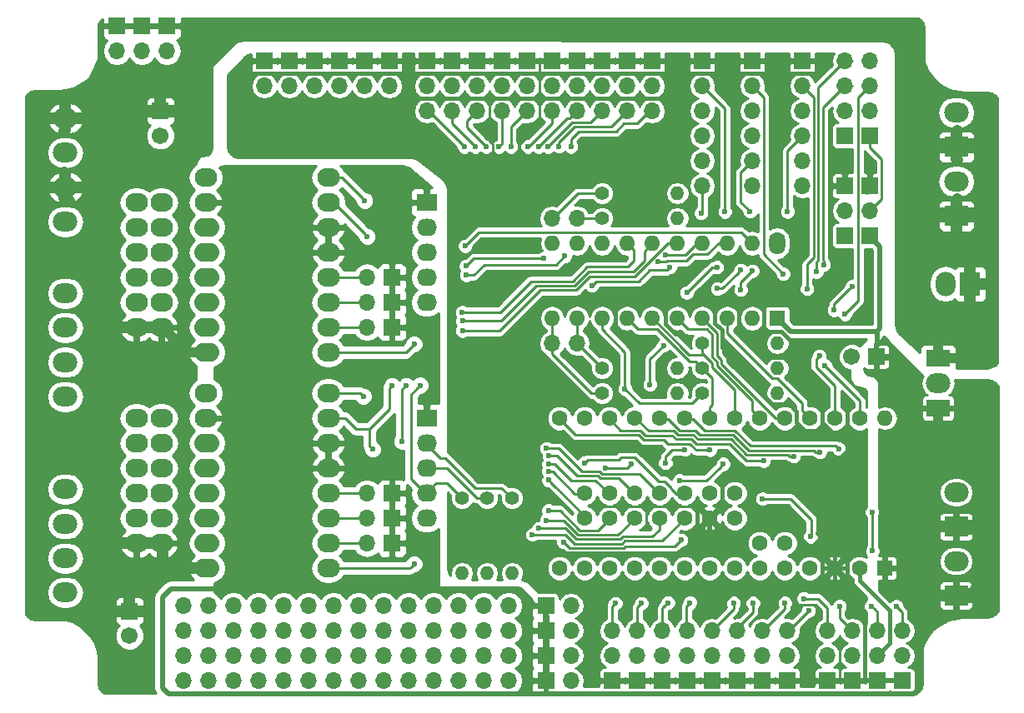
<source format=gbl>
G04 #@! TF.FileFunction,Copper,L2,Bot,Signal*
%FSLAX46Y46*%
G04 Gerber Fmt 4.6, Leading zero omitted, Abs format (unit mm)*
G04 Created by KiCad (PCBNEW 4.0.7) date 10/08/18 18:30:47*
%MOMM*%
%LPD*%
G01*
G04 APERTURE LIST*
%ADD10C,2.000000*%
%ADD11O,1.700000X1.700000*%
%ADD12O,2.476500X2.032000*%
%ADD13R,1.701800X1.701800*%
%ADD14C,1.701800*%
%ADD15R,2.032000X2.476500*%
%ADD16O,2.032000X2.476500*%
%ADD17C,1.400000*%
%ADD18O,1.400000X1.400000*%
%ADD19R,2.476500X2.032000*%
%ADD20R,1.700000X1.700000*%
%ADD21O,2.286000X1.905000*%
%ADD22R,2.032000X1.778000*%
%ADD23O,2.032000X1.778000*%
%ADD24O,1.651000X2.286000*%
%ADD25O,1.600000X1.600000*%
%ADD26R,1.600000X1.600000*%
%ADD27R,2.476500X1.701800*%
%ADD28C,1.600000*%
%ADD29O,2.540000X1.905000*%
%ADD30C,0.600000*%
%ADD31C,1.143000*%
%ADD32C,1.000000*%
%ADD33C,0.508000*%
%ADD34C,1.524000*%
%ADD35C,0.381000*%
%ADD36C,0.250000*%
%ADD37C,0.254000*%
G04 APERTURE END LIST*
D10*
D11*
X99695000Y-113030000D03*
X99695000Y-110490000D03*
X99695000Y-107950000D03*
X99695000Y-105410000D03*
X97155000Y-113030000D03*
X97155000Y-110490000D03*
X97155000Y-107950000D03*
X97155000Y-105410000D03*
X94615000Y-113030000D03*
X94615000Y-110490000D03*
X94615000Y-107950000D03*
X94615000Y-105410000D03*
X92075000Y-113030000D03*
X92075000Y-110490000D03*
X92075000Y-107950000D03*
X92075000Y-105410000D03*
X89535000Y-113030000D03*
X89535000Y-110490000D03*
X89535000Y-107950000D03*
X89535000Y-105410000D03*
X86995000Y-113030000D03*
X86995000Y-110490000D03*
X86995000Y-107950000D03*
X86995000Y-105410000D03*
X84455000Y-113030000D03*
X84455000Y-110490000D03*
X84455000Y-107950000D03*
X84455000Y-105410000D03*
X81915000Y-113030000D03*
X81915000Y-110490000D03*
X81915000Y-107950000D03*
X81915000Y-105410000D03*
X79375000Y-113030000D03*
X79375000Y-110490000D03*
X79375000Y-107950000D03*
X79375000Y-105410000D03*
X76835000Y-113030000D03*
X76835000Y-110490000D03*
X76835000Y-107950000D03*
X76835000Y-105410000D03*
X74295000Y-113030000D03*
X74295000Y-110490000D03*
X74295000Y-107950000D03*
X74295000Y-105410000D03*
X71755000Y-113030000D03*
X71755000Y-110490000D03*
X71755000Y-107950000D03*
X71755000Y-105410000D03*
X69215000Y-113030000D03*
X69215000Y-110490000D03*
X69215000Y-107950000D03*
X69215000Y-105410000D03*
D12*
X54711600Y-93573600D03*
X54711600Y-97073600D03*
X54711600Y-100573600D03*
X54711600Y-104073600D03*
X54711600Y-73660000D03*
X54711600Y-77160000D03*
X54711600Y-80660000D03*
X54711600Y-84160000D03*
D13*
X61214000Y-105968800D03*
D14*
X61214000Y-108468800D03*
D13*
X64363600Y-55118000D03*
D14*
X64363600Y-57618000D03*
D15*
X146583400Y-72694800D03*
D16*
X144083400Y-72694800D03*
D13*
X137058400Y-80111600D03*
D14*
X134558400Y-80111600D03*
D12*
X54711600Y-55880000D03*
X54711600Y-59380000D03*
X54711600Y-62880000D03*
X54711600Y-66380000D03*
D17*
X109220000Y-63500000D03*
D18*
X116840000Y-63500000D03*
D17*
X109220000Y-66040000D03*
D18*
X116840000Y-66040000D03*
D11*
X66675000Y-113030000D03*
X66675000Y-110490000D03*
X66675000Y-107950000D03*
X66675000Y-105410000D03*
D19*
X145170000Y-65786000D03*
D12*
X145170000Y-62286000D03*
D19*
X145170000Y-58786000D03*
D12*
X145170000Y-55286000D03*
D19*
X145161000Y-104394000D03*
D12*
X145161000Y-100894000D03*
D19*
X145161000Y-97394000D03*
D12*
X145161000Y-93894000D03*
D20*
X124460000Y-50038000D03*
D11*
X124460000Y-52578000D03*
X124460000Y-55118000D03*
X124460000Y-57658000D03*
X124460000Y-60198000D03*
X124460000Y-62738000D03*
D20*
X129540000Y-50038000D03*
D11*
X129540000Y-52578000D03*
X129540000Y-55118000D03*
X129540000Y-57658000D03*
X129540000Y-60198000D03*
X129540000Y-62738000D03*
D20*
X119380000Y-50038000D03*
D11*
X119380000Y-52578000D03*
X119380000Y-55118000D03*
X119380000Y-57658000D03*
X119380000Y-60198000D03*
X119380000Y-62738000D03*
D20*
X136398000Y-62738000D03*
D11*
X136398000Y-65278000D03*
D20*
X136398000Y-67818000D03*
X133858000Y-62738000D03*
D11*
X133858000Y-65278000D03*
D20*
X133858000Y-67818000D03*
D21*
X64465200Y-69494400D03*
X64465200Y-72034400D03*
X64465200Y-66954400D03*
X64465200Y-64414400D03*
D22*
X91389200Y-64414400D03*
D23*
X91389200Y-66954400D03*
X91389200Y-69494400D03*
D21*
X64465200Y-74574400D03*
X64465200Y-77114400D03*
D23*
X91389200Y-74574400D03*
X91389200Y-72034400D03*
D21*
X61925200Y-64414400D03*
X61925200Y-69494400D03*
X61925200Y-64414400D03*
X61925200Y-77114400D03*
X61925200Y-74574400D03*
X61925200Y-72034400D03*
X61925200Y-66954400D03*
X64465200Y-91440000D03*
X64465200Y-93980000D03*
X64465200Y-88900000D03*
X64465200Y-86360000D03*
D22*
X91389200Y-86360000D03*
D23*
X91389200Y-88900000D03*
X91389200Y-91440000D03*
D21*
X64465200Y-96520000D03*
X64465200Y-99060000D03*
D23*
X91389200Y-96520000D03*
X91389200Y-93980000D03*
D21*
X61925200Y-86360000D03*
X61925200Y-91440000D03*
X61925200Y-86360000D03*
X61925200Y-99060000D03*
X61925200Y-96520000D03*
X61925200Y-93980000D03*
X61925200Y-88900000D03*
D24*
X127000000Y-68580000D03*
D25*
X104140000Y-76200000D03*
X124460000Y-68580000D03*
X106680000Y-76200000D03*
X121920000Y-68580000D03*
X109220000Y-76200000D03*
X119380000Y-68580000D03*
X111760000Y-76200000D03*
X116840000Y-68580000D03*
X114300000Y-76200000D03*
X114300000Y-68580000D03*
X116840000Y-76200000D03*
X111760000Y-68580000D03*
X119380000Y-76200000D03*
X109220000Y-68580000D03*
X121920000Y-76200000D03*
X106680000Y-68580000D03*
X124460000Y-76200000D03*
X104140000Y-68580000D03*
D26*
X127000000Y-76200000D03*
D11*
X85344000Y-72034400D03*
D20*
X87884000Y-72034400D03*
D11*
X85344000Y-74574400D03*
D20*
X87884000Y-74574400D03*
D11*
X85344000Y-77114400D03*
D20*
X87884000Y-77114400D03*
D11*
X85344000Y-93980000D03*
D20*
X87884000Y-93980000D03*
D11*
X85344000Y-96520000D03*
D20*
X87884000Y-96520000D03*
D11*
X85344000Y-99060000D03*
D20*
X87884000Y-99060000D03*
D11*
X91440000Y-55118000D03*
X93980000Y-55118000D03*
X96520000Y-55118000D03*
X99060000Y-55118000D03*
X101600000Y-55118000D03*
X104140000Y-55118000D03*
X106680000Y-55118000D03*
X109220000Y-55118000D03*
X111760000Y-55118000D03*
X114300000Y-55118000D03*
D20*
X114300000Y-50038000D03*
D11*
X114300000Y-52578000D03*
D20*
X111760000Y-50038000D03*
D11*
X111760000Y-52578000D03*
D20*
X109220000Y-50038000D03*
D11*
X109220000Y-52578000D03*
D20*
X106680000Y-50038000D03*
D11*
X106680000Y-52578000D03*
D20*
X104140000Y-50038000D03*
D11*
X104140000Y-52578000D03*
D20*
X101600000Y-50038000D03*
D11*
X101600000Y-52578000D03*
D20*
X99060000Y-50038000D03*
D11*
X99060000Y-52578000D03*
D20*
X96520000Y-50038000D03*
D11*
X96520000Y-52578000D03*
D20*
X93980000Y-50038000D03*
D11*
X93980000Y-52578000D03*
D20*
X91440000Y-50038000D03*
D11*
X91440000Y-52578000D03*
D17*
X109220000Y-81280000D03*
D18*
X116840000Y-81280000D03*
D17*
X109220000Y-83820000D03*
D18*
X116840000Y-83820000D03*
D20*
X87630000Y-50038000D03*
D11*
X87630000Y-52578000D03*
D20*
X85090000Y-50038000D03*
D11*
X85090000Y-52578000D03*
D20*
X82550000Y-50038000D03*
D11*
X82550000Y-52578000D03*
D20*
X80010000Y-50038000D03*
D11*
X80010000Y-52578000D03*
D20*
X77470000Y-50038000D03*
D11*
X77470000Y-52578000D03*
D20*
X74930000Y-50038000D03*
D11*
X74930000Y-52578000D03*
D20*
X132080000Y-113030000D03*
D11*
X132080000Y-110490000D03*
D20*
X134620000Y-113030000D03*
D11*
X134620000Y-110490000D03*
D20*
X137160000Y-113030000D03*
D11*
X137160000Y-110490000D03*
D20*
X139700000Y-113030000D03*
D11*
X139700000Y-110490000D03*
X139700000Y-107950000D03*
X137160000Y-107950000D03*
X134620000Y-107950000D03*
X132080000Y-107950000D03*
D20*
X103505000Y-105410000D03*
D11*
X106045000Y-105410000D03*
D20*
X103505000Y-107950000D03*
D11*
X106045000Y-107950000D03*
D20*
X103505000Y-110490000D03*
D11*
X106045000Y-110490000D03*
D20*
X103505000Y-113030000D03*
D11*
X106045000Y-113030000D03*
D27*
X143332200Y-80264000D03*
D12*
X143332200Y-82804000D03*
D27*
X143332200Y-85344000D03*
D20*
X65024000Y-46482000D03*
D11*
X65024000Y-49022000D03*
D20*
X62484000Y-46482000D03*
D11*
X62484000Y-49022000D03*
D20*
X59944000Y-46482000D03*
D11*
X59944000Y-49022000D03*
X110236000Y-107950000D03*
X112776000Y-107950000D03*
X115316000Y-107950000D03*
X117856000Y-107950000D03*
X120396000Y-107950000D03*
X122936000Y-107950000D03*
X125476000Y-107950000D03*
X128016000Y-107950000D03*
D20*
X110236000Y-113030000D03*
D11*
X110236000Y-110490000D03*
D20*
X112776000Y-113030000D03*
D11*
X112776000Y-110490000D03*
D20*
X115316000Y-113030000D03*
D11*
X115316000Y-110490000D03*
D20*
X117856000Y-113030000D03*
D11*
X117856000Y-110490000D03*
D20*
X120396000Y-113030000D03*
D11*
X120396000Y-110490000D03*
D20*
X122936000Y-113030000D03*
D11*
X122936000Y-110490000D03*
D20*
X125476000Y-113030000D03*
D11*
X125476000Y-110490000D03*
D20*
X128016000Y-113030000D03*
D11*
X128016000Y-110490000D03*
D17*
X119380000Y-78740000D03*
D18*
X127000000Y-78740000D03*
D17*
X119380000Y-81280000D03*
D18*
X127000000Y-81280000D03*
D17*
X119380000Y-83820000D03*
D18*
X127000000Y-83820000D03*
D17*
X100076000Y-94488000D03*
D18*
X100076000Y-102108000D03*
D17*
X97536000Y-94488000D03*
D18*
X97536000Y-102108000D03*
D17*
X94996000Y-94488000D03*
D18*
X94996000Y-102108000D03*
D11*
X104140000Y-66040000D03*
X106680000Y-66040000D03*
X104140000Y-78740000D03*
X106680000Y-78740000D03*
D28*
X104902000Y-101600000D03*
X104902000Y-86360000D03*
X107442000Y-101600000D03*
X109982000Y-101600000D03*
X112522000Y-101600000D03*
X115062000Y-101600000D03*
X117602000Y-101600000D03*
X120142000Y-101600000D03*
X122682000Y-101600000D03*
X125222000Y-101600000D03*
X127762000Y-101600000D03*
X130302000Y-101600000D03*
X132842000Y-101600000D03*
X135382000Y-101600000D03*
D26*
X137922000Y-101600000D03*
D28*
X127762000Y-99060000D03*
X125222000Y-99060000D03*
X107442000Y-86360000D03*
X109982000Y-86360000D03*
X112522000Y-86360000D03*
X115062000Y-86360000D03*
X117602000Y-86360000D03*
X120142000Y-86360000D03*
X122682000Y-86360000D03*
X125222000Y-86360000D03*
X127762000Y-86360000D03*
X130302000Y-86360000D03*
X132842000Y-86360000D03*
X135382000Y-86360000D03*
D25*
X137922000Y-86360000D03*
D28*
X122682000Y-93980000D03*
X120142000Y-93980000D03*
X117602000Y-93980000D03*
X115062000Y-93980000D03*
X112522000Y-93980000D03*
X109982000Y-93980000D03*
X107442000Y-93980000D03*
X107442000Y-96520000D03*
X109982000Y-96520000D03*
X112522000Y-96520000D03*
X115062000Y-96520000D03*
X117602000Y-96520000D03*
X120142000Y-96520000D03*
X122682000Y-96520000D03*
D20*
X136398000Y-57658000D03*
D11*
X136398000Y-55118000D03*
X136398000Y-52578000D03*
X136398000Y-50038000D03*
D20*
X133858000Y-57658000D03*
D11*
X133858000Y-55118000D03*
X133858000Y-52578000D03*
X133858000Y-50038000D03*
D29*
X69088000Y-88900000D03*
D21*
X81407000Y-88900000D03*
D29*
X69088000Y-91440000D03*
D21*
X68961000Y-86360000D03*
X68961000Y-83820000D03*
X81407000Y-83820000D03*
X81407000Y-86360000D03*
X81407000Y-91440000D03*
X81407000Y-93980000D03*
X81407000Y-96520000D03*
X81407000Y-99060000D03*
X81407000Y-101600000D03*
D29*
X69088000Y-93980000D03*
X69088000Y-96520000D03*
X69088000Y-99060000D03*
X69088000Y-101600000D03*
X69088000Y-66954400D03*
D21*
X81407000Y-66954400D03*
D29*
X69088000Y-69494400D03*
D21*
X68961000Y-64414400D03*
X68961000Y-61874400D03*
X81407000Y-61874400D03*
X81407000Y-64414400D03*
X81407000Y-69494400D03*
X81407000Y-72034400D03*
X81407000Y-74574400D03*
X81407000Y-77114400D03*
X81407000Y-79654400D03*
D29*
X69088000Y-72034400D03*
X69088000Y-74574400D03*
X69088000Y-77114400D03*
X69088000Y-79654400D03*
D30*
X131267200Y-80035400D03*
X134579190Y-72945194D03*
X132765800Y-75361800D03*
X131851400Y-81026000D03*
X133858000Y-75768200D03*
X131336814Y-89783811D03*
X131003210Y-71475600D03*
X133223000Y-89458800D03*
X131724398Y-70764400D03*
X97450253Y-58760951D03*
X103555800Y-96748600D03*
X85115400Y-64236600D03*
X95300800Y-68834000D03*
X95377000Y-70891400D03*
X85369400Y-67894200D03*
X114902760Y-70462750D03*
X103274891Y-70113990D03*
X95427800Y-71805800D03*
X90119200Y-78816200D03*
X115620799Y-69758390D03*
X105435400Y-69875400D03*
X95031390Y-77467449D03*
X89306400Y-83032600D03*
X84963000Y-84124800D03*
X88874600Y-88722200D03*
X95031390Y-76479400D03*
X87884000Y-83032600D03*
X85928200Y-89509600D03*
X90728800Y-83007200D03*
X90119200Y-101168200D03*
X95021400Y-75565000D03*
X103578756Y-89425854D03*
X104842820Y-58739361D03*
X103810116Y-90191681D03*
X103733600Y-58750204D03*
X103782540Y-90991218D03*
X102768400Y-58750200D03*
X101676200Y-58750200D03*
X103759000Y-91795600D03*
X106045000Y-58750200D03*
X107442000Y-90881200D03*
X103780257Y-92655925D03*
X99974400Y-58750196D03*
X98725959Y-58778994D03*
X103759000Y-95732600D03*
X96342200Y-58750200D03*
X102793800Y-97536000D03*
X95224600Y-58750200D03*
X102133400Y-98196400D03*
X111531400Y-83388200D03*
X112207051Y-90972810D03*
X109550200Y-91389200D03*
X110566200Y-105156000D03*
X128041400Y-65379600D03*
X123291600Y-73279000D03*
X121513600Y-91008200D03*
X124460000Y-71374000D03*
X117058107Y-92694406D03*
X117221000Y-98729800D03*
X105283000Y-98933000D03*
X123291600Y-71297800D03*
X120167400Y-89585802D03*
X124237268Y-65339770D03*
X120904000Y-73177400D03*
X116103400Y-70993000D03*
X119253000Y-65506600D03*
X108178600Y-72847200D03*
X125608450Y-90683833D03*
X127609600Y-71678800D03*
X128679897Y-90233822D03*
X130031820Y-73217121D03*
X127762000Y-105146010D03*
X124536200Y-105146010D03*
X113207800Y-105156000D03*
X115900200Y-105105200D03*
X118135400Y-105105198D03*
X122580400Y-105146010D03*
X139091276Y-105456090D03*
X130378200Y-98374200D03*
X125501400Y-94538800D03*
X133329073Y-105456090D03*
X136630823Y-95920390D03*
X136677400Y-99847400D03*
X136559101Y-105456090D03*
X129669250Y-104683390D03*
X115443000Y-78943200D03*
X114071400Y-82956400D03*
X120878600Y-71018400D03*
X117627400Y-89560059D03*
X117805200Y-73583800D03*
X121666000Y-65354200D03*
X115646200Y-90906600D03*
X130170791Y-105933410D03*
D31*
X65430400Y-101600000D02*
X68834000Y-101600000D01*
X64592200Y-100761800D02*
X65430400Y-101600000D01*
X64592200Y-99060000D02*
X64592200Y-100761800D01*
D32*
X68834000Y-79654400D02*
X67132200Y-79654400D01*
X67132200Y-79654400D02*
X64592200Y-77114400D01*
X67564000Y-101600000D02*
X65430400Y-101600000D01*
D31*
X54711600Y-63855600D02*
X55118000Y-64262000D01*
X54711600Y-62880000D02*
X54711600Y-63855600D01*
X57658000Y-62883400D02*
X57654600Y-62880000D01*
X54711600Y-62880000D02*
X57654600Y-62880000D01*
X61214000Y-105968800D02*
X62433200Y-105968800D01*
X59486800Y-105968800D02*
X61214000Y-105968800D01*
X61214000Y-105968800D02*
X61214000Y-103838600D01*
X61214000Y-103838600D02*
X61264800Y-103787800D01*
D32*
X61264800Y-105587800D02*
X61264800Y-103787800D01*
X61264800Y-103787800D02*
X58775600Y-101298600D01*
X58775600Y-101298600D02*
X58699400Y-101298600D01*
X58699400Y-101298600D02*
X58699400Y-98933000D01*
D31*
X146583400Y-72694800D02*
X146583400Y-69773800D01*
X146583400Y-69773800D02*
X146558000Y-69748400D01*
X146558000Y-69748400D02*
X146431000Y-69748400D01*
X146583400Y-72694800D02*
X146583400Y-75472800D01*
X147980400Y-72694800D02*
X146583400Y-72694800D01*
X145170000Y-65786000D02*
X145170000Y-68487400D01*
X145170000Y-65786000D02*
X145170000Y-64220200D01*
X145170000Y-64220200D02*
X145271600Y-64118600D01*
X145170000Y-58786000D02*
X145170000Y-60029200D01*
X145170000Y-60029200D02*
X145271600Y-60130800D01*
X145170000Y-58786000D02*
X145170000Y-57318800D01*
X145170000Y-57318800D02*
X145313400Y-57175400D01*
X64363600Y-55118000D02*
X66624200Y-55118000D01*
X66624200Y-55118000D02*
X66725800Y-55219600D01*
X64363600Y-55118000D02*
X64363600Y-53873400D01*
X64363600Y-55118000D02*
X62052200Y-55118000D01*
X62052200Y-55118000D02*
X61925200Y-55245000D01*
X54711600Y-55880000D02*
X54711600Y-54056200D01*
X54711600Y-54056200D02*
X54559200Y-53903800D01*
X54711600Y-55880000D02*
X57283000Y-55880000D01*
X57283000Y-55880000D02*
X57359200Y-55803800D01*
X54711600Y-55880000D02*
X51485800Y-55880000D01*
X51485800Y-55880000D02*
X51409600Y-55803800D01*
X54711600Y-55880000D02*
X54711600Y-57023000D01*
X54711600Y-57023000D02*
X54559200Y-57175400D01*
D32*
X54559200Y-62803800D02*
X52654200Y-62803800D01*
X52654200Y-62803800D02*
X51759200Y-62803800D01*
D31*
X54711600Y-62880000D02*
X52730400Y-62880000D01*
X52730400Y-62880000D02*
X52654200Y-62803800D01*
X54711600Y-62880000D02*
X54711600Y-63830200D01*
X54711600Y-63830200D02*
X54559200Y-63982600D01*
X54711600Y-62880000D02*
X54711600Y-61518800D01*
X54711600Y-61518800D02*
X54559200Y-61366400D01*
X62052200Y-77114400D02*
X59182000Y-77114400D01*
X64592200Y-77114400D02*
X62052200Y-77114400D01*
X59182000Y-77114400D02*
X58699400Y-77597000D01*
X62052200Y-99060000D02*
X58826400Y-99060000D01*
X58826400Y-99060000D02*
X58699400Y-98933000D01*
X64592200Y-99060000D02*
X62052200Y-99060000D01*
D33*
X68834000Y-101600000D02*
X67397160Y-101600000D01*
X67397160Y-101600000D02*
X67371760Y-101574600D01*
X64592200Y-77114400D02*
X64592200Y-77012800D01*
D32*
X146431000Y-69748400D02*
X145170000Y-68487400D01*
X147751800Y-76606400D02*
X147717000Y-76606400D01*
X147717000Y-76606400D02*
X146583400Y-75472800D01*
X143332200Y-80264000D02*
X143332200Y-77622400D01*
X145683800Y-80365600D02*
X145582200Y-80264000D01*
X143332200Y-80264000D02*
X145582200Y-80264000D01*
X54559200Y-62803800D02*
X54559200Y-63982600D01*
X54559200Y-62803800D02*
X54559200Y-61366400D01*
X51520200Y-63042800D02*
X51759200Y-62803800D01*
X54554200Y-53898800D02*
X54559200Y-53903800D01*
X54559200Y-55803800D02*
X54559200Y-53903800D01*
X54559200Y-55803800D02*
X51409600Y-55803800D01*
X57537000Y-55981600D02*
X57359200Y-55803800D01*
X54559200Y-55803800D02*
X57359200Y-55803800D01*
X58699400Y-71145400D02*
X58699400Y-77597000D01*
X58699400Y-77597000D02*
X58699400Y-98933000D01*
X64363600Y-55219600D02*
X64363600Y-53873400D01*
X66700400Y-55245000D02*
X61925200Y-55245000D01*
X66725800Y-55219600D02*
X66700400Y-55245000D01*
X64363600Y-55219600D02*
X66725800Y-55219600D01*
X145313400Y-60089000D02*
X145313400Y-57175400D01*
X145271600Y-60130800D02*
X145313400Y-60089000D01*
X145271600Y-58608200D02*
X145271600Y-60130800D01*
X145271600Y-65608200D02*
X145271600Y-64118600D01*
X58699400Y-98933000D02*
X64592200Y-98933000D01*
X54559200Y-55803800D02*
X54559200Y-57175400D01*
D34*
X145364200Y-58684400D02*
X147766800Y-58684400D01*
X145364200Y-58684400D02*
X142509000Y-58684400D01*
X145364200Y-65684400D02*
X148615400Y-65582800D01*
X147853400Y-65684400D02*
X147955000Y-65582800D01*
X147955000Y-65582800D02*
X148615400Y-65582800D01*
X142341600Y-65684400D02*
X145364200Y-65684400D01*
D35*
X72237600Y-64414400D02*
X74777600Y-66954400D01*
X74777600Y-66954400D02*
X81534000Y-66954400D01*
X68834000Y-64414400D02*
X72237600Y-64414400D01*
X72847200Y-86360000D02*
X75387200Y-88900000D01*
X75387200Y-88900000D02*
X81534000Y-88900000D01*
X68834000Y-86360000D02*
X72847200Y-86360000D01*
D33*
X141590000Y-97394000D02*
X141757400Y-97394000D01*
D31*
X145161000Y-97394000D02*
X142218000Y-97394000D01*
X142218000Y-97394000D02*
X141757400Y-97394000D01*
D33*
X142621000Y-104626000D02*
X142446600Y-104800400D01*
D31*
X145161000Y-104394000D02*
X142853000Y-104394000D01*
X142853000Y-104394000D02*
X142621000Y-104626000D01*
D33*
X102108000Y-114334001D02*
X65159601Y-114334001D01*
X65159601Y-114334001D02*
X64566800Y-113741200D01*
X64566800Y-113741200D02*
X64566800Y-104546400D01*
X64566800Y-104546400D02*
X65430400Y-103682800D01*
X65430400Y-103682800D02*
X70434200Y-103682800D01*
X137109200Y-77520800D02*
X137414000Y-77216000D01*
X136398000Y-67919600D02*
X136398000Y-67818000D01*
X137414000Y-77216000D02*
X137414000Y-68935600D01*
X137414000Y-68935600D02*
X136398000Y-67919600D01*
D32*
X143332200Y-85344000D02*
X143332200Y-87194000D01*
X143332200Y-87194000D02*
X143002000Y-87524200D01*
D33*
X141452600Y-97256600D02*
X141590000Y-97394000D01*
X141452600Y-88581600D02*
X141452600Y-97256600D01*
X143332200Y-85344000D02*
X143332200Y-86702000D01*
X143332200Y-86702000D02*
X141452600Y-88581600D01*
X126847600Y-76403200D02*
X127241200Y-76403200D01*
X127241200Y-76403200D02*
X128358800Y-77520800D01*
X128358800Y-77520800D02*
X137109200Y-77520800D01*
X137109200Y-78498800D02*
X137109200Y-77520800D01*
X137236200Y-78625800D02*
X137109200Y-78498800D01*
X137058400Y-80111600D02*
X137058400Y-78803600D01*
X137058400Y-78803600D02*
X137236200Y-78625800D01*
X141630400Y-108788200D02*
X141630400Y-113563400D01*
X141630400Y-113563400D02*
X140859799Y-114334001D01*
X142446600Y-107972000D02*
X141630400Y-108788200D01*
X142446600Y-107641800D02*
X142446600Y-107972000D01*
X142446600Y-104800400D02*
X142446600Y-107641800D01*
X140859799Y-114334001D02*
X103479600Y-114334001D01*
D35*
X102161999Y-114334001D02*
X102235000Y-114261000D01*
X102108000Y-114334001D02*
X102161999Y-114334001D01*
D33*
X103505000Y-114308601D02*
X103479600Y-114334001D01*
X103479600Y-114334001D02*
X102108000Y-114334001D01*
X103505000Y-113030000D02*
X103505000Y-114308601D01*
X103505000Y-105410000D02*
X103505000Y-107950000D01*
X101981000Y-104851200D02*
X101015800Y-103886000D01*
X101981000Y-105029000D02*
X101981000Y-104851200D01*
X102362000Y-105410000D02*
X101981000Y-105029000D01*
X103505000Y-105410000D02*
X102362000Y-105410000D01*
X145161000Y-104394000D02*
X144272000Y-104394000D01*
D35*
X145161000Y-104394000D02*
X144348200Y-104394000D01*
D34*
X145161000Y-97394000D02*
X145201400Y-97434400D01*
X145201400Y-97434400D02*
X147878800Y-97434400D01*
X148310600Y-102463600D02*
X146913600Y-104394000D01*
X146913600Y-104394000D02*
X145161000Y-104394000D01*
D32*
X145161000Y-104394000D02*
X144261000Y-104394000D01*
X146623800Y-97394000D02*
X145161000Y-97394000D01*
D36*
X130967201Y-81168403D02*
X130967201Y-80335399D01*
X132842000Y-83043202D02*
X130967201Y-81168403D01*
X132842000Y-86360000D02*
X132842000Y-83043202D01*
X130967201Y-80335399D02*
X131267200Y-80035400D01*
X134279191Y-73245193D02*
X134579190Y-72945194D01*
X132765800Y-75361800D02*
X132765800Y-74758584D01*
X132765800Y-74758584D02*
X134279191Y-73245193D01*
X135382000Y-84556600D02*
X132151399Y-81325999D01*
X135382000Y-86360000D02*
X135382000Y-84556600D01*
X132151399Y-81325999D02*
X131851400Y-81026000D01*
X134157999Y-75468201D02*
X133858000Y-75768200D01*
X135222999Y-74403201D02*
X134157999Y-75468201D01*
X135222999Y-53753001D02*
X135222999Y-74403201D01*
X136398000Y-52578000D02*
X135222999Y-53753001D01*
X134620000Y-50038000D02*
X133858000Y-50038000D01*
X130937000Y-70525198D02*
X130937000Y-71409390D01*
X133858000Y-50038000D02*
X131165600Y-52730400D01*
X131165600Y-52730400D02*
X131165600Y-70296598D01*
X131165600Y-70296598D02*
X130937000Y-70525198D01*
X130937000Y-71409390D02*
X131003210Y-71475600D01*
X119114058Y-88035021D02*
X122501411Y-88035021D01*
X124075201Y-89608812D02*
X130737551Y-89608812D01*
X122501411Y-88035021D02*
X124075201Y-89608812D01*
X115941085Y-86410800D02*
X117115295Y-87585010D01*
X118664047Y-87585010D02*
X119114058Y-88035021D01*
X115011200Y-86410800D02*
X115941085Y-86410800D01*
X130912550Y-89783811D02*
X131336814Y-89783811D01*
X117115295Y-87585010D02*
X118664047Y-87585010D01*
X130737551Y-89608812D02*
X130912550Y-89783811D01*
X134620000Y-52578000D02*
X133858000Y-52578000D01*
X133858000Y-52578000D02*
X131648200Y-54787800D01*
X131648200Y-54787800D02*
X131648200Y-70263938D01*
X131648200Y-70263938D02*
X131724398Y-70340136D01*
X131724398Y-70340136D02*
X131724398Y-70764400D01*
X117551200Y-86410800D02*
X118481085Y-86410800D01*
X124261601Y-89158801D02*
X132923001Y-89158801D01*
X119655295Y-87585010D02*
X122687810Y-87585010D01*
X132923001Y-89158801D02*
X133223000Y-89458800D01*
X118481085Y-86410800D02*
X119655295Y-87585010D01*
X122687810Y-87585010D02*
X124261601Y-89158801D01*
X96520000Y-55118000D02*
X95529400Y-56108600D01*
X95529400Y-56108600D02*
X95529400Y-56840098D01*
X95529400Y-56840098D02*
X97150254Y-58460952D01*
X97150254Y-58460952D02*
X97450253Y-58760951D01*
X106768895Y-98195021D02*
X105322474Y-96748600D01*
X110846979Y-98195021D02*
X106768895Y-98195021D01*
X112471200Y-96570800D02*
X110846979Y-98195021D01*
X105322474Y-96748600D02*
X103980064Y-96748600D01*
X103980064Y-96748600D02*
X103555800Y-96748600D01*
X116644829Y-77766771D02*
X117085971Y-77766771D01*
X117085971Y-77766771D02*
X117398800Y-78079600D01*
X98094800Y-58496200D02*
X98094800Y-59690000D01*
X97815400Y-58216800D02*
X98094800Y-58496200D01*
X97815400Y-56134000D02*
X97815400Y-58216800D01*
D35*
X115649499Y-74882499D02*
X115649499Y-76771441D01*
X120624600Y-74701400D02*
X115468400Y-74701400D01*
X115649499Y-76771441D02*
X116644829Y-77766771D01*
X116644829Y-77766771D02*
X116652858Y-77774800D01*
X115468400Y-74701400D02*
X110693200Y-74701400D01*
X115468400Y-74701400D02*
X115649499Y-74882499D01*
X110569499Y-77041499D02*
X111785400Y-78257400D01*
X110569499Y-74825101D02*
X110569499Y-77041499D01*
X110693200Y-74701400D02*
X110569499Y-74825101D01*
X120624600Y-76666542D02*
X120624600Y-74701400D01*
X124268458Y-82055742D02*
X121370523Y-79157807D01*
X121370523Y-79157807D02*
X121370523Y-77412465D01*
X121370523Y-77412465D02*
X120624600Y-76666542D01*
X123621800Y-82055742D02*
X124268458Y-82055742D01*
X128219200Y-84937600D02*
X126503658Y-84937600D01*
X126503658Y-84937600D02*
X123621800Y-82055742D01*
X128955800Y-85674200D02*
X128219200Y-84937600D01*
X128955800Y-86775742D02*
X128955800Y-85674200D01*
X132201058Y-87630000D02*
X129810058Y-87630000D01*
X129810058Y-87630000D02*
X128955800Y-86775742D01*
X132308600Y-87522458D02*
X133275041Y-88488899D01*
X131542510Y-86756368D02*
X132308600Y-87522458D01*
X132308600Y-87522458D02*
X132201058Y-87630000D01*
X125650501Y-74977501D02*
X125323600Y-74650600D01*
X127420142Y-77546200D02*
X126043298Y-77546200D01*
X126043298Y-77546200D02*
X125650501Y-77153403D01*
X125650501Y-77153403D02*
X125650501Y-74977501D01*
X128854200Y-81000600D02*
X128043099Y-80189499D01*
X131542510Y-83688910D02*
X128854200Y-81000600D01*
X128854200Y-81000600D02*
X128854200Y-78980258D01*
X128854200Y-78980258D02*
X127420142Y-77546200D01*
X123110501Y-75104501D02*
X122936000Y-74930000D01*
X126011099Y-80189499D02*
X123110501Y-77288901D01*
X123110501Y-77288901D02*
X123110501Y-75104501D01*
X128043099Y-80189499D02*
X126011099Y-80189499D01*
X134243701Y-88847959D02*
X134243701Y-90876499D01*
X134243701Y-89510841D02*
X134243701Y-88847959D01*
X123621800Y-92303600D02*
X122174000Y-92303600D01*
X131597400Y-93522800D02*
X124841000Y-93522800D01*
X132842000Y-90912542D02*
X134243701Y-89510841D01*
X122174000Y-92303600D02*
X121386600Y-93091000D01*
X124841000Y-93522800D02*
X123621800Y-92303600D01*
X134243701Y-90876499D02*
X131597400Y-93522800D01*
X131542510Y-83688910D02*
X131542510Y-86756368D01*
X121386600Y-93091000D02*
X121386600Y-95275400D01*
X134082510Y-88686768D02*
X134082510Y-85475783D01*
X120941999Y-95720001D02*
X120142000Y-96520000D01*
X134243701Y-88847959D02*
X134082510Y-88686768D01*
X132842000Y-99745800D02*
X132842000Y-90912542D01*
X133275041Y-88488899D02*
X133884641Y-88488899D01*
X133884641Y-88488899D02*
X134243701Y-88847959D01*
X121386600Y-95275400D02*
X120941999Y-95720001D01*
X131572000Y-101639000D02*
X131572000Y-98475800D01*
X131572000Y-98475800D02*
X131089400Y-97993200D01*
D33*
X120065800Y-98069400D02*
X118011135Y-100124065D01*
X118011135Y-100124065D02*
X103299065Y-100124065D01*
X120065800Y-98004200D02*
X120065800Y-98069400D01*
X120142000Y-96520000D02*
X120142000Y-97928000D01*
X120142000Y-97928000D02*
X120065800Y-98004200D01*
D35*
X130911600Y-51409600D02*
X130839499Y-51337499D01*
X130839499Y-51337499D02*
X117529899Y-51337499D01*
X131394200Y-50927000D02*
X130911600Y-51409600D01*
X131394200Y-50673000D02*
X131394200Y-50927000D01*
X130796400Y-50075200D02*
X131394200Y-50673000D01*
X130796400Y-50063400D02*
X130796400Y-50075200D01*
X129540000Y-50038000D02*
X130771000Y-50038000D01*
X130771000Y-50038000D02*
X130796400Y-50063400D01*
D36*
X104140000Y-50038000D02*
X103040000Y-50038000D01*
X103040000Y-50038000D02*
X103014600Y-50012600D01*
X103014600Y-50012600D02*
X102870000Y-50157200D01*
X102870000Y-50157200D02*
X102870000Y-56083200D01*
X102870000Y-56083200D02*
X102539800Y-56413400D01*
X97866200Y-53877499D02*
X97815400Y-53928299D01*
X97815400Y-53928299D02*
X97815400Y-56134000D01*
X97815400Y-56134000D02*
X97663000Y-56286400D01*
D35*
X86512400Y-51337499D02*
X92710000Y-51337499D01*
X83896200Y-51337499D02*
X86512400Y-51337499D01*
D36*
X86512400Y-51337499D02*
X86512400Y-51689000D01*
D35*
X81407000Y-51337499D02*
X83896200Y-51337499D01*
D36*
X83896200Y-51337499D02*
X83896200Y-51587400D01*
D35*
X78867000Y-51337499D02*
X81407000Y-51337499D01*
D36*
X81407000Y-51337499D02*
X81407000Y-51638200D01*
D35*
X76149200Y-51337499D02*
X78867000Y-51337499D01*
D36*
X78867000Y-51337499D02*
X78867000Y-51562000D01*
D35*
X73376501Y-51337499D02*
X76149200Y-51337499D01*
D36*
X76149200Y-51337499D02*
X76149200Y-51485800D01*
D35*
X113080800Y-53877499D02*
X110617000Y-53877499D01*
X115565901Y-53877499D02*
X113080800Y-53877499D01*
D36*
X113080800Y-53877499D02*
X113080800Y-53670200D01*
D35*
X113157000Y-51337499D02*
X116132899Y-51337499D01*
X110490000Y-51337499D02*
X113157000Y-51337499D01*
D36*
X113157000Y-51337499D02*
X113157000Y-51587400D01*
D35*
X110617000Y-53877499D02*
X108077000Y-53877499D01*
D36*
X110617000Y-53877499D02*
X110617000Y-53644800D01*
X110490000Y-51337499D02*
X110490000Y-51587400D01*
D35*
X107975400Y-51337499D02*
X110490000Y-51337499D01*
X108077000Y-53877499D02*
X105486200Y-53877499D01*
D36*
X108077000Y-53877499D02*
X108077000Y-53721000D01*
D35*
X105435400Y-51337499D02*
X107975400Y-51337499D01*
D36*
X107975400Y-51337499D02*
X107975400Y-51587400D01*
D35*
X105486200Y-53877499D02*
X102844600Y-53877499D01*
D36*
X105486200Y-53877499D02*
X105486200Y-53670200D01*
D35*
X102844600Y-51337499D02*
X105435400Y-51337499D01*
D36*
X105435400Y-51337499D02*
X105435400Y-51562000D01*
D35*
X102844600Y-53877499D02*
X100482400Y-53877499D01*
D36*
X102844600Y-53877499D02*
X102844600Y-53619400D01*
D35*
X100330000Y-51337499D02*
X102844600Y-51337499D01*
D36*
X102844600Y-51337499D02*
X102844600Y-51587400D01*
X100330000Y-51337499D02*
X100330000Y-51562000D01*
D35*
X100482400Y-53877499D02*
X97866200Y-53877499D01*
D36*
X100482400Y-53877499D02*
X100482400Y-53695600D01*
D35*
X97815400Y-51337499D02*
X100330000Y-51337499D01*
X97866200Y-53877499D02*
X95275400Y-53877499D01*
D36*
X97866200Y-53877499D02*
X97866200Y-53619400D01*
D35*
X95402400Y-51337499D02*
X97815400Y-51337499D01*
D36*
X97815400Y-51337499D02*
X97815400Y-51562000D01*
D35*
X95275400Y-53877499D02*
X92735400Y-53877499D01*
D36*
X95275400Y-53877499D02*
X95275400Y-53594000D01*
D35*
X92735400Y-53877499D02*
X89810301Y-53877499D01*
D36*
X92735400Y-53877499D02*
X92735400Y-53644800D01*
D35*
X92710000Y-51337499D02*
X95402400Y-51337499D01*
D36*
X95402400Y-51337499D02*
X95402400Y-51511200D01*
X92710000Y-51337499D02*
X92710000Y-51587400D01*
D35*
X116281200Y-53162200D02*
X115565901Y-53877499D01*
X116281200Y-51485800D02*
X116281200Y-53162200D01*
X116132899Y-51337499D02*
X116281200Y-51485800D01*
X73304400Y-51409600D02*
X73376501Y-51337499D01*
X72872600Y-50977800D02*
X73304400Y-51409600D01*
X72872600Y-50800000D02*
X72872600Y-50977800D01*
X73583800Y-50088800D02*
X72872600Y-50800000D01*
X73648200Y-50088800D02*
X73583800Y-50088800D01*
X74930000Y-50038000D02*
X73699000Y-50038000D01*
X73699000Y-50038000D02*
X73648200Y-50088800D01*
D36*
X132080000Y-113030000D02*
X130980000Y-113030000D01*
X130980000Y-113030000D02*
X130599000Y-112649000D01*
X130599000Y-109644000D02*
X130632200Y-109610800D01*
X130860800Y-105308400D02*
X128905000Y-105308400D01*
X130599000Y-112649000D02*
X130599000Y-109644000D01*
X130632200Y-109610800D02*
X130632200Y-107391200D01*
X130632200Y-107391200D02*
X131241800Y-106781600D01*
X131241800Y-106781600D02*
X131241800Y-105689400D01*
X131241800Y-105689400D02*
X130860800Y-105308400D01*
X139700000Y-113030000D02*
X138600000Y-113030000D01*
D33*
X137160000Y-113030000D02*
X139700000Y-113030000D01*
X134620000Y-113030000D02*
X137160000Y-113030000D01*
D35*
X132842000Y-102881000D02*
X132842000Y-103886000D01*
X132842000Y-101600000D02*
X132842000Y-102881000D01*
X131572000Y-103124000D02*
X131267200Y-103428800D01*
X131572000Y-101639000D02*
X131572000Y-103124000D01*
X132842000Y-101600000D02*
X131611000Y-101600000D01*
X131611000Y-101600000D02*
X131572000Y-101639000D01*
X134137400Y-100431600D02*
X134137400Y-101650800D01*
X134137400Y-101650800D02*
X134137400Y-104673400D01*
X132842000Y-101600000D02*
X134086600Y-101600000D01*
X134086600Y-101600000D02*
X134137400Y-101650800D01*
D36*
X133350000Y-111556800D02*
X133350000Y-109245400D01*
X133350000Y-112860000D02*
X133350000Y-111556800D01*
X133350000Y-111556800D02*
X133350000Y-111607600D01*
X138600000Y-113030000D02*
X138455400Y-112885400D01*
X134620000Y-113030000D02*
X133520000Y-113030000D01*
X133520000Y-113030000D02*
X133350000Y-112860000D01*
D35*
X119583200Y-97851800D02*
X118988000Y-97851800D01*
X120091200Y-97851800D02*
X119583200Y-97851800D01*
D36*
X116636800Y-95294990D02*
X114192590Y-95294990D01*
X118434390Y-95294990D02*
X116636800Y-95294990D01*
X116636800Y-95294990D02*
X116636800Y-95072200D01*
X111531400Y-95294990D02*
X108692410Y-95294990D01*
X114192590Y-95294990D02*
X111531400Y-95294990D01*
X111531400Y-95294990D02*
X111531400Y-95123000D01*
X113715800Y-95771780D02*
X113715800Y-97561400D01*
X114192590Y-95294990D02*
X113715800Y-95771780D01*
X118872000Y-95732600D02*
X118434390Y-95294990D01*
D35*
X118872000Y-97735800D02*
X118872000Y-95732600D01*
X118988000Y-97851800D02*
X118872000Y-97735800D01*
X120142000Y-96520000D02*
X120142000Y-97801000D01*
X120142000Y-97801000D02*
X120091200Y-97851800D01*
X132842000Y-101600000D02*
X132842000Y-99745800D01*
X133654800Y-99949000D02*
X134137400Y-100431600D01*
X132842000Y-99745800D02*
X133045200Y-99949000D01*
X135919499Y-113020499D02*
X135929000Y-113030000D01*
X133045200Y-99949000D02*
X133654800Y-99949000D01*
X135919499Y-106455499D02*
X135919499Y-113020499D01*
X134137400Y-104673400D02*
X135919499Y-106455499D01*
X135929000Y-113030000D02*
X137160000Y-113030000D01*
X132080000Y-113030000D02*
X133350000Y-113030000D01*
X134620000Y-113030000D02*
X133350000Y-113030000D01*
D36*
X136169400Y-63525400D02*
X136017000Y-63525400D01*
X136017000Y-63525400D02*
X136017000Y-63474600D01*
X82753200Y-61874400D02*
X84815401Y-63936601D01*
X84815401Y-63936601D02*
X85115400Y-64236600D01*
X81534000Y-61874400D02*
X82753200Y-61874400D01*
X81457800Y-61874400D02*
X81534000Y-61874400D01*
X124460000Y-68580000D02*
X123334999Y-67454999D01*
X123334999Y-67454999D02*
X96679801Y-67454999D01*
X96679801Y-67454999D02*
X95600799Y-68534001D01*
X95600799Y-68534001D02*
X95300800Y-68834000D01*
X95676999Y-70591401D02*
X95377000Y-70891400D01*
X96154410Y-70113990D02*
X95676999Y-70591401D01*
X103274891Y-70113990D02*
X96154410Y-70113990D01*
X85069401Y-67594201D02*
X85369400Y-67894200D01*
X81991200Y-64516000D02*
X85069401Y-67594201D01*
X80391000Y-64516000D02*
X81991200Y-64516000D01*
X121920000Y-68580000D02*
X121045002Y-68580000D01*
X121045002Y-68580000D02*
X119920001Y-69705001D01*
X119920001Y-69705001D02*
X118407399Y-69705001D01*
X118407399Y-69705001D02*
X117744401Y-70367999D01*
X117744401Y-70367999D02*
X115803399Y-70367999D01*
X115803399Y-70367999D02*
X115708648Y-70462750D01*
X115708648Y-70462750D02*
X115327024Y-70462750D01*
X115327024Y-70462750D02*
X114902760Y-70462750D01*
X81534000Y-72034400D02*
X85344000Y-72034400D01*
X81534000Y-74574400D02*
X85344000Y-74574400D01*
X81534000Y-77114400D02*
X85344000Y-77114400D01*
X105435400Y-69875400D02*
X104571800Y-70739000D01*
X104571800Y-70739000D02*
X97231200Y-70739000D01*
X97231200Y-70739000D02*
X96164400Y-71805800D01*
X96164400Y-71805800D02*
X95852064Y-71805800D01*
X95852064Y-71805800D02*
X95427800Y-71805800D01*
X81534000Y-79654400D02*
X89281000Y-79654400D01*
X89281000Y-79654400D02*
X90119200Y-78816200D01*
X117717600Y-69758390D02*
X116045063Y-69758390D01*
X116045063Y-69758390D02*
X115620799Y-69758390D01*
X119380000Y-68580000D02*
X118895990Y-68580000D01*
X118895990Y-68580000D02*
X117717600Y-69758390D01*
X95455654Y-77467449D02*
X95031390Y-77467449D01*
X98833951Y-77467449D02*
X95455654Y-77467449D01*
X102960578Y-73340822D02*
X98833951Y-77467449D01*
X112490822Y-71990789D02*
X107968212Y-71990789D01*
X115901611Y-68580000D02*
X112490822Y-71990789D01*
X106618179Y-73340822D02*
X102960578Y-73340822D01*
X107968212Y-71990789D02*
X106618179Y-73340822D01*
X116840000Y-68580000D02*
X115901611Y-68580000D01*
X88874600Y-83464400D02*
X89006401Y-83332599D01*
X88874600Y-88722200D02*
X88874600Y-83464400D01*
X89006401Y-83332599D02*
X89306400Y-83032600D01*
X84663001Y-83824801D02*
X84963000Y-84124800D01*
X84658200Y-83820000D02*
X84663001Y-83824801D01*
X81534000Y-83820000D02*
X84658200Y-83820000D01*
X91262200Y-88900000D02*
X92786200Y-90424000D01*
X92786200Y-90424000D02*
X93319600Y-90424000D01*
X93319600Y-90424000D02*
X96358599Y-93462999D01*
X96358599Y-93462999D02*
X98974799Y-93462999D01*
X98974799Y-93462999D02*
X100025200Y-94513400D01*
X100025200Y-94513400D02*
X100050600Y-94488000D01*
X100050600Y-94488000D02*
X100076000Y-94488000D01*
X85572600Y-87426800D02*
X87584001Y-85415399D01*
X87584001Y-85415399D02*
X87584001Y-83332599D01*
X87584001Y-83332599D02*
X87884000Y-83032600D01*
X95455654Y-76479400D02*
X95031390Y-76479400D01*
X113500001Y-70345199D02*
X112420188Y-71425012D01*
X107897578Y-71425012D02*
X106431779Y-72890811D01*
X114300000Y-68580000D02*
X113500001Y-69379999D01*
X112420188Y-71425012D02*
X107897578Y-71425012D01*
X102521589Y-72890811D02*
X98933000Y-76479400D01*
X106431779Y-72890811D02*
X102521589Y-72890811D01*
X98933000Y-76479400D02*
X95455654Y-76479400D01*
X113500001Y-69379999D02*
X113500001Y-70345199D01*
X85628201Y-89209601D02*
X85928200Y-89509600D01*
X85572600Y-89154000D02*
X85628201Y-89209601D01*
X85572600Y-87426800D02*
X85572600Y-89154000D01*
X81534000Y-86360000D02*
X83134200Y-86360000D01*
X83134200Y-86360000D02*
X84201000Y-87426800D01*
X84201000Y-87426800D02*
X85572600Y-87426800D01*
X96546051Y-94488000D02*
X97536000Y-94488000D01*
X91262200Y-91440000D02*
X93498051Y-91440000D01*
X93498051Y-91440000D02*
X96546051Y-94488000D01*
X91338400Y-91135200D02*
X91338400Y-91084399D01*
X81534000Y-93980000D02*
X85344000Y-93980000D01*
X81534000Y-96520000D02*
X85344000Y-96520000D01*
X81534000Y-99060000D02*
X85344000Y-99060000D01*
X90428801Y-83307199D02*
X90728800Y-83007200D01*
X89794199Y-83941801D02*
X90428801Y-83307199D01*
X89794199Y-92511999D02*
X89794199Y-83941801D01*
X91262200Y-93980000D02*
X89794199Y-92511999D01*
X89819201Y-101468199D02*
X90119200Y-101168200D01*
X89687400Y-101600000D02*
X89819201Y-101468199D01*
X81534000Y-101600000D02*
X89687400Y-101600000D01*
X91262200Y-93980000D02*
X92329000Y-92913200D01*
X92329000Y-92913200D02*
X93421200Y-92913200D01*
X93421200Y-92913200D02*
X94996000Y-94488000D01*
X111760000Y-68580000D02*
X112395000Y-69215000D01*
X112395000Y-69215000D02*
X112395000Y-70383400D01*
X112395000Y-70383400D02*
X111803399Y-70975001D01*
X101981000Y-72440800D02*
X98856800Y-75565000D01*
X111803399Y-70975001D02*
X107711178Y-70975001D01*
X107711178Y-70975001D02*
X106245379Y-72440800D01*
X106245379Y-72440800D02*
X101981000Y-72440800D01*
X98856800Y-75565000D02*
X95445664Y-75565000D01*
X95445664Y-75565000D02*
X95021400Y-75565000D01*
X104807652Y-89425854D02*
X104003020Y-89425854D01*
X107140976Y-91759178D02*
X104807652Y-89425854D01*
X109250198Y-92014202D02*
X108995174Y-91759178D01*
X104003020Y-89425854D02*
X103578756Y-89425854D01*
X108995174Y-91759178D02*
X107140976Y-91759178D01*
X112994602Y-92014202D02*
X109250198Y-92014202D01*
X115011200Y-94030800D02*
X112994602Y-92014202D01*
X110127211Y-56750789D02*
X106407128Y-56750789D01*
X106407128Y-56750789D02*
X104842820Y-58315097D01*
X111760000Y-55118000D02*
X110127211Y-56750789D01*
X104842820Y-58315097D02*
X104842820Y-58739361D01*
X104234380Y-90191681D02*
X103810116Y-90191681D01*
X104611345Y-90191681D02*
X104234380Y-90191681D01*
X110904613Y-92464213D02*
X109063798Y-92464213D01*
X106628853Y-92209189D02*
X104611345Y-90191681D01*
X112471200Y-94030800D02*
X110904613Y-92464213D01*
X108808774Y-92209189D02*
X106628853Y-92209189D01*
X109063798Y-92464213D02*
X108808774Y-92209189D01*
X109220000Y-55118000D02*
X108037222Y-56300778D01*
X106183022Y-56300778D02*
X104033599Y-58450201D01*
X108037222Y-56300778D02*
X106183022Y-56300778D01*
X104033599Y-58450201D02*
X104033599Y-58450205D01*
X104033599Y-58450205D02*
X103733600Y-58750204D01*
X106037464Y-92659200D02*
X104369482Y-90991218D01*
X108559600Y-92659200D02*
X106037464Y-92659200D01*
X109931200Y-94030800D02*
X108559600Y-92659200D01*
X104369482Y-90991218D02*
X104206804Y-90991218D01*
X104206804Y-90991218D02*
X103782540Y-90991218D01*
X106680000Y-55118000D02*
X105892600Y-55905400D01*
X105892600Y-55905400D02*
X105613200Y-55905400D01*
X105613200Y-55905400D02*
X102768400Y-58750200D01*
X104140000Y-55118000D02*
X104140000Y-56337200D01*
X101727000Y-58750200D02*
X101676200Y-58750200D01*
X104140000Y-56337200D02*
X101727000Y-58750200D01*
X104183264Y-91795600D02*
X103759000Y-91795600D01*
X106418464Y-94030800D02*
X104183264Y-91795600D01*
X107391200Y-94030800D02*
X106418464Y-94030800D01*
X114300000Y-55118000D02*
X114071400Y-55118000D01*
X114071400Y-55118000D02*
X112801400Y-56388000D01*
X112801400Y-56388000D02*
X111429800Y-56388000D01*
X111429800Y-56388000D02*
X110617000Y-57200800D01*
X110617000Y-57200800D02*
X106832400Y-57200800D01*
X106045000Y-57988200D02*
X106045000Y-58750200D01*
X106832400Y-57200800D02*
X106045000Y-57988200D01*
X116237010Y-93443295D02*
X115548705Y-92754990D01*
X111125000Y-90347800D02*
X110891599Y-90581201D01*
X116237010Y-93529410D02*
X116237010Y-93443295D01*
X116738400Y-94030800D02*
X116237010Y-93529410D01*
X117551200Y-94030800D02*
X116738400Y-94030800D01*
X115548705Y-92754990D02*
X114929190Y-92754990D01*
X112522000Y-90347800D02*
X111125000Y-90347800D01*
X114929190Y-92754990D02*
X112522000Y-90347800D01*
X110891599Y-90581201D02*
X107741999Y-90581201D01*
X107741999Y-90581201D02*
X107442000Y-90881200D01*
X104080256Y-92955924D02*
X103780257Y-92655925D01*
X107391200Y-96266868D02*
X104080256Y-92955924D01*
X107391200Y-96570800D02*
X107391200Y-96266868D01*
X99974400Y-58325932D02*
X99974400Y-58750196D01*
X99974400Y-56743600D02*
X99974400Y-58325932D01*
X101600000Y-55118000D02*
X99974400Y-56743600D01*
X99060000Y-55118000D02*
X99060000Y-58444953D01*
X99025958Y-58478995D02*
X98725959Y-58778994D01*
X99060000Y-58444953D02*
X99025958Y-58478995D01*
X104942885Y-95732600D02*
X104183264Y-95732600D01*
X106955295Y-97745010D02*
X104942885Y-95732600D01*
X104183264Y-95732600D02*
X103759000Y-95732600D01*
X108756990Y-97745010D02*
X106955295Y-97745010D01*
X109931200Y-96570800D02*
X108756990Y-97745010D01*
X96042201Y-58450201D02*
X96342200Y-58750200D01*
X93980000Y-56388000D02*
X96042201Y-58450201D01*
X93980000Y-55118000D02*
X93980000Y-56388000D01*
X111033379Y-98645032D02*
X106582495Y-98645032D01*
X111315233Y-98363178D02*
X111033379Y-98645032D01*
X115011200Y-97663000D02*
X114311022Y-98363178D01*
X114311022Y-98363178D02*
X111315233Y-98363178D01*
X103218064Y-97536000D02*
X102793800Y-97536000D01*
X106582495Y-98645032D02*
X105473463Y-97536000D01*
X115011200Y-96570800D02*
X115011200Y-97663000D01*
X105473463Y-97536000D02*
X103218064Y-97536000D01*
X91440000Y-55118000D02*
X91617800Y-55118000D01*
X91617800Y-55118000D02*
X95224600Y-58724800D01*
X95224600Y-58724800D02*
X95224600Y-58750200D01*
X102557664Y-98196400D02*
X102133400Y-98196400D01*
X111219779Y-99095043D02*
X106396095Y-99095043D01*
X111501633Y-98813189D02*
X111219779Y-99095043D01*
X105497452Y-98196400D02*
X102557664Y-98196400D01*
X106396095Y-99095043D02*
X105497452Y-98196400D01*
X117551200Y-96570800D02*
X115308811Y-98813189D01*
X115308811Y-98813189D02*
X111501633Y-98813189D01*
X118680001Y-80580001D02*
X119380000Y-81280000D01*
X118092607Y-80580001D02*
X118680001Y-80580001D01*
X114837607Y-77325001D02*
X118092607Y-80580001D01*
X111760000Y-76200000D02*
X112885001Y-77325001D01*
X112885001Y-77325001D02*
X114837607Y-77325001D01*
X119380000Y-81280000D02*
X120405001Y-82305001D01*
X120405001Y-82305001D02*
X120405001Y-84965629D01*
X120405001Y-84965629D02*
X120142000Y-85228630D01*
X120142000Y-85228630D02*
X120142000Y-86360000D01*
X120091200Y-86410800D02*
X120259002Y-86242998D01*
X119525402Y-79908400D02*
X120405001Y-80787999D01*
X119380000Y-79762998D02*
X119525402Y-79908400D01*
X114349016Y-76200000D02*
X117549416Y-79400400D01*
X117549416Y-79400400D02*
X117676416Y-79527400D01*
X119525402Y-79908400D02*
X118057416Y-79908400D01*
X118057416Y-79908400D02*
X117549416Y-79400400D01*
X114300000Y-76200000D02*
X114349016Y-76200000D01*
X119380000Y-78740000D02*
X119380000Y-79762998D01*
X122682000Y-85228630D02*
X122682000Y-86360000D01*
X120405001Y-81215622D02*
X122682000Y-83492621D01*
X120405001Y-80787999D02*
X120405001Y-81215622D01*
X122682000Y-83492621D02*
X122682000Y-85228630D01*
X122682000Y-86360000D02*
X122682000Y-86310000D01*
X122631200Y-86410800D02*
X122631200Y-86309200D01*
X119868591Y-77325001D02*
X117965001Y-77325001D01*
X120405001Y-77861411D02*
X119868591Y-77325001D01*
X120405001Y-80151589D02*
X120405001Y-77861411D01*
X120855012Y-81029222D02*
X120855012Y-80601599D01*
X125222000Y-86360000D02*
X124422001Y-85560001D01*
X124422001Y-84596211D02*
X120855012Y-81029222D01*
X117639999Y-76999999D02*
X116840000Y-76200000D01*
X124422001Y-85560001D02*
X124422001Y-84596211D01*
X117965001Y-77325001D02*
X117639999Y-76999999D01*
X120855012Y-80601599D02*
X120405001Y-80151589D01*
X121305023Y-80842823D02*
X121305023Y-80415199D01*
X120855012Y-79965188D02*
X120855012Y-77675011D01*
X127762000Y-86360000D02*
X126822200Y-86360000D01*
X126822200Y-86360000D02*
X121305023Y-80842823D01*
X121305023Y-80415199D02*
X120855012Y-79965188D01*
X120855012Y-77675011D02*
X120054990Y-76874990D01*
X120054990Y-76874990D02*
X119380000Y-76200000D01*
X119660811Y-76200000D02*
X119380000Y-76200000D01*
X130302000Y-86360000D02*
X129502001Y-85560001D01*
X129502001Y-85560001D02*
X129502001Y-84804999D01*
X129502001Y-84804999D02*
X127002003Y-82305001D01*
X127002003Y-82305001D02*
X126507999Y-82305001D01*
X126507999Y-82305001D02*
X121920000Y-77717002D01*
X121920000Y-77717002D02*
X121920000Y-77331370D01*
X121920000Y-77331370D02*
X121920000Y-76200000D01*
X111531400Y-82963936D02*
X111531400Y-83388200D01*
X111531400Y-79642770D02*
X111531400Y-82963936D01*
X109220000Y-77331370D02*
X111531400Y-79642770D01*
X109220000Y-76200000D02*
X109220000Y-77331370D01*
X111531400Y-83388200D02*
X112988201Y-84845001D01*
X112988201Y-84845001D02*
X118354999Y-84845001D01*
X118354999Y-84845001D02*
X118680001Y-84519999D01*
X118680001Y-84519999D02*
X119380000Y-83820000D01*
X111790661Y-91389200D02*
X111907052Y-91272809D01*
X109550200Y-91389200D02*
X111790661Y-91389200D01*
X111907052Y-91272809D02*
X112207051Y-90972810D01*
X109651800Y-107950000D02*
X110236000Y-107365800D01*
X110236000Y-107365800D02*
X110236000Y-105486200D01*
X110236000Y-105486200D02*
X110566200Y-105156000D01*
D35*
X135382000Y-101600000D02*
X135382000Y-102881000D01*
X135382000Y-102881000D02*
X138400501Y-105899501D01*
X138400501Y-105899501D02*
X138400501Y-109249499D01*
X138400501Y-109249499D02*
X138009999Y-109640001D01*
X138009999Y-109640001D02*
X137160000Y-110490000D01*
X135280400Y-101701600D02*
X135331200Y-101650800D01*
D36*
X128041400Y-59156600D02*
X128041400Y-64955336D01*
X129540000Y-57658000D02*
X128041400Y-59156600D01*
X128041400Y-64955336D02*
X128041400Y-65379600D01*
X123291600Y-72854736D02*
X123291600Y-73279000D01*
X123291600Y-72542400D02*
X123291600Y-72854736D01*
X124460000Y-71374000D02*
X123291600Y-72542400D01*
X121213601Y-91308199D02*
X121513600Y-91008200D01*
X119827394Y-92694406D02*
X121213601Y-91308199D01*
X117058107Y-92694406D02*
X119827394Y-92694406D01*
X116586000Y-99364800D02*
X116921001Y-99029799D01*
X116921001Y-99029799D02*
X117221000Y-98729800D01*
X111406179Y-99545054D02*
X111586433Y-99364800D01*
X111586433Y-99364800D02*
X116586000Y-99364800D01*
X105283000Y-98933000D02*
X105895054Y-99545054D01*
X105895054Y-99545054D02*
X111406179Y-99545054D01*
X122991601Y-71597799D02*
X123291600Y-71297800D01*
X121412000Y-73177400D02*
X122991601Y-71597799D01*
X120904000Y-73177400D02*
X121412000Y-73177400D01*
X119743136Y-89585802D02*
X120167400Y-89585802D01*
X115880214Y-88935043D02*
X118104847Y-88935043D01*
X118755606Y-89585802D02*
X119743136Y-89585802D01*
X104902000Y-86360000D02*
X104902000Y-86410000D01*
X112952421Y-88035021D02*
X113453230Y-88535831D01*
X106527021Y-88035021D02*
X112952421Y-88035021D01*
X115481002Y-88535831D02*
X115880214Y-88935043D01*
X113453230Y-88535831D02*
X115481002Y-88535831D01*
X118104847Y-88935043D02*
X118755606Y-89585802D01*
X104902000Y-86410000D02*
X106527021Y-88035021D01*
X123281151Y-61376849D02*
X123281151Y-64383653D01*
X124460000Y-60198000D02*
X123281151Y-61376849D01*
X123937269Y-65039771D02*
X124237268Y-65339770D01*
X123281151Y-64383653D02*
X123937269Y-65039771D01*
X108178600Y-72847200D02*
X108585000Y-72440800D01*
X108585000Y-72440800D02*
X112928400Y-72440800D01*
X112928400Y-72440800D02*
X114076201Y-71292999D01*
X114076201Y-71292999D02*
X115803401Y-71292999D01*
X115803401Y-71292999D02*
X116103400Y-70993000D01*
X119380000Y-62738000D02*
X119380000Y-65379600D01*
X119380000Y-65379600D02*
X119253000Y-65506600D01*
X125184186Y-90683833D02*
X125608450Y-90683833D01*
X123877402Y-90683833D02*
X125184186Y-90683833D01*
X113639630Y-88085820D02*
X116343283Y-88085820D01*
X122128612Y-88935043D02*
X123877402Y-90683833D01*
X118741258Y-88935043D02*
X122128612Y-88935043D01*
X118291247Y-88485032D02*
X118741258Y-88935043D01*
X116742495Y-88485032D02*
X118291247Y-88485032D01*
X113138822Y-87585011D02*
X113639630Y-88085820D01*
X116343283Y-88085820D02*
X116742495Y-88485032D01*
X111105411Y-87585011D02*
X113138822Y-87585011D01*
X109931200Y-86410800D02*
X111105411Y-87585011D01*
X127609600Y-71678800D02*
X125635001Y-69704201D01*
X125635001Y-69704201D02*
X125635001Y-53753001D01*
X125635001Y-53753001D02*
X125309999Y-53427999D01*
X125309999Y-53427999D02*
X124460000Y-52578000D01*
X128080634Y-90058823D02*
X128255633Y-90233822D01*
X118477647Y-88035021D02*
X118927658Y-88485032D01*
X116928895Y-88035021D02*
X118477647Y-88035021D01*
X118927658Y-88485032D02*
X122315012Y-88485032D01*
X123888801Y-90058823D02*
X128080634Y-90058823D01*
X116529683Y-87635809D02*
X116928895Y-88035021D01*
X113924809Y-87635809D02*
X116529683Y-87635809D01*
X112699800Y-86410800D02*
X113924809Y-87635809D01*
X128255633Y-90233822D02*
X128679897Y-90233822D01*
X122315012Y-88485032D02*
X123888801Y-90058823D01*
X112471200Y-86410800D02*
X112699800Y-86410800D01*
X130031820Y-72792857D02*
X130031820Y-73217121D01*
X130715001Y-53753001D02*
X130715001Y-70034586D01*
X129540000Y-52578000D02*
X130715001Y-53753001D01*
X130715001Y-70034586D02*
X130031820Y-70717767D01*
X130031820Y-70717767D02*
X130031820Y-72792857D01*
X127762000Y-105146010D02*
X127762000Y-105714800D01*
X127762000Y-105714800D02*
X125526800Y-107950000D01*
X125526800Y-107950000D02*
X124958010Y-107950000D01*
X124536200Y-105146010D02*
X124536200Y-106045000D01*
X124536200Y-106045000D02*
X122631200Y-107950000D01*
X124460000Y-105222210D02*
X124536200Y-105146010D01*
X112369600Y-107950000D02*
X112776000Y-107543600D01*
X112776000Y-107543600D02*
X112776000Y-105587800D01*
X112776000Y-105587800D02*
X113207800Y-105156000D01*
X114731800Y-107950000D02*
X115341400Y-107340400D01*
X115341400Y-107340400D02*
X115341400Y-105664000D01*
X115341400Y-105664000D02*
X115600201Y-105405199D01*
X115600201Y-105405199D02*
X115900200Y-105105200D01*
X117602000Y-101600000D02*
X117602000Y-101650000D01*
X117551200Y-101700800D02*
X117551200Y-101650800D01*
X117221000Y-107950000D02*
X117779800Y-107391200D01*
X117779800Y-107391200D02*
X117779800Y-105460798D01*
X117779800Y-105460798D02*
X118135400Y-105105198D01*
X120091200Y-101650800D02*
X120091200Y-101600800D01*
X122580400Y-105146010D02*
X122580400Y-105714800D01*
X122580400Y-105714800D02*
X120345200Y-107950000D01*
X120345200Y-107950000D02*
X119938800Y-107950000D01*
X139700000Y-106064814D02*
X139391275Y-105756089D01*
X139391275Y-105756089D02*
X139091276Y-105456090D01*
X139700000Y-107950000D02*
X139700000Y-106064814D01*
X125501400Y-94538800D02*
X128346200Y-94538800D01*
X128346200Y-94538800D02*
X130454400Y-96647000D01*
X130454400Y-96647000D02*
X130454400Y-98298000D01*
X130454400Y-98298000D02*
X130378200Y-98374200D01*
X133329073Y-106659073D02*
X133329073Y-105880354D01*
X134620000Y-107950000D02*
X133329073Y-106659073D01*
X133329073Y-105880354D02*
X133329073Y-105456090D01*
X136677400Y-95966967D02*
X136630823Y-95920390D01*
X136677400Y-99847400D02*
X136677400Y-95966967D01*
X137160000Y-106056989D02*
X136859100Y-105756089D01*
X137160000Y-107950000D02*
X137160000Y-106056989D01*
X136859100Y-105756089D02*
X136559101Y-105456090D01*
X130093514Y-104683390D02*
X129669250Y-104683390D01*
X132080000Y-105638600D02*
X131124790Y-104683390D01*
X132080000Y-107950000D02*
X132080000Y-105638600D01*
X131124790Y-104683390D02*
X130093514Y-104683390D01*
X136398000Y-57658000D02*
X136398000Y-58860081D01*
X137573001Y-64102999D02*
X137247999Y-64428001D01*
X136398000Y-58860081D02*
X137573001Y-60035082D01*
X137573001Y-60035082D02*
X137573001Y-64102999D01*
X137247999Y-64428001D02*
X136398000Y-65278000D01*
X106680000Y-78740000D02*
X109220000Y-81280000D01*
X106680000Y-78740000D02*
X106680000Y-77537919D01*
X106680000Y-77537919D02*
X106680000Y-76200000D01*
X104140000Y-78740000D02*
X104140000Y-79840000D01*
X108230051Y-83820000D02*
X109220000Y-83820000D01*
X104140000Y-79840000D02*
X108120000Y-83820000D01*
X108120000Y-83820000D02*
X108230051Y-83820000D01*
X104140000Y-78740000D02*
X104140000Y-77640000D01*
X104140000Y-77640000D02*
X104140000Y-76200000D01*
X106680000Y-66040000D02*
X109220000Y-66040000D01*
X104140000Y-66040000D02*
X104190800Y-66040000D01*
X104190800Y-66040000D02*
X106730800Y-63500000D01*
X106730800Y-63500000D02*
X108230051Y-63500000D01*
X108230051Y-63500000D02*
X109220000Y-63500000D01*
X114071400Y-82956400D02*
X114071400Y-80314800D01*
X114071400Y-80314800D02*
X115443000Y-78943200D01*
X120454336Y-71018400D02*
X120878600Y-71018400D01*
X117805200Y-73583800D02*
X120370600Y-71018400D01*
X120370600Y-71018400D02*
X120454336Y-71018400D01*
X115646200Y-90906600D02*
X115646200Y-90271600D01*
X115646200Y-90271600D02*
X116332000Y-89585800D01*
X117601659Y-89585800D02*
X117627400Y-89560059D01*
X116332000Y-89585800D02*
X117601659Y-89585800D01*
X121666000Y-64929936D02*
X121666000Y-65354200D01*
X119380000Y-52578000D02*
X121666000Y-54864000D01*
X121666000Y-54864000D02*
X121666000Y-64929936D01*
X128154201Y-107950000D02*
X129870792Y-106233409D01*
X129870792Y-106233409D02*
X130170791Y-105933410D01*
D37*
G36*
X80059135Y-60751868D02*
X79715008Y-61266890D01*
X79594167Y-61874400D01*
X79715008Y-62481910D01*
X80059135Y-62996932D01*
X80279836Y-63144400D01*
X80059135Y-63291868D01*
X79715008Y-63806890D01*
X79594167Y-64414400D01*
X79715008Y-65021910D01*
X80059135Y-65536932D01*
X80289585Y-65690914D01*
X79932185Y-66021291D01*
X79689675Y-66519700D01*
X79800507Y-66763900D01*
X81216500Y-66763900D01*
X81216500Y-66743900D01*
X81597500Y-66743900D01*
X81597500Y-66763900D01*
X83013493Y-66763900D01*
X83060571Y-66660173D01*
X84434278Y-68033880D01*
X84434238Y-68079367D01*
X84576283Y-68423143D01*
X84839073Y-68686392D01*
X85182601Y-68829038D01*
X85554567Y-68829362D01*
X85898343Y-68687317D01*
X86161592Y-68424527D01*
X86304238Y-68080999D01*
X86304562Y-67709033D01*
X86162517Y-67365257D01*
X85899727Y-67102008D01*
X85556199Y-66959362D01*
X85509323Y-66959321D01*
X83177454Y-64627452D01*
X83219833Y-64414400D01*
X83098992Y-63806890D01*
X82754865Y-63291868D01*
X82534164Y-63144400D01*
X82754865Y-62996932D01*
X82773316Y-62969318D01*
X84180278Y-64376280D01*
X84180238Y-64421767D01*
X84322283Y-64765543D01*
X84585073Y-65028792D01*
X84928601Y-65171438D01*
X85300567Y-65171762D01*
X85644343Y-65029717D01*
X85907592Y-64766927D01*
X86050238Y-64423399D01*
X86050562Y-64051433D01*
X85908517Y-63707657D01*
X85645727Y-63444408D01*
X85536590Y-63399090D01*
X89738200Y-63399090D01*
X89738200Y-64065150D01*
X89896950Y-64223900D01*
X91198700Y-64223900D01*
X91198700Y-63049150D01*
X91039950Y-62890400D01*
X90246891Y-62890400D01*
X90013502Y-62987073D01*
X89834873Y-63165701D01*
X89738200Y-63399090D01*
X85536590Y-63399090D01*
X85302199Y-63301762D01*
X85255323Y-63301721D01*
X83290601Y-61336999D01*
X83044039Y-61172252D01*
X83034487Y-61170352D01*
X82754865Y-60751868D01*
X82648205Y-60680600D01*
X88869843Y-60680600D01*
X89270151Y-60750986D01*
X89622442Y-60953703D01*
X91939562Y-62890400D01*
X91738450Y-62890400D01*
X91579700Y-63049150D01*
X91579700Y-64223900D01*
X91599700Y-64223900D01*
X91599700Y-64604900D01*
X91579700Y-64604900D01*
X91579700Y-64624900D01*
X91198700Y-64624900D01*
X91198700Y-64604900D01*
X89896950Y-64604900D01*
X89738200Y-64763650D01*
X89738200Y-65429710D01*
X89834873Y-65663099D01*
X90013502Y-65841727D01*
X90140492Y-65894328D01*
X89821863Y-66371190D01*
X89705855Y-66954400D01*
X89821863Y-67537610D01*
X90152224Y-68032031D01*
X90440125Y-68224400D01*
X90152224Y-68416769D01*
X89821863Y-68911190D01*
X89705855Y-69494400D01*
X89821863Y-70077610D01*
X90152224Y-70572031D01*
X90440125Y-70764400D01*
X90152224Y-70956769D01*
X89821863Y-71451190D01*
X89705855Y-72034400D01*
X89821863Y-72617610D01*
X90152224Y-73112031D01*
X90440125Y-73304400D01*
X90152224Y-73496769D01*
X89821863Y-73991190D01*
X89705855Y-74574400D01*
X89821863Y-75157610D01*
X90152224Y-75652031D01*
X90646645Y-75982392D01*
X91229855Y-76098400D01*
X91548545Y-76098400D01*
X92131755Y-75982392D01*
X92583000Y-75680880D01*
X92583000Y-84857328D01*
X92531509Y-84836000D01*
X91738450Y-84836000D01*
X91579700Y-84994750D01*
X91579700Y-86169500D01*
X91599700Y-86169500D01*
X91599700Y-86550500D01*
X91579700Y-86550500D01*
X91579700Y-86570500D01*
X91198700Y-86570500D01*
X91198700Y-86550500D01*
X91178700Y-86550500D01*
X91178700Y-86169500D01*
X91198700Y-86169500D01*
X91198700Y-84994750D01*
X91039950Y-84836000D01*
X90554199Y-84836000D01*
X90554199Y-84256603D01*
X90868480Y-83942322D01*
X90913967Y-83942362D01*
X91257743Y-83800317D01*
X91520992Y-83537527D01*
X91663638Y-83193999D01*
X91663962Y-82822033D01*
X91521917Y-82478257D01*
X91259127Y-82215008D01*
X90915599Y-82072362D01*
X90543633Y-82072038D01*
X90199857Y-82214083D01*
X90004813Y-82408787D01*
X89836727Y-82240408D01*
X89493199Y-82097762D01*
X89121233Y-82097438D01*
X88777457Y-82239483D01*
X88595113Y-82421509D01*
X88414327Y-82240408D01*
X88070799Y-82097762D01*
X87698833Y-82097438D01*
X87355057Y-82239483D01*
X87091808Y-82502273D01*
X86949162Y-82845801D01*
X86949079Y-82941149D01*
X86881853Y-83041760D01*
X86824001Y-83332599D01*
X86824001Y-85100597D01*
X85257798Y-86666800D01*
X84515802Y-86666800D01*
X83671601Y-85822599D01*
X83425039Y-85657852D01*
X83134200Y-85600000D01*
X82997101Y-85600000D01*
X82754865Y-85237468D01*
X82534164Y-85090000D01*
X82754865Y-84942532D01*
X82997101Y-84580000D01*
X84139413Y-84580000D01*
X84169883Y-84653743D01*
X84432673Y-84916992D01*
X84776201Y-85059638D01*
X85148167Y-85059962D01*
X85491943Y-84917917D01*
X85755192Y-84655127D01*
X85897838Y-84311599D01*
X85898162Y-83939633D01*
X85756117Y-83595857D01*
X85493327Y-83332608D01*
X85149799Y-83189962D01*
X85056838Y-83189881D01*
X84949039Y-83117852D01*
X84658200Y-83060000D01*
X82997101Y-83060000D01*
X82754865Y-82697468D01*
X82239843Y-82353341D01*
X81632333Y-82232500D01*
X81181667Y-82232500D01*
X80574157Y-82353341D01*
X80059135Y-82697468D01*
X79715008Y-83212490D01*
X79594167Y-83820000D01*
X79715008Y-84427510D01*
X80059135Y-84942532D01*
X80279836Y-85090000D01*
X80059135Y-85237468D01*
X79715008Y-85752490D01*
X79594167Y-86360000D01*
X79715008Y-86967510D01*
X80059135Y-87482532D01*
X80289585Y-87636514D01*
X79932185Y-87966891D01*
X79689675Y-88465300D01*
X79800507Y-88709500D01*
X81216500Y-88709500D01*
X81216500Y-88689500D01*
X81597500Y-88689500D01*
X81597500Y-88709500D01*
X83013493Y-88709500D01*
X83124325Y-88465300D01*
X82881815Y-87966891D01*
X82524415Y-87636514D01*
X82754865Y-87482532D01*
X82925923Y-87226525D01*
X83663599Y-87964201D01*
X83910161Y-88128948D01*
X84201000Y-88186800D01*
X84812600Y-88186800D01*
X84812600Y-89154000D01*
X84870452Y-89444839D01*
X84993096Y-89628389D01*
X84993038Y-89694767D01*
X85135083Y-90038543D01*
X85397873Y-90301792D01*
X85741401Y-90444438D01*
X86113367Y-90444762D01*
X86457143Y-90302717D01*
X86720392Y-90039927D01*
X86863038Y-89696399D01*
X86863362Y-89324433D01*
X86721317Y-88980657D01*
X86458527Y-88717408D01*
X86332600Y-88665118D01*
X86332600Y-87741602D01*
X88114600Y-85959602D01*
X88114600Y-88159737D01*
X88082408Y-88191873D01*
X87939762Y-88535401D01*
X87939438Y-88907367D01*
X88081483Y-89251143D01*
X88344273Y-89514392D01*
X88687801Y-89657038D01*
X89034199Y-89657340D01*
X89034199Y-92511999D01*
X89046128Y-92571969D01*
X88860309Y-92495000D01*
X88233250Y-92495000D01*
X88074500Y-92653750D01*
X88074500Y-93789500D01*
X89210250Y-93789500D01*
X89369000Y-93630750D01*
X89369000Y-93161602D01*
X89785748Y-93578350D01*
X89705855Y-93980000D01*
X89821863Y-94563210D01*
X90152224Y-95057631D01*
X90440125Y-95250000D01*
X90152224Y-95442369D01*
X89821863Y-95936790D01*
X89705855Y-96520000D01*
X89821863Y-97103210D01*
X90152224Y-97597631D01*
X90646645Y-97927992D01*
X91229855Y-98044000D01*
X91548545Y-98044000D01*
X92131755Y-97927992D01*
X92583000Y-97626480D01*
X92583000Y-103327483D01*
X92584580Y-103347454D01*
X92586707Y-103360812D01*
X92599111Y-103398776D01*
X92605282Y-103410814D01*
X92628872Y-103443056D01*
X92638477Y-103452581D01*
X92670904Y-103475895D01*
X92682992Y-103481966D01*
X92720540Y-103493977D01*
X92781998Y-103503502D01*
X92801449Y-103505000D01*
X100325891Y-103505000D01*
X100631327Y-103545426D01*
X100907941Y-103660677D01*
X101151722Y-103849079D01*
X102020000Y-104724593D01*
X102020000Y-105060750D01*
X102178750Y-105219500D01*
X102510817Y-105219500D01*
X102888669Y-105600500D01*
X102178750Y-105600500D01*
X102020000Y-105759250D01*
X102020000Y-106386310D01*
X102116673Y-106619699D01*
X102176974Y-106680000D01*
X102116673Y-106740301D01*
X102020000Y-106973690D01*
X102020000Y-107600750D01*
X102178750Y-107759500D01*
X103314500Y-107759500D01*
X103314500Y-106029880D01*
X103695500Y-106414055D01*
X103695500Y-107759500D01*
X103715500Y-107759500D01*
X103715500Y-108140500D01*
X103695500Y-108140500D01*
X103695500Y-110299500D01*
X103715500Y-110299500D01*
X103715500Y-110680500D01*
X103695500Y-110680500D01*
X103695500Y-112839500D01*
X103715500Y-112839500D01*
X103715500Y-113220500D01*
X103695500Y-113220500D01*
X103695500Y-113240500D01*
X103314500Y-113240500D01*
X103314500Y-113220500D01*
X102178750Y-113220500D01*
X102020000Y-113379250D01*
X102020000Y-114006310D01*
X102116673Y-114239699D01*
X102191974Y-114315000D01*
X100422525Y-114315000D01*
X100774147Y-114080054D01*
X101096054Y-113598285D01*
X101209093Y-113030000D01*
X101096054Y-112461715D01*
X100774147Y-111979946D01*
X100444974Y-111760000D01*
X100774147Y-111540054D01*
X101096054Y-111058285D01*
X101139622Y-110839250D01*
X102020000Y-110839250D01*
X102020000Y-111466310D01*
X102116673Y-111699699D01*
X102176974Y-111760000D01*
X102116673Y-111820301D01*
X102020000Y-112053690D01*
X102020000Y-112680750D01*
X102178750Y-112839500D01*
X103314500Y-112839500D01*
X103314500Y-110680500D01*
X102178750Y-110680500D01*
X102020000Y-110839250D01*
X101139622Y-110839250D01*
X101209093Y-110490000D01*
X101096054Y-109921715D01*
X100774147Y-109439946D01*
X100444974Y-109220000D01*
X100774147Y-109000054D01*
X101096054Y-108518285D01*
X101139622Y-108299250D01*
X102020000Y-108299250D01*
X102020000Y-108926310D01*
X102116673Y-109159699D01*
X102176974Y-109220000D01*
X102116673Y-109280301D01*
X102020000Y-109513690D01*
X102020000Y-110140750D01*
X102178750Y-110299500D01*
X103314500Y-110299500D01*
X103314500Y-108140500D01*
X102178750Y-108140500D01*
X102020000Y-108299250D01*
X101139622Y-108299250D01*
X101209093Y-107950000D01*
X101096054Y-107381715D01*
X100774147Y-106899946D01*
X100444974Y-106680000D01*
X100774147Y-106460054D01*
X101096054Y-105978285D01*
X101209093Y-105410000D01*
X101096054Y-104841715D01*
X100774147Y-104359946D01*
X100292378Y-104038039D01*
X99724093Y-103925000D01*
X99665907Y-103925000D01*
X99097622Y-104038039D01*
X98615853Y-104359946D01*
X98425000Y-104645578D01*
X98234147Y-104359946D01*
X97752378Y-104038039D01*
X97184093Y-103925000D01*
X97125907Y-103925000D01*
X96557622Y-104038039D01*
X96075853Y-104359946D01*
X95885000Y-104645578D01*
X95694147Y-104359946D01*
X95212378Y-104038039D01*
X94644093Y-103925000D01*
X94585907Y-103925000D01*
X94017622Y-104038039D01*
X93535853Y-104359946D01*
X93345000Y-104645578D01*
X93154147Y-104359946D01*
X92672378Y-104038039D01*
X92104093Y-103925000D01*
X92045907Y-103925000D01*
X91477622Y-104038039D01*
X90995853Y-104359946D01*
X90805000Y-104645578D01*
X90614147Y-104359946D01*
X90132378Y-104038039D01*
X89564093Y-103925000D01*
X89505907Y-103925000D01*
X88937622Y-104038039D01*
X88455853Y-104359946D01*
X88265000Y-104645578D01*
X88074147Y-104359946D01*
X87592378Y-104038039D01*
X87024093Y-103925000D01*
X86965907Y-103925000D01*
X86397622Y-104038039D01*
X85915853Y-104359946D01*
X85725000Y-104645578D01*
X85534147Y-104359946D01*
X85052378Y-104038039D01*
X84484093Y-103925000D01*
X84425907Y-103925000D01*
X83857622Y-104038039D01*
X83375853Y-104359946D01*
X83185000Y-104645578D01*
X82994147Y-104359946D01*
X82512378Y-104038039D01*
X81944093Y-103925000D01*
X81885907Y-103925000D01*
X81317622Y-104038039D01*
X80835853Y-104359946D01*
X80645000Y-104645578D01*
X80454147Y-104359946D01*
X79972378Y-104038039D01*
X79404093Y-103925000D01*
X79345907Y-103925000D01*
X78777622Y-104038039D01*
X78295853Y-104359946D01*
X78105000Y-104645578D01*
X77914147Y-104359946D01*
X77432378Y-104038039D01*
X76864093Y-103925000D01*
X76805907Y-103925000D01*
X76237622Y-104038039D01*
X75755853Y-104359946D01*
X75565000Y-104645578D01*
X75374147Y-104359946D01*
X74892378Y-104038039D01*
X74324093Y-103925000D01*
X74265907Y-103925000D01*
X73697622Y-104038039D01*
X73215853Y-104359946D01*
X73025000Y-104645578D01*
X72834147Y-104359946D01*
X72352378Y-104038039D01*
X71784093Y-103925000D01*
X71725907Y-103925000D01*
X71157622Y-104038039D01*
X70675853Y-104359946D01*
X70485000Y-104645578D01*
X70294147Y-104359946D01*
X69864919Y-104073146D01*
X69861799Y-103104160D01*
X70050331Y-103066659D01*
X70565353Y-102722532D01*
X70909480Y-102207510D01*
X71030321Y-101600000D01*
X70909480Y-100992490D01*
X70565353Y-100477468D01*
X70344652Y-100330000D01*
X70565353Y-100182532D01*
X70909480Y-99667510D01*
X71030321Y-99060000D01*
X70909480Y-98452490D01*
X70565353Y-97937468D01*
X70344652Y-97790000D01*
X70565353Y-97642532D01*
X70909480Y-97127510D01*
X71030321Y-96520000D01*
X70909480Y-95912490D01*
X70565353Y-95397468D01*
X70344652Y-95250000D01*
X70565353Y-95102532D01*
X70909480Y-94587510D01*
X71030321Y-93980000D01*
X79594167Y-93980000D01*
X79715008Y-94587510D01*
X80059135Y-95102532D01*
X80279836Y-95250000D01*
X80059135Y-95397468D01*
X79715008Y-95912490D01*
X79594167Y-96520000D01*
X79715008Y-97127510D01*
X80059135Y-97642532D01*
X80279836Y-97790000D01*
X80059135Y-97937468D01*
X79715008Y-98452490D01*
X79594167Y-99060000D01*
X79715008Y-99667510D01*
X80059135Y-100182532D01*
X80279836Y-100330000D01*
X80059135Y-100477468D01*
X79715008Y-100992490D01*
X79594167Y-101600000D01*
X79715008Y-102207510D01*
X80059135Y-102722532D01*
X80574157Y-103066659D01*
X81181667Y-103187500D01*
X81632333Y-103187500D01*
X82239843Y-103066659D01*
X82754865Y-102722532D01*
X82997101Y-102360000D01*
X89687400Y-102360000D01*
X89978239Y-102302148D01*
X90224801Y-102137401D01*
X90258880Y-102103322D01*
X90304367Y-102103362D01*
X90648143Y-101961317D01*
X90911392Y-101698527D01*
X91054038Y-101354999D01*
X91054362Y-100983033D01*
X90912317Y-100639257D01*
X90649527Y-100376008D01*
X90305999Y-100233362D01*
X89934033Y-100233038D01*
X89590257Y-100375083D01*
X89327008Y-100637873D01*
X89243077Y-100840000D01*
X82997101Y-100840000D01*
X82754865Y-100477468D01*
X82534164Y-100330000D01*
X82754865Y-100182532D01*
X82997101Y-99820000D01*
X84071046Y-99820000D01*
X84264853Y-100110054D01*
X84746622Y-100431961D01*
X85314907Y-100545000D01*
X85373093Y-100545000D01*
X85941378Y-100431961D01*
X86423147Y-100110054D01*
X86427097Y-100104142D01*
X86495673Y-100269699D01*
X86674302Y-100448327D01*
X86907691Y-100545000D01*
X87534750Y-100545000D01*
X87693500Y-100386250D01*
X87693500Y-99250500D01*
X88074500Y-99250500D01*
X88074500Y-100386250D01*
X88233250Y-100545000D01*
X88860309Y-100545000D01*
X89093698Y-100448327D01*
X89272327Y-100269699D01*
X89369000Y-100036310D01*
X89369000Y-99409250D01*
X89210250Y-99250500D01*
X88074500Y-99250500D01*
X87693500Y-99250500D01*
X87673500Y-99250500D01*
X87673500Y-98869500D01*
X87693500Y-98869500D01*
X87693500Y-96710500D01*
X88074500Y-96710500D01*
X88074500Y-98869500D01*
X89210250Y-98869500D01*
X89369000Y-98710750D01*
X89369000Y-98083690D01*
X89272327Y-97850301D01*
X89212026Y-97790000D01*
X89272327Y-97729699D01*
X89369000Y-97496310D01*
X89369000Y-96869250D01*
X89210250Y-96710500D01*
X88074500Y-96710500D01*
X87693500Y-96710500D01*
X87673500Y-96710500D01*
X87673500Y-96329500D01*
X87693500Y-96329500D01*
X87693500Y-94170500D01*
X88074500Y-94170500D01*
X88074500Y-96329500D01*
X89210250Y-96329500D01*
X89369000Y-96170750D01*
X89369000Y-95543690D01*
X89272327Y-95310301D01*
X89212026Y-95250000D01*
X89272327Y-95189699D01*
X89369000Y-94956310D01*
X89369000Y-94329250D01*
X89210250Y-94170500D01*
X88074500Y-94170500D01*
X87693500Y-94170500D01*
X87673500Y-94170500D01*
X87673500Y-93789500D01*
X87693500Y-93789500D01*
X87693500Y-92653750D01*
X87534750Y-92495000D01*
X86907691Y-92495000D01*
X86674302Y-92591673D01*
X86495673Y-92770301D01*
X86427097Y-92935858D01*
X86423147Y-92929946D01*
X85941378Y-92608039D01*
X85373093Y-92495000D01*
X85314907Y-92495000D01*
X84746622Y-92608039D01*
X84264853Y-92929946D01*
X84071046Y-93220000D01*
X82997101Y-93220000D01*
X82754865Y-92857468D01*
X82524415Y-92703486D01*
X82881815Y-92373109D01*
X83124325Y-91874700D01*
X83013493Y-91630500D01*
X81597500Y-91630500D01*
X81597500Y-91650500D01*
X81216500Y-91650500D01*
X81216500Y-91630500D01*
X79800507Y-91630500D01*
X79689675Y-91874700D01*
X79932185Y-92373109D01*
X80289585Y-92703486D01*
X80059135Y-92857468D01*
X79715008Y-93372490D01*
X79594167Y-93980000D01*
X71030321Y-93980000D01*
X70909480Y-93372490D01*
X70565353Y-92857468D01*
X70344652Y-92710000D01*
X70565353Y-92562532D01*
X70909480Y-92047510D01*
X71030321Y-91440000D01*
X70909480Y-90832490D01*
X70565353Y-90317468D01*
X70344652Y-90170000D01*
X70565353Y-90022532D01*
X70909480Y-89507510D01*
X70943853Y-89334700D01*
X79689675Y-89334700D01*
X79932185Y-89833109D01*
X80296632Y-90170000D01*
X79932185Y-90506891D01*
X79689675Y-91005300D01*
X79800507Y-91249500D01*
X81216500Y-91249500D01*
X81216500Y-89090500D01*
X81597500Y-89090500D01*
X81597500Y-91249500D01*
X83013493Y-91249500D01*
X83124325Y-91005300D01*
X82881815Y-90506891D01*
X82517368Y-90170000D01*
X82881815Y-89833109D01*
X83124325Y-89334700D01*
X83013493Y-89090500D01*
X81597500Y-89090500D01*
X81216500Y-89090500D01*
X79800507Y-89090500D01*
X79689675Y-89334700D01*
X70943853Y-89334700D01*
X71030321Y-88900000D01*
X70909480Y-88292490D01*
X70565353Y-87777468D01*
X70186027Y-87524010D01*
X70435815Y-87293109D01*
X70678325Y-86794700D01*
X70567493Y-86550500D01*
X69808486Y-86550500D01*
X69807259Y-86169500D01*
X70567493Y-86169500D01*
X70678325Y-85925300D01*
X70435815Y-85426891D01*
X70078415Y-85096514D01*
X70308865Y-84942532D01*
X70652992Y-84427510D01*
X70773833Y-83820000D01*
X70652992Y-83212490D01*
X70308865Y-82697468D01*
X69799200Y-82356920D01*
X69799200Y-81171012D01*
X70050331Y-81121059D01*
X70565353Y-80776932D01*
X70909480Y-80261910D01*
X71030321Y-79654400D01*
X70909480Y-79046890D01*
X70565353Y-78531868D01*
X70344652Y-78384400D01*
X70565353Y-78236932D01*
X70909480Y-77721910D01*
X71030321Y-77114400D01*
X70909480Y-76506890D01*
X70565353Y-75991868D01*
X70344652Y-75844400D01*
X70565353Y-75696932D01*
X70909480Y-75181910D01*
X71030321Y-74574400D01*
X70909480Y-73966890D01*
X70565353Y-73451868D01*
X70344652Y-73304400D01*
X70565353Y-73156932D01*
X70909480Y-72641910D01*
X71030321Y-72034400D01*
X79594167Y-72034400D01*
X79715008Y-72641910D01*
X80059135Y-73156932D01*
X80279836Y-73304400D01*
X80059135Y-73451868D01*
X79715008Y-73966890D01*
X79594167Y-74574400D01*
X79715008Y-75181910D01*
X80059135Y-75696932D01*
X80279836Y-75844400D01*
X80059135Y-75991868D01*
X79715008Y-76506890D01*
X79594167Y-77114400D01*
X79715008Y-77721910D01*
X80059135Y-78236932D01*
X80279836Y-78384400D01*
X80059135Y-78531868D01*
X79715008Y-79046890D01*
X79594167Y-79654400D01*
X79715008Y-80261910D01*
X80059135Y-80776932D01*
X80574157Y-81121059D01*
X81181667Y-81241900D01*
X81632333Y-81241900D01*
X82239843Y-81121059D01*
X82754865Y-80776932D01*
X82997101Y-80414400D01*
X89281000Y-80414400D01*
X89571839Y-80356548D01*
X89818401Y-80191801D01*
X90258880Y-79751322D01*
X90304367Y-79751362D01*
X90648143Y-79609317D01*
X90911392Y-79346527D01*
X91054038Y-79002999D01*
X91054362Y-78631033D01*
X90912317Y-78287257D01*
X90649527Y-78024008D01*
X90305999Y-77881362D01*
X89934033Y-77881038D01*
X89590257Y-78023083D01*
X89327008Y-78285873D01*
X89184362Y-78629401D01*
X89184321Y-78676277D01*
X88966198Y-78894400D01*
X82997101Y-78894400D01*
X82754865Y-78531868D01*
X82534164Y-78384400D01*
X82754865Y-78236932D01*
X82997101Y-77874400D01*
X84071046Y-77874400D01*
X84264853Y-78164454D01*
X84746622Y-78486361D01*
X85314907Y-78599400D01*
X85373093Y-78599400D01*
X85941378Y-78486361D01*
X86423147Y-78164454D01*
X86427097Y-78158542D01*
X86495673Y-78324099D01*
X86674302Y-78502727D01*
X86907691Y-78599400D01*
X87534750Y-78599400D01*
X87693500Y-78440650D01*
X87693500Y-77304900D01*
X88074500Y-77304900D01*
X88074500Y-78440650D01*
X88233250Y-78599400D01*
X88860309Y-78599400D01*
X89093698Y-78502727D01*
X89272327Y-78324099D01*
X89369000Y-78090710D01*
X89369000Y-77463650D01*
X89210250Y-77304900D01*
X88074500Y-77304900D01*
X87693500Y-77304900D01*
X87673500Y-77304900D01*
X87673500Y-76923900D01*
X87693500Y-76923900D01*
X87693500Y-74764900D01*
X88074500Y-74764900D01*
X88074500Y-76923900D01*
X89210250Y-76923900D01*
X89369000Y-76765150D01*
X89369000Y-76138090D01*
X89272327Y-75904701D01*
X89212026Y-75844400D01*
X89272327Y-75784099D01*
X89369000Y-75550710D01*
X89369000Y-74923650D01*
X89210250Y-74764900D01*
X88074500Y-74764900D01*
X87693500Y-74764900D01*
X87673500Y-74764900D01*
X87673500Y-74383900D01*
X87693500Y-74383900D01*
X87693500Y-72224900D01*
X88074500Y-72224900D01*
X88074500Y-74383900D01*
X89210250Y-74383900D01*
X89369000Y-74225150D01*
X89369000Y-73598090D01*
X89272327Y-73364701D01*
X89212026Y-73304400D01*
X89272327Y-73244099D01*
X89369000Y-73010710D01*
X89369000Y-72383650D01*
X89210250Y-72224900D01*
X88074500Y-72224900D01*
X87693500Y-72224900D01*
X87673500Y-72224900D01*
X87673500Y-71843900D01*
X87693500Y-71843900D01*
X87693500Y-70708150D01*
X88074500Y-70708150D01*
X88074500Y-71843900D01*
X89210250Y-71843900D01*
X89369000Y-71685150D01*
X89369000Y-71058090D01*
X89272327Y-70824701D01*
X89093698Y-70646073D01*
X88860309Y-70549400D01*
X88233250Y-70549400D01*
X88074500Y-70708150D01*
X87693500Y-70708150D01*
X87534750Y-70549400D01*
X86907691Y-70549400D01*
X86674302Y-70646073D01*
X86495673Y-70824701D01*
X86427097Y-70990258D01*
X86423147Y-70984346D01*
X85941378Y-70662439D01*
X85373093Y-70549400D01*
X85314907Y-70549400D01*
X84746622Y-70662439D01*
X84264853Y-70984346D01*
X84071046Y-71274400D01*
X82997101Y-71274400D01*
X82754865Y-70911868D01*
X82524415Y-70757886D01*
X82881815Y-70427509D01*
X83124325Y-69929100D01*
X83013493Y-69684900D01*
X81597500Y-69684900D01*
X81597500Y-69704900D01*
X81216500Y-69704900D01*
X81216500Y-69684900D01*
X79800507Y-69684900D01*
X79689675Y-69929100D01*
X79932185Y-70427509D01*
X80289585Y-70757886D01*
X80059135Y-70911868D01*
X79715008Y-71426890D01*
X79594167Y-72034400D01*
X71030321Y-72034400D01*
X70909480Y-71426890D01*
X70565353Y-70911868D01*
X70344652Y-70764400D01*
X70565353Y-70616932D01*
X70909480Y-70101910D01*
X71030321Y-69494400D01*
X70909480Y-68886890D01*
X70565353Y-68371868D01*
X70344652Y-68224400D01*
X70565353Y-68076932D01*
X70909480Y-67561910D01*
X70943853Y-67389100D01*
X79689675Y-67389100D01*
X79932185Y-67887509D01*
X80296632Y-68224400D01*
X79932185Y-68561291D01*
X79689675Y-69059700D01*
X79800507Y-69303900D01*
X81216500Y-69303900D01*
X81216500Y-67144900D01*
X81597500Y-67144900D01*
X81597500Y-69303900D01*
X83013493Y-69303900D01*
X83124325Y-69059700D01*
X82881815Y-68561291D01*
X82517368Y-68224400D01*
X82881815Y-67887509D01*
X83124325Y-67389100D01*
X83013493Y-67144900D01*
X81597500Y-67144900D01*
X81216500Y-67144900D01*
X79800507Y-67144900D01*
X79689675Y-67389100D01*
X70943853Y-67389100D01*
X71030321Y-66954400D01*
X70909480Y-66346890D01*
X70565353Y-65831868D01*
X70186027Y-65578410D01*
X70435815Y-65347509D01*
X70678325Y-64849100D01*
X70567493Y-64604900D01*
X69760550Y-64604900D01*
X69760117Y-64223900D01*
X70567493Y-64223900D01*
X70678325Y-63979700D01*
X70435815Y-63481291D01*
X70078415Y-63150914D01*
X70308865Y-62996932D01*
X70652992Y-62481910D01*
X70773833Y-61874400D01*
X70652992Y-61266890D01*
X70362647Y-60832358D01*
X70547423Y-60738131D01*
X70910390Y-60680600D01*
X80165795Y-60680600D01*
X80059135Y-60751868D01*
X80059135Y-60751868D01*
G37*
X80059135Y-60751868D02*
X79715008Y-61266890D01*
X79594167Y-61874400D01*
X79715008Y-62481910D01*
X80059135Y-62996932D01*
X80279836Y-63144400D01*
X80059135Y-63291868D01*
X79715008Y-63806890D01*
X79594167Y-64414400D01*
X79715008Y-65021910D01*
X80059135Y-65536932D01*
X80289585Y-65690914D01*
X79932185Y-66021291D01*
X79689675Y-66519700D01*
X79800507Y-66763900D01*
X81216500Y-66763900D01*
X81216500Y-66743900D01*
X81597500Y-66743900D01*
X81597500Y-66763900D01*
X83013493Y-66763900D01*
X83060571Y-66660173D01*
X84434278Y-68033880D01*
X84434238Y-68079367D01*
X84576283Y-68423143D01*
X84839073Y-68686392D01*
X85182601Y-68829038D01*
X85554567Y-68829362D01*
X85898343Y-68687317D01*
X86161592Y-68424527D01*
X86304238Y-68080999D01*
X86304562Y-67709033D01*
X86162517Y-67365257D01*
X85899727Y-67102008D01*
X85556199Y-66959362D01*
X85509323Y-66959321D01*
X83177454Y-64627452D01*
X83219833Y-64414400D01*
X83098992Y-63806890D01*
X82754865Y-63291868D01*
X82534164Y-63144400D01*
X82754865Y-62996932D01*
X82773316Y-62969318D01*
X84180278Y-64376280D01*
X84180238Y-64421767D01*
X84322283Y-64765543D01*
X84585073Y-65028792D01*
X84928601Y-65171438D01*
X85300567Y-65171762D01*
X85644343Y-65029717D01*
X85907592Y-64766927D01*
X86050238Y-64423399D01*
X86050562Y-64051433D01*
X85908517Y-63707657D01*
X85645727Y-63444408D01*
X85536590Y-63399090D01*
X89738200Y-63399090D01*
X89738200Y-64065150D01*
X89896950Y-64223900D01*
X91198700Y-64223900D01*
X91198700Y-63049150D01*
X91039950Y-62890400D01*
X90246891Y-62890400D01*
X90013502Y-62987073D01*
X89834873Y-63165701D01*
X89738200Y-63399090D01*
X85536590Y-63399090D01*
X85302199Y-63301762D01*
X85255323Y-63301721D01*
X83290601Y-61336999D01*
X83044039Y-61172252D01*
X83034487Y-61170352D01*
X82754865Y-60751868D01*
X82648205Y-60680600D01*
X88869843Y-60680600D01*
X89270151Y-60750986D01*
X89622442Y-60953703D01*
X91939562Y-62890400D01*
X91738450Y-62890400D01*
X91579700Y-63049150D01*
X91579700Y-64223900D01*
X91599700Y-64223900D01*
X91599700Y-64604900D01*
X91579700Y-64604900D01*
X91579700Y-64624900D01*
X91198700Y-64624900D01*
X91198700Y-64604900D01*
X89896950Y-64604900D01*
X89738200Y-64763650D01*
X89738200Y-65429710D01*
X89834873Y-65663099D01*
X90013502Y-65841727D01*
X90140492Y-65894328D01*
X89821863Y-66371190D01*
X89705855Y-66954400D01*
X89821863Y-67537610D01*
X90152224Y-68032031D01*
X90440125Y-68224400D01*
X90152224Y-68416769D01*
X89821863Y-68911190D01*
X89705855Y-69494400D01*
X89821863Y-70077610D01*
X90152224Y-70572031D01*
X90440125Y-70764400D01*
X90152224Y-70956769D01*
X89821863Y-71451190D01*
X89705855Y-72034400D01*
X89821863Y-72617610D01*
X90152224Y-73112031D01*
X90440125Y-73304400D01*
X90152224Y-73496769D01*
X89821863Y-73991190D01*
X89705855Y-74574400D01*
X89821863Y-75157610D01*
X90152224Y-75652031D01*
X90646645Y-75982392D01*
X91229855Y-76098400D01*
X91548545Y-76098400D01*
X92131755Y-75982392D01*
X92583000Y-75680880D01*
X92583000Y-84857328D01*
X92531509Y-84836000D01*
X91738450Y-84836000D01*
X91579700Y-84994750D01*
X91579700Y-86169500D01*
X91599700Y-86169500D01*
X91599700Y-86550500D01*
X91579700Y-86550500D01*
X91579700Y-86570500D01*
X91198700Y-86570500D01*
X91198700Y-86550500D01*
X91178700Y-86550500D01*
X91178700Y-86169500D01*
X91198700Y-86169500D01*
X91198700Y-84994750D01*
X91039950Y-84836000D01*
X90554199Y-84836000D01*
X90554199Y-84256603D01*
X90868480Y-83942322D01*
X90913967Y-83942362D01*
X91257743Y-83800317D01*
X91520992Y-83537527D01*
X91663638Y-83193999D01*
X91663962Y-82822033D01*
X91521917Y-82478257D01*
X91259127Y-82215008D01*
X90915599Y-82072362D01*
X90543633Y-82072038D01*
X90199857Y-82214083D01*
X90004813Y-82408787D01*
X89836727Y-82240408D01*
X89493199Y-82097762D01*
X89121233Y-82097438D01*
X88777457Y-82239483D01*
X88595113Y-82421509D01*
X88414327Y-82240408D01*
X88070799Y-82097762D01*
X87698833Y-82097438D01*
X87355057Y-82239483D01*
X87091808Y-82502273D01*
X86949162Y-82845801D01*
X86949079Y-82941149D01*
X86881853Y-83041760D01*
X86824001Y-83332599D01*
X86824001Y-85100597D01*
X85257798Y-86666800D01*
X84515802Y-86666800D01*
X83671601Y-85822599D01*
X83425039Y-85657852D01*
X83134200Y-85600000D01*
X82997101Y-85600000D01*
X82754865Y-85237468D01*
X82534164Y-85090000D01*
X82754865Y-84942532D01*
X82997101Y-84580000D01*
X84139413Y-84580000D01*
X84169883Y-84653743D01*
X84432673Y-84916992D01*
X84776201Y-85059638D01*
X85148167Y-85059962D01*
X85491943Y-84917917D01*
X85755192Y-84655127D01*
X85897838Y-84311599D01*
X85898162Y-83939633D01*
X85756117Y-83595857D01*
X85493327Y-83332608D01*
X85149799Y-83189962D01*
X85056838Y-83189881D01*
X84949039Y-83117852D01*
X84658200Y-83060000D01*
X82997101Y-83060000D01*
X82754865Y-82697468D01*
X82239843Y-82353341D01*
X81632333Y-82232500D01*
X81181667Y-82232500D01*
X80574157Y-82353341D01*
X80059135Y-82697468D01*
X79715008Y-83212490D01*
X79594167Y-83820000D01*
X79715008Y-84427510D01*
X80059135Y-84942532D01*
X80279836Y-85090000D01*
X80059135Y-85237468D01*
X79715008Y-85752490D01*
X79594167Y-86360000D01*
X79715008Y-86967510D01*
X80059135Y-87482532D01*
X80289585Y-87636514D01*
X79932185Y-87966891D01*
X79689675Y-88465300D01*
X79800507Y-88709500D01*
X81216500Y-88709500D01*
X81216500Y-88689500D01*
X81597500Y-88689500D01*
X81597500Y-88709500D01*
X83013493Y-88709500D01*
X83124325Y-88465300D01*
X82881815Y-87966891D01*
X82524415Y-87636514D01*
X82754865Y-87482532D01*
X82925923Y-87226525D01*
X83663599Y-87964201D01*
X83910161Y-88128948D01*
X84201000Y-88186800D01*
X84812600Y-88186800D01*
X84812600Y-89154000D01*
X84870452Y-89444839D01*
X84993096Y-89628389D01*
X84993038Y-89694767D01*
X85135083Y-90038543D01*
X85397873Y-90301792D01*
X85741401Y-90444438D01*
X86113367Y-90444762D01*
X86457143Y-90302717D01*
X86720392Y-90039927D01*
X86863038Y-89696399D01*
X86863362Y-89324433D01*
X86721317Y-88980657D01*
X86458527Y-88717408D01*
X86332600Y-88665118D01*
X86332600Y-87741602D01*
X88114600Y-85959602D01*
X88114600Y-88159737D01*
X88082408Y-88191873D01*
X87939762Y-88535401D01*
X87939438Y-88907367D01*
X88081483Y-89251143D01*
X88344273Y-89514392D01*
X88687801Y-89657038D01*
X89034199Y-89657340D01*
X89034199Y-92511999D01*
X89046128Y-92571969D01*
X88860309Y-92495000D01*
X88233250Y-92495000D01*
X88074500Y-92653750D01*
X88074500Y-93789500D01*
X89210250Y-93789500D01*
X89369000Y-93630750D01*
X89369000Y-93161602D01*
X89785748Y-93578350D01*
X89705855Y-93980000D01*
X89821863Y-94563210D01*
X90152224Y-95057631D01*
X90440125Y-95250000D01*
X90152224Y-95442369D01*
X89821863Y-95936790D01*
X89705855Y-96520000D01*
X89821863Y-97103210D01*
X90152224Y-97597631D01*
X90646645Y-97927992D01*
X91229855Y-98044000D01*
X91548545Y-98044000D01*
X92131755Y-97927992D01*
X92583000Y-97626480D01*
X92583000Y-103327483D01*
X92584580Y-103347454D01*
X92586707Y-103360812D01*
X92599111Y-103398776D01*
X92605282Y-103410814D01*
X92628872Y-103443056D01*
X92638477Y-103452581D01*
X92670904Y-103475895D01*
X92682992Y-103481966D01*
X92720540Y-103493977D01*
X92781998Y-103503502D01*
X92801449Y-103505000D01*
X100325891Y-103505000D01*
X100631327Y-103545426D01*
X100907941Y-103660677D01*
X101151722Y-103849079D01*
X102020000Y-104724593D01*
X102020000Y-105060750D01*
X102178750Y-105219500D01*
X102510817Y-105219500D01*
X102888669Y-105600500D01*
X102178750Y-105600500D01*
X102020000Y-105759250D01*
X102020000Y-106386310D01*
X102116673Y-106619699D01*
X102176974Y-106680000D01*
X102116673Y-106740301D01*
X102020000Y-106973690D01*
X102020000Y-107600750D01*
X102178750Y-107759500D01*
X103314500Y-107759500D01*
X103314500Y-106029880D01*
X103695500Y-106414055D01*
X103695500Y-107759500D01*
X103715500Y-107759500D01*
X103715500Y-108140500D01*
X103695500Y-108140500D01*
X103695500Y-110299500D01*
X103715500Y-110299500D01*
X103715500Y-110680500D01*
X103695500Y-110680500D01*
X103695500Y-112839500D01*
X103715500Y-112839500D01*
X103715500Y-113220500D01*
X103695500Y-113220500D01*
X103695500Y-113240500D01*
X103314500Y-113240500D01*
X103314500Y-113220500D01*
X102178750Y-113220500D01*
X102020000Y-113379250D01*
X102020000Y-114006310D01*
X102116673Y-114239699D01*
X102191974Y-114315000D01*
X100422525Y-114315000D01*
X100774147Y-114080054D01*
X101096054Y-113598285D01*
X101209093Y-113030000D01*
X101096054Y-112461715D01*
X100774147Y-111979946D01*
X100444974Y-111760000D01*
X100774147Y-111540054D01*
X101096054Y-111058285D01*
X101139622Y-110839250D01*
X102020000Y-110839250D01*
X102020000Y-111466310D01*
X102116673Y-111699699D01*
X102176974Y-111760000D01*
X102116673Y-111820301D01*
X102020000Y-112053690D01*
X102020000Y-112680750D01*
X102178750Y-112839500D01*
X103314500Y-112839500D01*
X103314500Y-110680500D01*
X102178750Y-110680500D01*
X102020000Y-110839250D01*
X101139622Y-110839250D01*
X101209093Y-110490000D01*
X101096054Y-109921715D01*
X100774147Y-109439946D01*
X100444974Y-109220000D01*
X100774147Y-109000054D01*
X101096054Y-108518285D01*
X101139622Y-108299250D01*
X102020000Y-108299250D01*
X102020000Y-108926310D01*
X102116673Y-109159699D01*
X102176974Y-109220000D01*
X102116673Y-109280301D01*
X102020000Y-109513690D01*
X102020000Y-110140750D01*
X102178750Y-110299500D01*
X103314500Y-110299500D01*
X103314500Y-108140500D01*
X102178750Y-108140500D01*
X102020000Y-108299250D01*
X101139622Y-108299250D01*
X101209093Y-107950000D01*
X101096054Y-107381715D01*
X100774147Y-106899946D01*
X100444974Y-106680000D01*
X100774147Y-106460054D01*
X101096054Y-105978285D01*
X101209093Y-105410000D01*
X101096054Y-104841715D01*
X100774147Y-104359946D01*
X100292378Y-104038039D01*
X99724093Y-103925000D01*
X99665907Y-103925000D01*
X99097622Y-104038039D01*
X98615853Y-104359946D01*
X98425000Y-104645578D01*
X98234147Y-104359946D01*
X97752378Y-104038039D01*
X97184093Y-103925000D01*
X97125907Y-103925000D01*
X96557622Y-104038039D01*
X96075853Y-104359946D01*
X95885000Y-104645578D01*
X95694147Y-104359946D01*
X95212378Y-104038039D01*
X94644093Y-103925000D01*
X94585907Y-103925000D01*
X94017622Y-104038039D01*
X93535853Y-104359946D01*
X93345000Y-104645578D01*
X93154147Y-104359946D01*
X92672378Y-104038039D01*
X92104093Y-103925000D01*
X92045907Y-103925000D01*
X91477622Y-104038039D01*
X90995853Y-104359946D01*
X90805000Y-104645578D01*
X90614147Y-104359946D01*
X90132378Y-104038039D01*
X89564093Y-103925000D01*
X89505907Y-103925000D01*
X88937622Y-104038039D01*
X88455853Y-104359946D01*
X88265000Y-104645578D01*
X88074147Y-104359946D01*
X87592378Y-104038039D01*
X87024093Y-103925000D01*
X86965907Y-103925000D01*
X86397622Y-104038039D01*
X85915853Y-104359946D01*
X85725000Y-104645578D01*
X85534147Y-104359946D01*
X85052378Y-104038039D01*
X84484093Y-103925000D01*
X84425907Y-103925000D01*
X83857622Y-104038039D01*
X83375853Y-104359946D01*
X83185000Y-104645578D01*
X82994147Y-104359946D01*
X82512378Y-104038039D01*
X81944093Y-103925000D01*
X81885907Y-103925000D01*
X81317622Y-104038039D01*
X80835853Y-104359946D01*
X80645000Y-104645578D01*
X80454147Y-104359946D01*
X79972378Y-104038039D01*
X79404093Y-103925000D01*
X79345907Y-103925000D01*
X78777622Y-104038039D01*
X78295853Y-104359946D01*
X78105000Y-104645578D01*
X77914147Y-104359946D01*
X77432378Y-104038039D01*
X76864093Y-103925000D01*
X76805907Y-103925000D01*
X76237622Y-104038039D01*
X75755853Y-104359946D01*
X75565000Y-104645578D01*
X75374147Y-104359946D01*
X74892378Y-104038039D01*
X74324093Y-103925000D01*
X74265907Y-103925000D01*
X73697622Y-104038039D01*
X73215853Y-104359946D01*
X73025000Y-104645578D01*
X72834147Y-104359946D01*
X72352378Y-104038039D01*
X71784093Y-103925000D01*
X71725907Y-103925000D01*
X71157622Y-104038039D01*
X70675853Y-104359946D01*
X70485000Y-104645578D01*
X70294147Y-104359946D01*
X69864919Y-104073146D01*
X69861799Y-103104160D01*
X70050331Y-103066659D01*
X70565353Y-102722532D01*
X70909480Y-102207510D01*
X71030321Y-101600000D01*
X70909480Y-100992490D01*
X70565353Y-100477468D01*
X70344652Y-100330000D01*
X70565353Y-100182532D01*
X70909480Y-99667510D01*
X71030321Y-99060000D01*
X70909480Y-98452490D01*
X70565353Y-97937468D01*
X70344652Y-97790000D01*
X70565353Y-97642532D01*
X70909480Y-97127510D01*
X71030321Y-96520000D01*
X70909480Y-95912490D01*
X70565353Y-95397468D01*
X70344652Y-95250000D01*
X70565353Y-95102532D01*
X70909480Y-94587510D01*
X71030321Y-93980000D01*
X79594167Y-93980000D01*
X79715008Y-94587510D01*
X80059135Y-95102532D01*
X80279836Y-95250000D01*
X80059135Y-95397468D01*
X79715008Y-95912490D01*
X79594167Y-96520000D01*
X79715008Y-97127510D01*
X80059135Y-97642532D01*
X80279836Y-97790000D01*
X80059135Y-97937468D01*
X79715008Y-98452490D01*
X79594167Y-99060000D01*
X79715008Y-99667510D01*
X80059135Y-100182532D01*
X80279836Y-100330000D01*
X80059135Y-100477468D01*
X79715008Y-100992490D01*
X79594167Y-101600000D01*
X79715008Y-102207510D01*
X80059135Y-102722532D01*
X80574157Y-103066659D01*
X81181667Y-103187500D01*
X81632333Y-103187500D01*
X82239843Y-103066659D01*
X82754865Y-102722532D01*
X82997101Y-102360000D01*
X89687400Y-102360000D01*
X89978239Y-102302148D01*
X90224801Y-102137401D01*
X90258880Y-102103322D01*
X90304367Y-102103362D01*
X90648143Y-101961317D01*
X90911392Y-101698527D01*
X91054038Y-101354999D01*
X91054362Y-100983033D01*
X90912317Y-100639257D01*
X90649527Y-100376008D01*
X90305999Y-100233362D01*
X89934033Y-100233038D01*
X89590257Y-100375083D01*
X89327008Y-100637873D01*
X89243077Y-100840000D01*
X82997101Y-100840000D01*
X82754865Y-100477468D01*
X82534164Y-100330000D01*
X82754865Y-100182532D01*
X82997101Y-99820000D01*
X84071046Y-99820000D01*
X84264853Y-100110054D01*
X84746622Y-100431961D01*
X85314907Y-100545000D01*
X85373093Y-100545000D01*
X85941378Y-100431961D01*
X86423147Y-100110054D01*
X86427097Y-100104142D01*
X86495673Y-100269699D01*
X86674302Y-100448327D01*
X86907691Y-100545000D01*
X87534750Y-100545000D01*
X87693500Y-100386250D01*
X87693500Y-99250500D01*
X88074500Y-99250500D01*
X88074500Y-100386250D01*
X88233250Y-100545000D01*
X88860309Y-100545000D01*
X89093698Y-100448327D01*
X89272327Y-100269699D01*
X89369000Y-100036310D01*
X89369000Y-99409250D01*
X89210250Y-99250500D01*
X88074500Y-99250500D01*
X87693500Y-99250500D01*
X87673500Y-99250500D01*
X87673500Y-98869500D01*
X87693500Y-98869500D01*
X87693500Y-96710500D01*
X88074500Y-96710500D01*
X88074500Y-98869500D01*
X89210250Y-98869500D01*
X89369000Y-98710750D01*
X89369000Y-98083690D01*
X89272327Y-97850301D01*
X89212026Y-97790000D01*
X89272327Y-97729699D01*
X89369000Y-97496310D01*
X89369000Y-96869250D01*
X89210250Y-96710500D01*
X88074500Y-96710500D01*
X87693500Y-96710500D01*
X87673500Y-96710500D01*
X87673500Y-96329500D01*
X87693500Y-96329500D01*
X87693500Y-94170500D01*
X88074500Y-94170500D01*
X88074500Y-96329500D01*
X89210250Y-96329500D01*
X89369000Y-96170750D01*
X89369000Y-95543690D01*
X89272327Y-95310301D01*
X89212026Y-95250000D01*
X89272327Y-95189699D01*
X89369000Y-94956310D01*
X89369000Y-94329250D01*
X89210250Y-94170500D01*
X88074500Y-94170500D01*
X87693500Y-94170500D01*
X87673500Y-94170500D01*
X87673500Y-93789500D01*
X87693500Y-93789500D01*
X87693500Y-92653750D01*
X87534750Y-92495000D01*
X86907691Y-92495000D01*
X86674302Y-92591673D01*
X86495673Y-92770301D01*
X86427097Y-92935858D01*
X86423147Y-92929946D01*
X85941378Y-92608039D01*
X85373093Y-92495000D01*
X85314907Y-92495000D01*
X84746622Y-92608039D01*
X84264853Y-92929946D01*
X84071046Y-93220000D01*
X82997101Y-93220000D01*
X82754865Y-92857468D01*
X82524415Y-92703486D01*
X82881815Y-92373109D01*
X83124325Y-91874700D01*
X83013493Y-91630500D01*
X81597500Y-91630500D01*
X81597500Y-91650500D01*
X81216500Y-91650500D01*
X81216500Y-91630500D01*
X79800507Y-91630500D01*
X79689675Y-91874700D01*
X79932185Y-92373109D01*
X80289585Y-92703486D01*
X80059135Y-92857468D01*
X79715008Y-93372490D01*
X79594167Y-93980000D01*
X71030321Y-93980000D01*
X70909480Y-93372490D01*
X70565353Y-92857468D01*
X70344652Y-92710000D01*
X70565353Y-92562532D01*
X70909480Y-92047510D01*
X71030321Y-91440000D01*
X70909480Y-90832490D01*
X70565353Y-90317468D01*
X70344652Y-90170000D01*
X70565353Y-90022532D01*
X70909480Y-89507510D01*
X70943853Y-89334700D01*
X79689675Y-89334700D01*
X79932185Y-89833109D01*
X80296632Y-90170000D01*
X79932185Y-90506891D01*
X79689675Y-91005300D01*
X79800507Y-91249500D01*
X81216500Y-91249500D01*
X81216500Y-89090500D01*
X81597500Y-89090500D01*
X81597500Y-91249500D01*
X83013493Y-91249500D01*
X83124325Y-91005300D01*
X82881815Y-90506891D01*
X82517368Y-90170000D01*
X82881815Y-89833109D01*
X83124325Y-89334700D01*
X83013493Y-89090500D01*
X81597500Y-89090500D01*
X81216500Y-89090500D01*
X79800507Y-89090500D01*
X79689675Y-89334700D01*
X70943853Y-89334700D01*
X71030321Y-88900000D01*
X70909480Y-88292490D01*
X70565353Y-87777468D01*
X70186027Y-87524010D01*
X70435815Y-87293109D01*
X70678325Y-86794700D01*
X70567493Y-86550500D01*
X69808486Y-86550500D01*
X69807259Y-86169500D01*
X70567493Y-86169500D01*
X70678325Y-85925300D01*
X70435815Y-85426891D01*
X70078415Y-85096514D01*
X70308865Y-84942532D01*
X70652992Y-84427510D01*
X70773833Y-83820000D01*
X70652992Y-83212490D01*
X70308865Y-82697468D01*
X69799200Y-82356920D01*
X69799200Y-81171012D01*
X70050331Y-81121059D01*
X70565353Y-80776932D01*
X70909480Y-80261910D01*
X71030321Y-79654400D01*
X70909480Y-79046890D01*
X70565353Y-78531868D01*
X70344652Y-78384400D01*
X70565353Y-78236932D01*
X70909480Y-77721910D01*
X71030321Y-77114400D01*
X70909480Y-76506890D01*
X70565353Y-75991868D01*
X70344652Y-75844400D01*
X70565353Y-75696932D01*
X70909480Y-75181910D01*
X71030321Y-74574400D01*
X70909480Y-73966890D01*
X70565353Y-73451868D01*
X70344652Y-73304400D01*
X70565353Y-73156932D01*
X70909480Y-72641910D01*
X71030321Y-72034400D01*
X79594167Y-72034400D01*
X79715008Y-72641910D01*
X80059135Y-73156932D01*
X80279836Y-73304400D01*
X80059135Y-73451868D01*
X79715008Y-73966890D01*
X79594167Y-74574400D01*
X79715008Y-75181910D01*
X80059135Y-75696932D01*
X80279836Y-75844400D01*
X80059135Y-75991868D01*
X79715008Y-76506890D01*
X79594167Y-77114400D01*
X79715008Y-77721910D01*
X80059135Y-78236932D01*
X80279836Y-78384400D01*
X80059135Y-78531868D01*
X79715008Y-79046890D01*
X79594167Y-79654400D01*
X79715008Y-80261910D01*
X80059135Y-80776932D01*
X80574157Y-81121059D01*
X81181667Y-81241900D01*
X81632333Y-81241900D01*
X82239843Y-81121059D01*
X82754865Y-80776932D01*
X82997101Y-80414400D01*
X89281000Y-80414400D01*
X89571839Y-80356548D01*
X89818401Y-80191801D01*
X90258880Y-79751322D01*
X90304367Y-79751362D01*
X90648143Y-79609317D01*
X90911392Y-79346527D01*
X91054038Y-79002999D01*
X91054362Y-78631033D01*
X90912317Y-78287257D01*
X90649527Y-78024008D01*
X90305999Y-77881362D01*
X89934033Y-77881038D01*
X89590257Y-78023083D01*
X89327008Y-78285873D01*
X89184362Y-78629401D01*
X89184321Y-78676277D01*
X88966198Y-78894400D01*
X82997101Y-78894400D01*
X82754865Y-78531868D01*
X82534164Y-78384400D01*
X82754865Y-78236932D01*
X82997101Y-77874400D01*
X84071046Y-77874400D01*
X84264853Y-78164454D01*
X84746622Y-78486361D01*
X85314907Y-78599400D01*
X85373093Y-78599400D01*
X85941378Y-78486361D01*
X86423147Y-78164454D01*
X86427097Y-78158542D01*
X86495673Y-78324099D01*
X86674302Y-78502727D01*
X86907691Y-78599400D01*
X87534750Y-78599400D01*
X87693500Y-78440650D01*
X87693500Y-77304900D01*
X88074500Y-77304900D01*
X88074500Y-78440650D01*
X88233250Y-78599400D01*
X88860309Y-78599400D01*
X89093698Y-78502727D01*
X89272327Y-78324099D01*
X89369000Y-78090710D01*
X89369000Y-77463650D01*
X89210250Y-77304900D01*
X88074500Y-77304900D01*
X87693500Y-77304900D01*
X87673500Y-77304900D01*
X87673500Y-76923900D01*
X87693500Y-76923900D01*
X87693500Y-74764900D01*
X88074500Y-74764900D01*
X88074500Y-76923900D01*
X89210250Y-76923900D01*
X89369000Y-76765150D01*
X89369000Y-76138090D01*
X89272327Y-75904701D01*
X89212026Y-75844400D01*
X89272327Y-75784099D01*
X89369000Y-75550710D01*
X89369000Y-74923650D01*
X89210250Y-74764900D01*
X88074500Y-74764900D01*
X87693500Y-74764900D01*
X87673500Y-74764900D01*
X87673500Y-74383900D01*
X87693500Y-74383900D01*
X87693500Y-72224900D01*
X88074500Y-72224900D01*
X88074500Y-74383900D01*
X89210250Y-74383900D01*
X89369000Y-74225150D01*
X89369000Y-73598090D01*
X89272327Y-73364701D01*
X89212026Y-73304400D01*
X89272327Y-73244099D01*
X89369000Y-73010710D01*
X89369000Y-72383650D01*
X89210250Y-72224900D01*
X88074500Y-72224900D01*
X87693500Y-72224900D01*
X87673500Y-72224900D01*
X87673500Y-71843900D01*
X87693500Y-71843900D01*
X87693500Y-70708150D01*
X88074500Y-70708150D01*
X88074500Y-71843900D01*
X89210250Y-71843900D01*
X89369000Y-71685150D01*
X89369000Y-71058090D01*
X89272327Y-70824701D01*
X89093698Y-70646073D01*
X88860309Y-70549400D01*
X88233250Y-70549400D01*
X88074500Y-70708150D01*
X87693500Y-70708150D01*
X87534750Y-70549400D01*
X86907691Y-70549400D01*
X86674302Y-70646073D01*
X86495673Y-70824701D01*
X86427097Y-70990258D01*
X86423147Y-70984346D01*
X85941378Y-70662439D01*
X85373093Y-70549400D01*
X85314907Y-70549400D01*
X84746622Y-70662439D01*
X84264853Y-70984346D01*
X84071046Y-71274400D01*
X82997101Y-71274400D01*
X82754865Y-70911868D01*
X82524415Y-70757886D01*
X82881815Y-70427509D01*
X83124325Y-69929100D01*
X83013493Y-69684900D01*
X81597500Y-69684900D01*
X81597500Y-69704900D01*
X81216500Y-69704900D01*
X81216500Y-69684900D01*
X79800507Y-69684900D01*
X79689675Y-69929100D01*
X79932185Y-70427509D01*
X80289585Y-70757886D01*
X80059135Y-70911868D01*
X79715008Y-71426890D01*
X79594167Y-72034400D01*
X71030321Y-72034400D01*
X70909480Y-71426890D01*
X70565353Y-70911868D01*
X70344652Y-70764400D01*
X70565353Y-70616932D01*
X70909480Y-70101910D01*
X71030321Y-69494400D01*
X70909480Y-68886890D01*
X70565353Y-68371868D01*
X70344652Y-68224400D01*
X70565353Y-68076932D01*
X70909480Y-67561910D01*
X70943853Y-67389100D01*
X79689675Y-67389100D01*
X79932185Y-67887509D01*
X80296632Y-68224400D01*
X79932185Y-68561291D01*
X79689675Y-69059700D01*
X79800507Y-69303900D01*
X81216500Y-69303900D01*
X81216500Y-67144900D01*
X81597500Y-67144900D01*
X81597500Y-69303900D01*
X83013493Y-69303900D01*
X83124325Y-69059700D01*
X82881815Y-68561291D01*
X82517368Y-68224400D01*
X82881815Y-67887509D01*
X83124325Y-67389100D01*
X83013493Y-67144900D01*
X81597500Y-67144900D01*
X81216500Y-67144900D01*
X79800507Y-67144900D01*
X79689675Y-67389100D01*
X70943853Y-67389100D01*
X71030321Y-66954400D01*
X70909480Y-66346890D01*
X70565353Y-65831868D01*
X70186027Y-65578410D01*
X70435815Y-65347509D01*
X70678325Y-64849100D01*
X70567493Y-64604900D01*
X69760550Y-64604900D01*
X69760117Y-64223900D01*
X70567493Y-64223900D01*
X70678325Y-63979700D01*
X70435815Y-63481291D01*
X70078415Y-63150914D01*
X70308865Y-62996932D01*
X70652992Y-62481910D01*
X70773833Y-61874400D01*
X70652992Y-61266890D01*
X70362647Y-60832358D01*
X70547423Y-60738131D01*
X70910390Y-60680600D01*
X80165795Y-60680600D01*
X80059135Y-60751868D01*
G36*
X90082000Y-49720500D02*
X90209000Y-49847500D01*
X91249500Y-49847500D01*
X91249500Y-49827500D01*
X91630500Y-49827500D01*
X91630500Y-49847500D01*
X92671000Y-49847500D01*
X92710000Y-49808500D01*
X92749000Y-49847500D01*
X93789500Y-49847500D01*
X93789500Y-49827500D01*
X94170500Y-49827500D01*
X94170500Y-49847500D01*
X95211000Y-49847500D01*
X95250000Y-49808500D01*
X95289000Y-49847500D01*
X96329500Y-49847500D01*
X96329500Y-49827500D01*
X96710500Y-49827500D01*
X96710500Y-49847500D01*
X97751000Y-49847500D01*
X97790000Y-49808500D01*
X97829000Y-49847500D01*
X98869500Y-49847500D01*
X98869500Y-49827500D01*
X99250500Y-49827500D01*
X99250500Y-49847500D01*
X100291000Y-49847500D01*
X100330000Y-49808500D01*
X100369000Y-49847500D01*
X101409500Y-49847500D01*
X101409500Y-49827500D01*
X101790500Y-49827500D01*
X101790500Y-49847500D01*
X102831000Y-49847500D01*
X102870000Y-49808500D01*
X102909000Y-49847500D01*
X103949500Y-49847500D01*
X103949500Y-49827500D01*
X104330500Y-49827500D01*
X104330500Y-49847500D01*
X105371000Y-49847500D01*
X105410000Y-49808500D01*
X105449000Y-49847500D01*
X106489500Y-49847500D01*
X106489500Y-49827500D01*
X106870500Y-49827500D01*
X106870500Y-49847500D01*
X107911000Y-49847500D01*
X107950000Y-49808500D01*
X107989000Y-49847500D01*
X109029500Y-49847500D01*
X109029500Y-49827500D01*
X109410500Y-49827500D01*
X109410500Y-49847500D01*
X110451000Y-49847500D01*
X110490000Y-49808500D01*
X110529000Y-49847500D01*
X111569500Y-49847500D01*
X111569500Y-49827500D01*
X111950500Y-49827500D01*
X111950500Y-49847500D01*
X112991000Y-49847500D01*
X113030000Y-49808500D01*
X113069000Y-49847500D01*
X114109500Y-49847500D01*
X114109500Y-49827500D01*
X114490500Y-49827500D01*
X114490500Y-49847500D01*
X115531000Y-49847500D01*
X115658000Y-49720500D01*
X115658000Y-49288607D01*
X118022000Y-49289947D01*
X118022000Y-49720500D01*
X118149000Y-49847500D01*
X119189500Y-49847500D01*
X119189500Y-49827500D01*
X119570500Y-49827500D01*
X119570500Y-49847500D01*
X120611000Y-49847500D01*
X120738000Y-49720500D01*
X120738000Y-49291486D01*
X123102000Y-49292826D01*
X123102000Y-49720500D01*
X123229000Y-49847500D01*
X124269500Y-49847500D01*
X124269500Y-49827500D01*
X124650500Y-49827500D01*
X124650500Y-49847500D01*
X125691000Y-49847500D01*
X125818000Y-49720500D01*
X125818000Y-49294366D01*
X128182000Y-49295706D01*
X128182000Y-49720500D01*
X128309000Y-49847500D01*
X129349500Y-49847500D01*
X129349500Y-49827500D01*
X129730500Y-49827500D01*
X129730500Y-49847500D01*
X130771000Y-49847500D01*
X130898000Y-49720500D01*
X130898000Y-49297246D01*
X132723790Y-49298281D01*
X132576767Y-49518316D01*
X132473395Y-50038000D01*
X132554593Y-50446209D01*
X130841350Y-52159452D01*
X130821233Y-52058316D01*
X130526856Y-51617749D01*
X130194985Y-51396000D01*
X130491047Y-51396000D01*
X130677758Y-51318662D01*
X130820661Y-51175759D01*
X130898000Y-50989048D01*
X130898000Y-50355500D01*
X130771000Y-50228500D01*
X129730500Y-50228500D01*
X129730500Y-50248500D01*
X129349500Y-50248500D01*
X129349500Y-50228500D01*
X128309000Y-50228500D01*
X128182000Y-50355500D01*
X128182000Y-50989048D01*
X128259339Y-51175759D01*
X128402242Y-51318662D01*
X128588953Y-51396000D01*
X128885015Y-51396000D01*
X128553144Y-51617749D01*
X128258767Y-52058316D01*
X128155395Y-52578000D01*
X128258767Y-53097684D01*
X128553144Y-53538251D01*
X128993711Y-53832628D01*
X129070991Y-53848000D01*
X128993711Y-53863372D01*
X128553144Y-54157749D01*
X128258767Y-54598316D01*
X128155395Y-55118000D01*
X128258767Y-55637684D01*
X128553144Y-56078251D01*
X128993711Y-56372628D01*
X129070991Y-56388000D01*
X128993711Y-56403372D01*
X128553144Y-56697749D01*
X128258767Y-57138316D01*
X128155395Y-57658000D01*
X128236593Y-58066209D01*
X127593801Y-58709001D01*
X127456584Y-58914361D01*
X127408399Y-59156600D01*
X127408400Y-59156605D01*
X127408400Y-64869807D01*
X127356810Y-64921307D01*
X127233540Y-65218174D01*
X127233260Y-65539616D01*
X127356011Y-65836697D01*
X127583107Y-66064190D01*
X127879974Y-66187460D01*
X128201416Y-66187740D01*
X128498497Y-66064989D01*
X128725990Y-65837893D01*
X128849260Y-65541026D01*
X128849540Y-65219584D01*
X128726789Y-64922503D01*
X128674400Y-64870022D01*
X128674400Y-63779272D01*
X128993711Y-63992628D01*
X129513395Y-64096000D01*
X129566605Y-64096000D01*
X130082001Y-63993481D01*
X130082001Y-69772389D01*
X129584221Y-70270168D01*
X129447004Y-70475528D01*
X129398819Y-70717767D01*
X129398820Y-70717772D01*
X129398820Y-72707328D01*
X129347230Y-72758828D01*
X129223960Y-73055695D01*
X129223680Y-73377137D01*
X129346431Y-73674218D01*
X129573527Y-73901711D01*
X129870394Y-74024981D01*
X130191836Y-74025261D01*
X130488917Y-73902510D01*
X130716410Y-73675414D01*
X130839680Y-73378547D01*
X130839960Y-73057105D01*
X130717209Y-72760024D01*
X130664820Y-72707543D01*
X130664820Y-72209978D01*
X130841784Y-72283460D01*
X131163226Y-72283740D01*
X131460307Y-72160989D01*
X131687800Y-71933893D01*
X131811070Y-71637026D01*
X131811126Y-71572476D01*
X131884414Y-71572540D01*
X132181495Y-71449789D01*
X132408988Y-71222693D01*
X132532258Y-70925826D01*
X132532538Y-70604384D01*
X132409787Y-70307303D01*
X132336205Y-70233593D01*
X132309214Y-70097897D01*
X132281200Y-70055971D01*
X132281200Y-61786952D01*
X132500000Y-61786952D01*
X132500000Y-62420500D01*
X132627000Y-62547500D01*
X133667500Y-62547500D01*
X133667500Y-61507000D01*
X133540500Y-61380000D01*
X132906953Y-61380000D01*
X132720242Y-61457338D01*
X132577339Y-61600241D01*
X132500000Y-61786952D01*
X132281200Y-61786952D01*
X132281200Y-55049998D01*
X132538003Y-54793195D01*
X132473395Y-55118000D01*
X132576767Y-55637684D01*
X132871144Y-56078251D01*
X133188121Y-56290048D01*
X133008000Y-56290048D01*
X132819747Y-56325470D01*
X132646847Y-56436728D01*
X132530855Y-56606488D01*
X132490048Y-56808000D01*
X132490048Y-58508000D01*
X132525470Y-58696253D01*
X132636728Y-58869153D01*
X132806488Y-58985145D01*
X133008000Y-59025952D01*
X134589999Y-59025952D01*
X134589999Y-61380000D01*
X134175500Y-61380000D01*
X134048500Y-61507000D01*
X134048500Y-62547500D01*
X134068500Y-62547500D01*
X134068500Y-62928500D01*
X134048500Y-62928500D01*
X134048500Y-62948500D01*
X133667500Y-62948500D01*
X133667500Y-62928500D01*
X132627000Y-62928500D01*
X132500000Y-63055500D01*
X132500000Y-63689048D01*
X132577339Y-63875759D01*
X132720242Y-64018662D01*
X132906953Y-64096000D01*
X133203015Y-64096000D01*
X132871144Y-64317749D01*
X132576767Y-64758316D01*
X132473395Y-65278000D01*
X132576767Y-65797684D01*
X132871144Y-66238251D01*
X133188121Y-66450048D01*
X133008000Y-66450048D01*
X132819747Y-66485470D01*
X132646847Y-66596728D01*
X132530855Y-66766488D01*
X132490048Y-66968000D01*
X132490048Y-68668000D01*
X132525470Y-68856253D01*
X132636728Y-69029153D01*
X132806488Y-69145145D01*
X133008000Y-69185952D01*
X134589999Y-69185952D01*
X134589999Y-72137203D01*
X134419174Y-72137054D01*
X134122093Y-72259805D01*
X133894600Y-72486901D01*
X133771330Y-72783768D01*
X133771265Y-72857921D01*
X132318201Y-74310985D01*
X132180984Y-74516345D01*
X132132799Y-74758584D01*
X132132800Y-74758589D01*
X132132800Y-74852007D01*
X132081210Y-74903507D01*
X131957940Y-75200374D01*
X131957660Y-75521816D01*
X132080411Y-75818897D01*
X132307507Y-76046390D01*
X132604374Y-76169660D01*
X132925816Y-76169940D01*
X133117084Y-76090910D01*
X133172611Y-76225297D01*
X133399707Y-76452790D01*
X133696574Y-76576060D01*
X134018016Y-76576340D01*
X134315097Y-76453589D01*
X134542590Y-76226493D01*
X134665860Y-75929626D01*
X134665925Y-75855473D01*
X135670595Y-74850802D01*
X135670598Y-74850800D01*
X135807815Y-74645440D01*
X135855999Y-74403201D01*
X135855999Y-69185952D01*
X136586722Y-69185952D01*
X136652000Y-69251230D01*
X136652000Y-76758800D01*
X128674430Y-76758800D01*
X128317952Y-76402322D01*
X128317952Y-75400000D01*
X128282530Y-75211747D01*
X128171272Y-75038847D01*
X128001512Y-74922855D01*
X127800000Y-74882048D01*
X126200000Y-74882048D01*
X126011747Y-74917470D01*
X125838847Y-75028728D01*
X125722855Y-75198488D01*
X125682048Y-75400000D01*
X125682048Y-75742267D01*
X125668434Y-75673825D01*
X125384896Y-75249479D01*
X124960550Y-74965941D01*
X124460000Y-74866375D01*
X123959450Y-74965941D01*
X123535104Y-75249479D01*
X123251566Y-75673825D01*
X123190000Y-75983337D01*
X123128434Y-75673825D01*
X122844896Y-75249479D01*
X122420550Y-74965941D01*
X121920000Y-74866375D01*
X121419450Y-74965941D01*
X120995104Y-75249479D01*
X120711566Y-75673825D01*
X120650000Y-75983337D01*
X120588434Y-75673825D01*
X120304896Y-75249479D01*
X119880550Y-74965941D01*
X119380000Y-74866375D01*
X118879450Y-74965941D01*
X118455104Y-75249479D01*
X118171566Y-75673825D01*
X118110000Y-75983337D01*
X118048434Y-75673825D01*
X117764896Y-75249479D01*
X117340550Y-74965941D01*
X116840000Y-74866375D01*
X116339450Y-74965941D01*
X115915104Y-75249479D01*
X115631566Y-75673825D01*
X115570000Y-75983337D01*
X115508434Y-75673825D01*
X115224896Y-75249479D01*
X114800550Y-74965941D01*
X114300000Y-74866375D01*
X113799450Y-74965941D01*
X113375104Y-75249479D01*
X113091566Y-75673825D01*
X113030000Y-75983337D01*
X112968434Y-75673825D01*
X112684896Y-75249479D01*
X112260550Y-74965941D01*
X111760000Y-74866375D01*
X111259450Y-74965941D01*
X110835104Y-75249479D01*
X110551566Y-75673825D01*
X110490000Y-75983337D01*
X110428434Y-75673825D01*
X110144896Y-75249479D01*
X109720550Y-74965941D01*
X109220000Y-74866375D01*
X108719450Y-74965941D01*
X108295104Y-75249479D01*
X108011566Y-75673825D01*
X107950000Y-75983337D01*
X107888434Y-75673825D01*
X107604896Y-75249479D01*
X107180550Y-74965941D01*
X106680000Y-74866375D01*
X106179450Y-74965941D01*
X105755104Y-75249479D01*
X105471566Y-75673825D01*
X105410000Y-75983337D01*
X105348434Y-75673825D01*
X105064896Y-75249479D01*
X104640550Y-74965941D01*
X104140000Y-74866375D01*
X103639450Y-74965941D01*
X103215104Y-75249479D01*
X102931566Y-75673825D01*
X102832000Y-76174375D01*
X102832000Y-76225625D01*
X102931566Y-76726175D01*
X103215104Y-77150521D01*
X103507000Y-77345559D01*
X103507000Y-77534482D01*
X103179749Y-77753144D01*
X102885372Y-78193711D01*
X102782000Y-78713395D01*
X102782000Y-78766605D01*
X102885372Y-79286289D01*
X103179749Y-79726856D01*
X103531205Y-79961691D01*
X103555184Y-80082239D01*
X103692401Y-80287599D01*
X107672401Y-84267599D01*
X107877761Y-84404816D01*
X108120000Y-84453001D01*
X108120005Y-84453000D01*
X108174492Y-84453000D01*
X108195310Y-84503383D01*
X108534830Y-84843495D01*
X108978660Y-85027790D01*
X109459232Y-85028209D01*
X109903383Y-84844690D01*
X110243495Y-84505170D01*
X110427790Y-84061340D01*
X110428209Y-83580768D01*
X110244690Y-83136617D01*
X109905170Y-82796505D01*
X109461340Y-82612210D01*
X108980768Y-82611791D01*
X108536617Y-82795310D01*
X108263325Y-83068127D01*
X104993430Y-79798232D01*
X105100251Y-79726856D01*
X105394628Y-79286289D01*
X105410000Y-79209009D01*
X105425372Y-79286289D01*
X105719749Y-79726856D01*
X106160316Y-80021233D01*
X106680000Y-80124605D01*
X107088209Y-80043407D01*
X108033116Y-80988313D01*
X108012210Y-81038660D01*
X108011791Y-81519232D01*
X108195310Y-81963383D01*
X108534830Y-82303495D01*
X108978660Y-82487790D01*
X109459232Y-82488209D01*
X109903383Y-82304690D01*
X110243495Y-81965170D01*
X110427790Y-81521340D01*
X110428209Y-81040768D01*
X110244690Y-80596617D01*
X109905170Y-80256505D01*
X109461340Y-80072210D01*
X108980768Y-80071791D01*
X108928560Y-80093363D01*
X107965630Y-79130432D01*
X108038000Y-78766605D01*
X108038000Y-78713395D01*
X107934628Y-78193711D01*
X107640251Y-77753144D01*
X107313000Y-77534482D01*
X107313000Y-77345559D01*
X107604896Y-77150521D01*
X107888434Y-76726175D01*
X107950000Y-76416663D01*
X108011566Y-76726175D01*
X108295104Y-77150521D01*
X108590254Y-77347733D01*
X108635184Y-77573609D01*
X108772401Y-77778969D01*
X110898400Y-79904967D01*
X110898400Y-82878407D01*
X110846810Y-82929907D01*
X110723540Y-83226774D01*
X110723260Y-83548216D01*
X110846011Y-83845297D01*
X111073107Y-84072790D01*
X111369974Y-84196060D01*
X111444127Y-84196125D01*
X112299809Y-85051806D01*
X112262964Y-85051774D01*
X111782046Y-85250485D01*
X111413778Y-85618110D01*
X111251848Y-86008082D01*
X111091515Y-85620046D01*
X110723890Y-85251778D01*
X110243319Y-85052228D01*
X109722964Y-85051774D01*
X109242046Y-85250485D01*
X108873778Y-85618110D01*
X108711848Y-86008082D01*
X108551515Y-85620046D01*
X108183890Y-85251778D01*
X107703319Y-85052228D01*
X107182964Y-85051774D01*
X106702046Y-85250485D01*
X106333778Y-85618110D01*
X106171848Y-86008082D01*
X106011515Y-85620046D01*
X105643890Y-85251778D01*
X105163319Y-85052228D01*
X104642964Y-85051774D01*
X104162046Y-85250485D01*
X103793778Y-85618110D01*
X103594228Y-86098681D01*
X103593774Y-86619036D01*
X103792485Y-87099954D01*
X104160110Y-87468222D01*
X104640681Y-87667772D01*
X105161036Y-87668226D01*
X105234623Y-87637821D01*
X106079420Y-88482617D01*
X106079422Y-88482620D01*
X106284782Y-88619837D01*
X106324973Y-88627831D01*
X106527021Y-88668022D01*
X106527026Y-88668021D01*
X112690224Y-88668021D01*
X113005629Y-88983427D01*
X113005631Y-88983430D01*
X113198740Y-89112461D01*
X113210991Y-89120647D01*
X113453230Y-89168832D01*
X113453235Y-89168831D01*
X115218804Y-89168831D01*
X115432615Y-89382642D01*
X115556910Y-89465693D01*
X115198601Y-89824001D01*
X115061384Y-90029361D01*
X115013199Y-90271600D01*
X115013200Y-90271605D01*
X115013200Y-90396807D01*
X114961610Y-90448307D01*
X114838340Y-90745174D01*
X114838060Y-91066616D01*
X114960811Y-91363697D01*
X115187907Y-91591190D01*
X115484774Y-91714460D01*
X115806216Y-91714740D01*
X116103297Y-91591989D01*
X116330790Y-91364893D01*
X116454060Y-91068026D01*
X116454340Y-90746584D01*
X116340918Y-90472080D01*
X116594197Y-90218800D01*
X117143303Y-90218800D01*
X117169107Y-90244649D01*
X117465974Y-90367919D01*
X117787416Y-90368199D01*
X118084497Y-90245448D01*
X118302466Y-90027859D01*
X118308005Y-90033398D01*
X118308007Y-90033401D01*
X118513367Y-90170618D01*
X118755606Y-90218802D01*
X119657607Y-90218802D01*
X119709107Y-90270392D01*
X120005974Y-90393662D01*
X120327416Y-90393942D01*
X120624497Y-90271191D01*
X120851990Y-90044095D01*
X120975260Y-89747228D01*
X120975416Y-89568043D01*
X121866414Y-89568043D01*
X123429801Y-91131429D01*
X123429803Y-91131432D01*
X123548562Y-91210784D01*
X123635164Y-91268650D01*
X123877402Y-91316834D01*
X123877407Y-91316833D01*
X125098657Y-91316833D01*
X125150157Y-91368423D01*
X125447024Y-91491693D01*
X125768466Y-91491973D01*
X126065547Y-91369222D01*
X126293040Y-91142126D01*
X126416310Y-90845259D01*
X126416444Y-90691823D01*
X127823602Y-90691823D01*
X128013394Y-90818638D01*
X128046434Y-90825210D01*
X128148914Y-90845595D01*
X128221604Y-90918412D01*
X128518471Y-91041682D01*
X128839913Y-91041962D01*
X129136994Y-90919211D01*
X129364487Y-90692115D01*
X129487757Y-90395248D01*
X129487891Y-90241812D01*
X130480519Y-90241812D01*
X130670311Y-90368627D01*
X130703351Y-90375199D01*
X130805831Y-90395584D01*
X130878521Y-90468401D01*
X131175388Y-90591671D01*
X131496830Y-90591951D01*
X131793911Y-90469200D01*
X132021404Y-90242104D01*
X132144674Y-89945237D01*
X132144808Y-89791801D01*
X132486336Y-89791801D01*
X132537611Y-89915897D01*
X132764707Y-90143390D01*
X133061574Y-90266660D01*
X133383016Y-90266940D01*
X133680097Y-90144189D01*
X133907590Y-89917093D01*
X134030860Y-89620226D01*
X134031140Y-89298784D01*
X133908389Y-89001703D01*
X133681293Y-88774210D01*
X133384426Y-88650940D01*
X133280276Y-88650849D01*
X133165240Y-88573985D01*
X132923001Y-88525800D01*
X132922996Y-88525801D01*
X124523798Y-88525801D01*
X123444753Y-87446756D01*
X123790222Y-87101890D01*
X123952152Y-86711918D01*
X124112485Y-87099954D01*
X124480110Y-87468222D01*
X124960681Y-87667772D01*
X125481036Y-87668226D01*
X125961954Y-87469515D01*
X126330222Y-87101890D01*
X126435520Y-86848304D01*
X126450629Y-86858399D01*
X126579962Y-86944817D01*
X126589138Y-86946642D01*
X126652485Y-87099954D01*
X127020110Y-87468222D01*
X127500681Y-87667772D01*
X128021036Y-87668226D01*
X128501954Y-87469515D01*
X128870222Y-87101890D01*
X129032152Y-86711918D01*
X129192485Y-87099954D01*
X129560110Y-87468222D01*
X130040681Y-87667772D01*
X130561036Y-87668226D01*
X131041954Y-87469515D01*
X131410222Y-87101890D01*
X131572152Y-86711918D01*
X131732485Y-87099954D01*
X132100110Y-87468222D01*
X132580681Y-87667772D01*
X133101036Y-87668226D01*
X133581954Y-87469515D01*
X133950222Y-87101890D01*
X134112152Y-86711918D01*
X134272485Y-87099954D01*
X134640110Y-87468222D01*
X135120681Y-87667772D01*
X135641036Y-87668226D01*
X136067800Y-87491891D01*
X136067800Y-95340742D01*
X135946233Y-95462097D01*
X135822963Y-95758964D01*
X135822683Y-96080406D01*
X135945434Y-96377487D01*
X136044400Y-96476626D01*
X136044400Y-99337607D01*
X135992810Y-99389107D01*
X135869540Y-99685974D01*
X135869260Y-100007416D01*
X135992011Y-100304497D01*
X136067800Y-100380418D01*
X136067800Y-100468487D01*
X135643319Y-100292228D01*
X135122964Y-100291774D01*
X134642046Y-100490485D01*
X134273778Y-100858110D01*
X134118649Y-101231704D01*
X134115897Y-101205359D01*
X134021834Y-100978271D01*
X133819216Y-100892192D01*
X133111408Y-101600000D01*
X133819216Y-102307808D01*
X134021834Y-102221729D01*
X134106214Y-101937548D01*
X134272485Y-102339954D01*
X134640110Y-102708222D01*
X134683500Y-102726239D01*
X134683500Y-102881000D01*
X134736670Y-103148305D01*
X134888086Y-103374914D01*
X136067800Y-104554628D01*
X136067800Y-104804845D01*
X135874511Y-104997797D01*
X135751241Y-105294664D01*
X135750961Y-105616106D01*
X135873712Y-105913187D01*
X136067800Y-106107614D01*
X136067800Y-107160620D01*
X135905372Y-107403711D01*
X135890000Y-107480991D01*
X135874628Y-107403711D01*
X135580251Y-106963144D01*
X135139684Y-106668767D01*
X134620000Y-106565395D01*
X134211791Y-106646593D01*
X133962073Y-106396875D01*
X133962073Y-105965883D01*
X134013663Y-105914383D01*
X134136933Y-105617516D01*
X134137213Y-105296074D01*
X134014462Y-104998993D01*
X133787366Y-104771500D01*
X133490499Y-104648230D01*
X133169057Y-104647950D01*
X132871976Y-104770701D01*
X132644483Y-104997797D01*
X132550208Y-105224837D01*
X132527599Y-105191001D01*
X131572389Y-104235791D01*
X131367029Y-104098574D01*
X131124790Y-104050389D01*
X131124785Y-104050390D01*
X130179043Y-104050390D01*
X130127543Y-103998800D01*
X129830676Y-103875530D01*
X129509234Y-103875250D01*
X129212153Y-103998001D01*
X128984660Y-104225097D01*
X128861390Y-104521964D01*
X128861110Y-104843406D01*
X128983861Y-105140487D01*
X129210957Y-105367980D01*
X129483667Y-105481219D01*
X129362931Y-105771984D01*
X129362866Y-105846138D01*
X128538413Y-106670590D01*
X128535684Y-106668767D01*
X128016000Y-106565395D01*
X127754608Y-106617389D01*
X128209596Y-106162401D01*
X128209599Y-106162399D01*
X128346816Y-105957039D01*
X128395000Y-105714800D01*
X128395000Y-105655803D01*
X128446590Y-105604303D01*
X128569860Y-105307436D01*
X128570140Y-104985994D01*
X128447389Y-104688913D01*
X128220293Y-104461420D01*
X127923426Y-104338150D01*
X127601984Y-104337870D01*
X127304903Y-104460621D01*
X127077410Y-104687717D01*
X126954140Y-104984584D01*
X126953860Y-105306026D01*
X127047924Y-105533679D01*
X125926581Y-106655021D01*
X125476000Y-106565395D01*
X124956316Y-106668767D01*
X124515749Y-106963144D01*
X124221372Y-107403711D01*
X124206000Y-107480991D01*
X124190628Y-107403711D01*
X124143387Y-107333010D01*
X124983796Y-106492601D01*
X124983799Y-106492599D01*
X125121016Y-106287239D01*
X125134231Y-106220801D01*
X125169201Y-106045000D01*
X125169200Y-106044995D01*
X125169200Y-105655803D01*
X125220790Y-105604303D01*
X125344060Y-105307436D01*
X125344340Y-104985994D01*
X125221589Y-104688913D01*
X124994493Y-104461420D01*
X124697626Y-104338150D01*
X124376184Y-104337870D01*
X124079103Y-104460621D01*
X123851610Y-104687717D01*
X123728340Y-104984584D01*
X123728060Y-105306026D01*
X123850811Y-105603107D01*
X123903200Y-105655588D01*
X123903200Y-105782803D01*
X123089979Y-106596023D01*
X122936000Y-106565395D01*
X122547780Y-106642617D01*
X123027996Y-106162401D01*
X123027999Y-106162399D01*
X123165216Y-105957039D01*
X123213400Y-105714800D01*
X123213400Y-105655803D01*
X123264990Y-105604303D01*
X123388260Y-105307436D01*
X123388540Y-104985994D01*
X123265789Y-104688913D01*
X123038693Y-104461420D01*
X122741826Y-104338150D01*
X122420384Y-104337870D01*
X122123303Y-104460621D01*
X121895810Y-104687717D01*
X121772540Y-104984584D01*
X121772260Y-105306026D01*
X121866324Y-105533679D01*
X120761837Y-106638165D01*
X120396000Y-106565395D01*
X119876316Y-106668767D01*
X119435749Y-106963144D01*
X119141372Y-107403711D01*
X119126000Y-107480991D01*
X119110628Y-107403711D01*
X118816251Y-106963144D01*
X118412800Y-106693567D01*
X118412800Y-105864836D01*
X118592497Y-105790587D01*
X118819990Y-105563491D01*
X118943260Y-105266624D01*
X118943540Y-104945182D01*
X118820789Y-104648101D01*
X118593693Y-104420608D01*
X118296826Y-104297338D01*
X117975384Y-104297058D01*
X117678303Y-104419809D01*
X117450810Y-104646905D01*
X117327540Y-104943772D01*
X117327473Y-105020274D01*
X117194984Y-105218559D01*
X117146799Y-105460798D01*
X117146800Y-105460803D01*
X117146800Y-106795397D01*
X116895749Y-106963144D01*
X116601372Y-107403711D01*
X116586000Y-107480991D01*
X116570628Y-107403711D01*
X116276251Y-106963144D01*
X115974400Y-106761454D01*
X115974400Y-105926198D01*
X115987321Y-105913277D01*
X116060216Y-105913340D01*
X116357297Y-105790589D01*
X116584790Y-105563493D01*
X116708060Y-105266626D01*
X116708340Y-104945184D01*
X116585589Y-104648103D01*
X116358493Y-104420610D01*
X116061626Y-104297340D01*
X115740184Y-104297060D01*
X115443103Y-104419811D01*
X115215610Y-104646907D01*
X115092340Y-104943774D01*
X115092275Y-105017927D01*
X114893801Y-105216401D01*
X114756584Y-105421761D01*
X114708399Y-105664000D01*
X114708400Y-105664005D01*
X114708400Y-106727511D01*
X114355749Y-106963144D01*
X114061372Y-107403711D01*
X114046000Y-107480991D01*
X114030628Y-107403711D01*
X113736251Y-106963144D01*
X113409000Y-106744482D01*
X113409000Y-105947123D01*
X113664897Y-105841389D01*
X113892390Y-105614293D01*
X114015660Y-105317426D01*
X114015940Y-104995984D01*
X113893189Y-104698903D01*
X113666093Y-104471410D01*
X113369226Y-104348140D01*
X113047784Y-104347860D01*
X112750703Y-104470611D01*
X112523210Y-104697707D01*
X112399940Y-104994574D01*
X112399875Y-105068727D01*
X112328401Y-105140201D01*
X112191184Y-105345561D01*
X112142999Y-105587800D01*
X112143000Y-105587805D01*
X112143000Y-106744482D01*
X111815749Y-106963144D01*
X111521372Y-107403711D01*
X111506000Y-107480991D01*
X111490628Y-107403711D01*
X111196251Y-106963144D01*
X110869000Y-106744482D01*
X110869000Y-105905143D01*
X111023297Y-105841389D01*
X111250790Y-105614293D01*
X111374060Y-105317426D01*
X111374340Y-104995984D01*
X111251589Y-104698903D01*
X111024493Y-104471410D01*
X110727626Y-104348140D01*
X110406184Y-104347860D01*
X110109103Y-104470611D01*
X109881610Y-104697707D01*
X109758340Y-104994574D01*
X109758262Y-105083707D01*
X109651184Y-105243961D01*
X109602999Y-105486200D01*
X109603000Y-105486205D01*
X109603000Y-106744482D01*
X109275749Y-106963144D01*
X108981372Y-107403711D01*
X108878000Y-107923395D01*
X108878000Y-107976605D01*
X108981372Y-108496289D01*
X109275749Y-108936856D01*
X109699505Y-109220000D01*
X109275749Y-109503144D01*
X108981372Y-109943711D01*
X108878000Y-110463395D01*
X108878000Y-110516605D01*
X108981372Y-111036289D01*
X109275749Y-111476856D01*
X109567803Y-111672000D01*
X109284952Y-111672000D01*
X109098241Y-111749339D01*
X108955338Y-111892242D01*
X108878000Y-112078953D01*
X108878000Y-112712500D01*
X109005000Y-112839500D01*
X110045500Y-112839500D01*
X110045500Y-112819500D01*
X110426500Y-112819500D01*
X110426500Y-112839500D01*
X111467000Y-112839500D01*
X111506000Y-112800500D01*
X111545000Y-112839500D01*
X112585500Y-112839500D01*
X112585500Y-112819500D01*
X112966500Y-112819500D01*
X112966500Y-112839500D01*
X114007000Y-112839500D01*
X114046000Y-112800500D01*
X114085000Y-112839500D01*
X115125500Y-112839500D01*
X115125500Y-112819500D01*
X115506500Y-112819500D01*
X115506500Y-112839500D01*
X116547000Y-112839500D01*
X116586000Y-112800500D01*
X116625000Y-112839500D01*
X117665500Y-112839500D01*
X117665500Y-112819500D01*
X118046500Y-112819500D01*
X118046500Y-112839500D01*
X119087000Y-112839500D01*
X119126000Y-112800500D01*
X119165000Y-112839500D01*
X120205500Y-112839500D01*
X120205500Y-112819500D01*
X120586500Y-112819500D01*
X120586500Y-112839500D01*
X121627000Y-112839500D01*
X121666000Y-112800500D01*
X121705000Y-112839500D01*
X122745500Y-112839500D01*
X122745500Y-112819500D01*
X123126500Y-112819500D01*
X123126500Y-112839500D01*
X124167000Y-112839500D01*
X124206000Y-112800500D01*
X124245000Y-112839500D01*
X125285500Y-112839500D01*
X125285500Y-112819500D01*
X125666500Y-112819500D01*
X125666500Y-112839500D01*
X126707000Y-112839500D01*
X126746000Y-112800500D01*
X126785000Y-112839500D01*
X127825500Y-112839500D01*
X127825500Y-112819500D01*
X128206500Y-112819500D01*
X128206500Y-112839500D01*
X129247000Y-112839500D01*
X129374000Y-112712500D01*
X129374000Y-112078953D01*
X129296662Y-111892242D01*
X129153759Y-111749339D01*
X128967048Y-111672000D01*
X128684197Y-111672000D01*
X128976251Y-111476856D01*
X129270628Y-111036289D01*
X129374000Y-110516605D01*
X129374000Y-110463395D01*
X129270628Y-109943711D01*
X128976251Y-109503144D01*
X128552495Y-109220000D01*
X128976251Y-108936856D01*
X129270628Y-108496289D01*
X129374000Y-107976605D01*
X129374000Y-107923395D01*
X129324559Y-107674840D01*
X130257912Y-106741487D01*
X130330807Y-106741550D01*
X130627888Y-106618799D01*
X130855381Y-106391703D01*
X130978651Y-106094836D01*
X130978931Y-105773394D01*
X130856180Y-105476313D01*
X130696536Y-105316390D01*
X130862592Y-105316390D01*
X131447000Y-105900798D01*
X131447000Y-106744482D01*
X131119749Y-106963144D01*
X130825372Y-107403711D01*
X130722000Y-107923395D01*
X130722000Y-107976605D01*
X130825372Y-108496289D01*
X131119749Y-108936856D01*
X131543505Y-109220000D01*
X131119749Y-109503144D01*
X130825372Y-109943711D01*
X130722000Y-110463395D01*
X130722000Y-110516605D01*
X130825372Y-111036289D01*
X131119749Y-111476856D01*
X131411803Y-111672000D01*
X131128952Y-111672000D01*
X130942241Y-111749339D01*
X130799338Y-111892242D01*
X130722000Y-112078953D01*
X130722000Y-112712500D01*
X130849000Y-112839500D01*
X131889500Y-112839500D01*
X131889500Y-112819500D01*
X132270500Y-112819500D01*
X132270500Y-112839500D01*
X133311000Y-112839500D01*
X133350000Y-112800500D01*
X133389000Y-112839500D01*
X134429500Y-112839500D01*
X134429500Y-112819500D01*
X134810500Y-112819500D01*
X134810500Y-112839500D01*
X135851000Y-112839500D01*
X135890000Y-112800500D01*
X135929000Y-112839500D01*
X136067800Y-112839500D01*
X136067800Y-113220500D01*
X135929000Y-113220500D01*
X135890000Y-113259500D01*
X135851000Y-113220500D01*
X134810500Y-113220500D01*
X134810500Y-113240500D01*
X134429500Y-113240500D01*
X134429500Y-113220500D01*
X133389000Y-113220500D01*
X133350000Y-113259500D01*
X133311000Y-113220500D01*
X132270500Y-113220500D01*
X132270500Y-113240500D01*
X131889500Y-113240500D01*
X131889500Y-113220500D01*
X130849000Y-113220500D01*
X130722000Y-113347500D01*
X130722000Y-113572001D01*
X129374000Y-113572001D01*
X129374000Y-113347500D01*
X129247000Y-113220500D01*
X128206500Y-113220500D01*
X128206500Y-113240500D01*
X127825500Y-113240500D01*
X127825500Y-113220500D01*
X126785000Y-113220500D01*
X126746000Y-113259500D01*
X126707000Y-113220500D01*
X125666500Y-113220500D01*
X125666500Y-113240500D01*
X125285500Y-113240500D01*
X125285500Y-113220500D01*
X124245000Y-113220500D01*
X124206000Y-113259500D01*
X124167000Y-113220500D01*
X123126500Y-113220500D01*
X123126500Y-113240500D01*
X122745500Y-113240500D01*
X122745500Y-113220500D01*
X121705000Y-113220500D01*
X121666000Y-113259500D01*
X121627000Y-113220500D01*
X120586500Y-113220500D01*
X120586500Y-113240500D01*
X120205500Y-113240500D01*
X120205500Y-113220500D01*
X119165000Y-113220500D01*
X119126000Y-113259500D01*
X119087000Y-113220500D01*
X118046500Y-113220500D01*
X118046500Y-113240500D01*
X117665500Y-113240500D01*
X117665500Y-113220500D01*
X116625000Y-113220500D01*
X116586000Y-113259500D01*
X116547000Y-113220500D01*
X115506500Y-113220500D01*
X115506500Y-113240500D01*
X115125500Y-113240500D01*
X115125500Y-113220500D01*
X114085000Y-113220500D01*
X114046000Y-113259500D01*
X114007000Y-113220500D01*
X112966500Y-113220500D01*
X112966500Y-113240500D01*
X112585500Y-113240500D01*
X112585500Y-113220500D01*
X111545000Y-113220500D01*
X111506000Y-113259500D01*
X111467000Y-113220500D01*
X110426500Y-113220500D01*
X110426500Y-113240500D01*
X110045500Y-113240500D01*
X110045500Y-113220500D01*
X109005000Y-113220500D01*
X108878000Y-113347500D01*
X108878000Y-113572001D01*
X107311321Y-113572001D01*
X107326233Y-113549684D01*
X107429605Y-113030000D01*
X107326233Y-112510316D01*
X107031856Y-112069749D01*
X106591289Y-111775372D01*
X106514009Y-111760000D01*
X106591289Y-111744628D01*
X107031856Y-111450251D01*
X107326233Y-111009684D01*
X107429605Y-110490000D01*
X107326233Y-109970316D01*
X107031856Y-109529749D01*
X106591289Y-109235372D01*
X106514009Y-109220000D01*
X106591289Y-109204628D01*
X107031856Y-108910251D01*
X107326233Y-108469684D01*
X107429605Y-107950000D01*
X107326233Y-107430316D01*
X107031856Y-106989749D01*
X106591289Y-106695372D01*
X106514009Y-106680000D01*
X106591289Y-106664628D01*
X107031856Y-106370251D01*
X107326233Y-105929684D01*
X107429605Y-105410000D01*
X107326233Y-104890316D01*
X107031856Y-104449749D01*
X106591289Y-104155372D01*
X106071605Y-104052000D01*
X106018395Y-104052000D01*
X105498711Y-104155372D01*
X105058144Y-104449749D01*
X104872952Y-104726909D01*
X104872952Y-104560000D01*
X104837530Y-104371747D01*
X104726272Y-104198847D01*
X104556512Y-104082855D01*
X104355000Y-104042048D01*
X102746286Y-104042048D01*
X101830900Y-103143205D01*
X101811754Y-103127746D01*
X101402607Y-102858392D01*
X101357265Y-102839853D01*
X101065990Y-102782605D01*
X101192046Y-102593948D01*
X101284000Y-102131666D01*
X101284000Y-102084334D01*
X101239186Y-101859036D01*
X103593774Y-101859036D01*
X103792485Y-102339954D01*
X104160110Y-102708222D01*
X104640681Y-102907772D01*
X105161036Y-102908226D01*
X105641954Y-102709515D01*
X106010222Y-102341890D01*
X106172152Y-101951918D01*
X106332485Y-102339954D01*
X106700110Y-102708222D01*
X107180681Y-102907772D01*
X107701036Y-102908226D01*
X108181954Y-102709515D01*
X108550222Y-102341890D01*
X108712152Y-101951918D01*
X108872485Y-102339954D01*
X109240110Y-102708222D01*
X109720681Y-102907772D01*
X110241036Y-102908226D01*
X110721954Y-102709515D01*
X111090222Y-102341890D01*
X111252152Y-101951918D01*
X111412485Y-102339954D01*
X111780110Y-102708222D01*
X112260681Y-102907772D01*
X112781036Y-102908226D01*
X113261954Y-102709515D01*
X113630222Y-102341890D01*
X113792152Y-101951918D01*
X113952485Y-102339954D01*
X114320110Y-102708222D01*
X114800681Y-102907772D01*
X115321036Y-102908226D01*
X115801954Y-102709515D01*
X116170222Y-102341890D01*
X116332152Y-101951918D01*
X116492485Y-102339954D01*
X116860110Y-102708222D01*
X117340681Y-102907772D01*
X117861036Y-102908226D01*
X118341954Y-102709515D01*
X118710222Y-102341890D01*
X118872152Y-101951918D01*
X119032485Y-102339954D01*
X119400110Y-102708222D01*
X119880681Y-102907772D01*
X120401036Y-102908226D01*
X120881954Y-102709515D01*
X121250222Y-102341890D01*
X121412152Y-101951918D01*
X121572485Y-102339954D01*
X121940110Y-102708222D01*
X122420681Y-102907772D01*
X122941036Y-102908226D01*
X123421954Y-102709515D01*
X123790222Y-102341890D01*
X123952152Y-101951918D01*
X124112485Y-102339954D01*
X124480110Y-102708222D01*
X124960681Y-102907772D01*
X125481036Y-102908226D01*
X125961954Y-102709515D01*
X126330222Y-102341890D01*
X126492152Y-101951918D01*
X126652485Y-102339954D01*
X127020110Y-102708222D01*
X127500681Y-102907772D01*
X128021036Y-102908226D01*
X128501954Y-102709515D01*
X128870222Y-102341890D01*
X129032152Y-101951918D01*
X129192485Y-102339954D01*
X129560110Y-102708222D01*
X130040681Y-102907772D01*
X130561036Y-102908226D01*
X131041954Y-102709515D01*
X131174484Y-102577216D01*
X132134192Y-102577216D01*
X132220271Y-102779834D01*
X132719101Y-102927949D01*
X133236641Y-102873897D01*
X133463729Y-102779834D01*
X133549808Y-102577216D01*
X132842000Y-101869408D01*
X132134192Y-102577216D01*
X131174484Y-102577216D01*
X131410222Y-102341890D01*
X131565351Y-101968296D01*
X131568103Y-101994641D01*
X131662166Y-102221729D01*
X131864784Y-102307808D01*
X132572592Y-101600000D01*
X131864784Y-100892192D01*
X131662166Y-100978271D01*
X131577786Y-101262452D01*
X131411515Y-100860046D01*
X131174668Y-100622784D01*
X132134192Y-100622784D01*
X132842000Y-101330592D01*
X133549808Y-100622784D01*
X133463729Y-100420166D01*
X132964899Y-100272051D01*
X132447359Y-100326103D01*
X132220271Y-100420166D01*
X132134192Y-100622784D01*
X131174668Y-100622784D01*
X131043890Y-100491778D01*
X130563319Y-100292228D01*
X130042964Y-100291774D01*
X129562046Y-100490485D01*
X129193778Y-100858110D01*
X129031848Y-101248082D01*
X128871515Y-100860046D01*
X128503890Y-100491778D01*
X128113918Y-100329848D01*
X128501954Y-100169515D01*
X128870222Y-99801890D01*
X129069772Y-99321319D01*
X129070226Y-98800964D01*
X128871515Y-98320046D01*
X128503890Y-97951778D01*
X128023319Y-97752228D01*
X127502964Y-97751774D01*
X127022046Y-97950485D01*
X126653778Y-98318110D01*
X126491848Y-98708082D01*
X126331515Y-98320046D01*
X125963890Y-97951778D01*
X125483319Y-97752228D01*
X124962964Y-97751774D01*
X124482046Y-97950485D01*
X124113778Y-98318110D01*
X123914228Y-98798681D01*
X123913774Y-99319036D01*
X124112485Y-99799954D01*
X124480110Y-100168222D01*
X124870082Y-100330152D01*
X124482046Y-100490485D01*
X124113778Y-100858110D01*
X123951848Y-101248082D01*
X123791515Y-100860046D01*
X123423890Y-100491778D01*
X122943319Y-100292228D01*
X122422964Y-100291774D01*
X121942046Y-100490485D01*
X121573778Y-100858110D01*
X121411848Y-101248082D01*
X121251515Y-100860046D01*
X120883890Y-100491778D01*
X120403319Y-100292228D01*
X119882964Y-100291774D01*
X119402046Y-100490485D01*
X119033778Y-100858110D01*
X118871848Y-101248082D01*
X118711515Y-100860046D01*
X118343890Y-100491778D01*
X117863319Y-100292228D01*
X117342964Y-100291774D01*
X116862046Y-100490485D01*
X116493778Y-100858110D01*
X116331848Y-101248082D01*
X116171515Y-100860046D01*
X115803890Y-100491778D01*
X115323319Y-100292228D01*
X114802964Y-100291774D01*
X114322046Y-100490485D01*
X113953778Y-100858110D01*
X113791848Y-101248082D01*
X113631515Y-100860046D01*
X113263890Y-100491778D01*
X112783319Y-100292228D01*
X112262964Y-100291774D01*
X111782046Y-100490485D01*
X111413778Y-100858110D01*
X111251848Y-101248082D01*
X111091515Y-100860046D01*
X110723890Y-100491778D01*
X110243319Y-100292228D01*
X109722964Y-100291774D01*
X109242046Y-100490485D01*
X108873778Y-100858110D01*
X108711848Y-101248082D01*
X108551515Y-100860046D01*
X108183890Y-100491778D01*
X107703319Y-100292228D01*
X107182964Y-100291774D01*
X106702046Y-100490485D01*
X106333778Y-100858110D01*
X106171848Y-101248082D01*
X106011515Y-100860046D01*
X105643890Y-100491778D01*
X105163319Y-100292228D01*
X104642964Y-100291774D01*
X104162046Y-100490485D01*
X103793778Y-100858110D01*
X103594228Y-101338681D01*
X103593774Y-101859036D01*
X101239186Y-101859036D01*
X101192046Y-101622052D01*
X100930185Y-101230149D01*
X100538282Y-100968288D01*
X100076000Y-100876334D01*
X99613718Y-100968288D01*
X99221815Y-101230149D01*
X98959954Y-101622052D01*
X98868000Y-102084334D01*
X98868000Y-102131666D01*
X98959954Y-102593948D01*
X99059547Y-102743000D01*
X98552453Y-102743000D01*
X98652046Y-102593948D01*
X98744000Y-102131666D01*
X98744000Y-102084334D01*
X98652046Y-101622052D01*
X98390185Y-101230149D01*
X97998282Y-100968288D01*
X97536000Y-100876334D01*
X97073718Y-100968288D01*
X96681815Y-101230149D01*
X96419954Y-101622052D01*
X96328000Y-102084334D01*
X96328000Y-102131666D01*
X96419954Y-102593948D01*
X96519547Y-102743000D01*
X96012453Y-102743000D01*
X96112046Y-102593948D01*
X96204000Y-102131666D01*
X96204000Y-102084334D01*
X96112046Y-101622052D01*
X95850185Y-101230149D01*
X95458282Y-100968288D01*
X94996000Y-100876334D01*
X94533718Y-100968288D01*
X94141815Y-101230149D01*
X93879954Y-101622052D01*
X93788000Y-102084334D01*
X93788000Y-102131666D01*
X93835593Y-102370929D01*
X93612105Y-102036455D01*
X93522800Y-101587491D01*
X93522800Y-98356416D01*
X101325260Y-98356416D01*
X101448011Y-98653497D01*
X101675107Y-98880990D01*
X101971974Y-99004260D01*
X102293416Y-99004540D01*
X102590497Y-98881789D01*
X102642978Y-98829400D01*
X104475090Y-98829400D01*
X104474860Y-99093016D01*
X104597611Y-99390097D01*
X104824707Y-99617590D01*
X105121574Y-99740860D01*
X105195727Y-99740925D01*
X105447455Y-99992653D01*
X105652815Y-100129870D01*
X105895054Y-100178055D01*
X105895059Y-100178054D01*
X111406174Y-100178054D01*
X111406179Y-100178055D01*
X111648418Y-100129870D01*
X111846075Y-99997800D01*
X116585995Y-99997800D01*
X116586000Y-99997801D01*
X116828239Y-99949616D01*
X117033599Y-99812399D01*
X117308121Y-99537877D01*
X117381016Y-99537940D01*
X117678097Y-99415189D01*
X117905590Y-99188093D01*
X118028860Y-98891226D01*
X118029140Y-98569784D01*
X117906389Y-98272703D01*
X117679293Y-98045210D01*
X117382426Y-97921940D01*
X117095508Y-97921690D01*
X117233805Y-97783393D01*
X117340681Y-97827772D01*
X117861036Y-97828226D01*
X118341954Y-97629515D01*
X118474484Y-97497216D01*
X119434192Y-97497216D01*
X119520271Y-97699834D01*
X120019101Y-97847949D01*
X120536641Y-97793897D01*
X120763729Y-97699834D01*
X120849808Y-97497216D01*
X120142000Y-96789408D01*
X119434192Y-97497216D01*
X118474484Y-97497216D01*
X118710222Y-97261890D01*
X118865351Y-96888296D01*
X118868103Y-96914641D01*
X118962166Y-97141729D01*
X119164784Y-97227808D01*
X119872592Y-96520000D01*
X119164784Y-95812192D01*
X118962166Y-95898271D01*
X118877786Y-96182452D01*
X118711515Y-95780046D01*
X118343890Y-95411778D01*
X117953918Y-95249848D01*
X118341954Y-95089515D01*
X118710222Y-94721890D01*
X118872152Y-94331918D01*
X119032485Y-94719954D01*
X119400110Y-95088222D01*
X119773704Y-95243351D01*
X119747359Y-95246103D01*
X119520271Y-95340166D01*
X119434192Y-95542784D01*
X120142000Y-96250592D01*
X120849808Y-95542784D01*
X120763729Y-95340166D01*
X120479548Y-95255786D01*
X120881954Y-95089515D01*
X121250222Y-94721890D01*
X121412152Y-94331918D01*
X121572485Y-94719954D01*
X121940110Y-95088222D01*
X122330082Y-95250152D01*
X121942046Y-95410485D01*
X121573778Y-95778110D01*
X121418649Y-96151704D01*
X121415897Y-96125359D01*
X121321834Y-95898271D01*
X121119216Y-95812192D01*
X120411408Y-96520000D01*
X121119216Y-97227808D01*
X121321834Y-97141729D01*
X121406214Y-96857548D01*
X121572485Y-97259954D01*
X121940110Y-97628222D01*
X122420681Y-97827772D01*
X122941036Y-97828226D01*
X123421954Y-97629515D01*
X123790222Y-97261890D01*
X123989772Y-96781319D01*
X123990226Y-96260964D01*
X123791515Y-95780046D01*
X123423890Y-95411778D01*
X123033918Y-95249848D01*
X123421954Y-95089515D01*
X123790222Y-94721890D01*
X123799803Y-94698816D01*
X124693260Y-94698816D01*
X124816011Y-94995897D01*
X125043107Y-95223390D01*
X125339974Y-95346660D01*
X125661416Y-95346940D01*
X125958497Y-95224189D01*
X126010978Y-95171800D01*
X128084002Y-95171800D01*
X129821400Y-96909198D01*
X129821400Y-97788340D01*
X129693610Y-97915907D01*
X129570340Y-98212774D01*
X129570060Y-98534216D01*
X129692811Y-98831297D01*
X129919907Y-99058790D01*
X130216774Y-99182060D01*
X130538216Y-99182340D01*
X130835297Y-99059589D01*
X131062790Y-98832493D01*
X131186060Y-98535626D01*
X131186340Y-98214184D01*
X131087400Y-97974730D01*
X131087400Y-96647005D01*
X131087401Y-96647000D01*
X131039216Y-96404761D01*
X130901999Y-96199401D01*
X128793799Y-94091201D01*
X128588439Y-93953984D01*
X128346200Y-93905799D01*
X128346195Y-93905800D01*
X126011193Y-93905800D01*
X125959693Y-93854210D01*
X125662826Y-93730940D01*
X125341384Y-93730660D01*
X125044303Y-93853411D01*
X124816810Y-94080507D01*
X124693540Y-94377374D01*
X124693260Y-94698816D01*
X123799803Y-94698816D01*
X123989772Y-94241319D01*
X123990226Y-93720964D01*
X123791515Y-93240046D01*
X123423890Y-92871778D01*
X122943319Y-92672228D01*
X122422964Y-92671774D01*
X121942046Y-92870485D01*
X121573778Y-93238110D01*
X121411848Y-93628082D01*
X121251515Y-93240046D01*
X120883890Y-92871778D01*
X120644587Y-92772411D01*
X121600721Y-91816277D01*
X121673616Y-91816340D01*
X121970697Y-91693589D01*
X122198190Y-91466493D01*
X122321460Y-91169626D01*
X122321740Y-90848184D01*
X122198989Y-90551103D01*
X121971893Y-90323610D01*
X121675026Y-90200340D01*
X121353584Y-90200060D01*
X121056503Y-90322811D01*
X120829010Y-90549907D01*
X120705740Y-90846774D01*
X120705675Y-90920928D01*
X119565196Y-92061406D01*
X117567900Y-92061406D01*
X117516400Y-92009816D01*
X117219533Y-91886546D01*
X116898091Y-91886266D01*
X116601010Y-92009017D01*
X116373517Y-92236113D01*
X116250247Y-92532980D01*
X116250222Y-92561310D01*
X115996304Y-92307391D01*
X115790944Y-92170174D01*
X115548705Y-92121989D01*
X115548700Y-92121990D01*
X115191387Y-92121990D01*
X112969599Y-89900201D01*
X112764239Y-89762984D01*
X112522000Y-89714799D01*
X112521995Y-89714800D01*
X111125005Y-89714800D01*
X111125000Y-89714799D01*
X110938791Y-89751839D01*
X110882761Y-89762984D01*
X110677401Y-89900201D01*
X110677399Y-89900204D01*
X110629402Y-89948201D01*
X107742004Y-89948201D01*
X107741999Y-89948200D01*
X107539951Y-89988391D01*
X107499760Y-89996385D01*
X107384873Y-90073150D01*
X107281984Y-90073060D01*
X106984903Y-90195811D01*
X106757410Y-90422907D01*
X106740537Y-90463542D01*
X105255251Y-88978255D01*
X105049891Y-88841038D01*
X104807652Y-88792853D01*
X104807647Y-88792854D01*
X104088549Y-88792854D01*
X104037049Y-88741264D01*
X103740182Y-88617994D01*
X103418740Y-88617714D01*
X103121659Y-88740465D01*
X102894166Y-88967561D01*
X102770896Y-89264428D01*
X102770616Y-89585870D01*
X102893367Y-89882951D01*
X103013466Y-90003259D01*
X103002256Y-90030255D01*
X103001976Y-90351697D01*
X103087378Y-90558386D01*
X102974680Y-90829792D01*
X102974400Y-91151234D01*
X103062818Y-91365223D01*
X102951140Y-91634174D01*
X102950860Y-91955616D01*
X103073208Y-92251720D01*
X102972397Y-92494499D01*
X102972117Y-92815941D01*
X103094868Y-93113022D01*
X103321964Y-93340515D01*
X103618831Y-93463785D01*
X103692984Y-93463850D01*
X106237972Y-96008838D01*
X106201692Y-96096209D01*
X105390484Y-95285001D01*
X105185124Y-95147784D01*
X104942885Y-95099599D01*
X104942880Y-95099600D01*
X104268793Y-95099600D01*
X104217293Y-95048010D01*
X103920426Y-94924740D01*
X103598984Y-94924460D01*
X103301903Y-95047211D01*
X103074410Y-95274307D01*
X102951140Y-95571174D01*
X102950860Y-95892616D01*
X103043937Y-96117881D01*
X102871210Y-96290307D01*
X102747940Y-96587174D01*
X102747817Y-96727959D01*
X102633784Y-96727860D01*
X102336703Y-96850611D01*
X102109210Y-97077707D01*
X101985940Y-97374574D01*
X101985928Y-97388271D01*
X101973384Y-97388260D01*
X101676303Y-97511011D01*
X101448810Y-97738107D01*
X101325540Y-98034974D01*
X101325260Y-98356416D01*
X93522800Y-98356416D01*
X93522800Y-98318401D01*
X93534540Y-98288338D01*
X93534541Y-98288330D01*
X93534745Y-98258553D01*
X93534744Y-98258544D01*
X93522800Y-98227330D01*
X93522800Y-93909997D01*
X93809116Y-94196313D01*
X93788210Y-94246660D01*
X93787791Y-94727232D01*
X93971310Y-95171383D01*
X94310830Y-95511495D01*
X94754660Y-95695790D01*
X95235232Y-95696209D01*
X95679383Y-95512690D01*
X96019495Y-95173170D01*
X96113867Y-94945899D01*
X96303812Y-95072816D01*
X96344003Y-95080810D01*
X96485517Y-95108960D01*
X96511310Y-95171383D01*
X96850830Y-95511495D01*
X97294660Y-95695790D01*
X97775232Y-95696209D01*
X98219383Y-95512690D01*
X98559495Y-95173170D01*
X98743790Y-94729340D01*
X98744209Y-94248768D01*
X98681086Y-94095999D01*
X98712601Y-94095999D01*
X98868206Y-94251603D01*
X98867791Y-94727232D01*
X99051310Y-95171383D01*
X99390830Y-95511495D01*
X99834660Y-95695790D01*
X100315232Y-95696209D01*
X100759383Y-95512690D01*
X101099495Y-95173170D01*
X101283790Y-94729340D01*
X101284209Y-94248768D01*
X101100690Y-93804617D01*
X100761170Y-93464505D01*
X100317340Y-93280210D01*
X99836768Y-93279791D01*
X99730640Y-93323642D01*
X99422398Y-93015400D01*
X99217038Y-92878183D01*
X98974799Y-92829998D01*
X98974794Y-92829999D01*
X96620796Y-92829999D01*
X93767199Y-89976401D01*
X93561839Y-89839184D01*
X93522800Y-89831419D01*
X93522800Y-75725016D01*
X94213260Y-75725016D01*
X94336011Y-76022097D01*
X94343340Y-76029439D01*
X94223530Y-76317974D01*
X94223250Y-76639416D01*
X94346001Y-76936497D01*
X94382729Y-76973289D01*
X94346800Y-77009156D01*
X94223530Y-77306023D01*
X94223250Y-77627465D01*
X94346001Y-77924546D01*
X94573097Y-78152039D01*
X94869964Y-78275309D01*
X95191406Y-78275589D01*
X95488487Y-78152838D01*
X95540968Y-78100449D01*
X98833946Y-78100449D01*
X98833951Y-78100450D01*
X99076190Y-78052265D01*
X99281550Y-77915048D01*
X103222776Y-73973822D01*
X106618174Y-73973822D01*
X106618179Y-73973823D01*
X106860418Y-73925638D01*
X107065778Y-73788421D01*
X107110383Y-73743816D01*
X116997060Y-73743816D01*
X117119811Y-74040897D01*
X117346907Y-74268390D01*
X117643774Y-74391660D01*
X117965216Y-74391940D01*
X118262297Y-74269189D01*
X118489790Y-74042093D01*
X118613060Y-73745226D01*
X118613125Y-73671073D01*
X118946781Y-73337416D01*
X120095860Y-73337416D01*
X120218611Y-73634497D01*
X120445707Y-73861990D01*
X120742574Y-73985260D01*
X121064016Y-73985540D01*
X121361097Y-73862789D01*
X121413969Y-73810009D01*
X121654239Y-73762216D01*
X121859599Y-73624999D01*
X122566620Y-72917978D01*
X122483740Y-73117574D01*
X122483460Y-73439016D01*
X122606211Y-73736097D01*
X122833307Y-73963590D01*
X123130174Y-74086860D01*
X123451616Y-74087140D01*
X123748697Y-73964389D01*
X123976190Y-73737293D01*
X124099460Y-73440426D01*
X124099740Y-73118984D01*
X123976989Y-72821903D01*
X123942172Y-72787026D01*
X124547121Y-72182077D01*
X124620016Y-72182140D01*
X124917097Y-72059389D01*
X125144590Y-71832293D01*
X125267860Y-71535426D01*
X125268140Y-71213984D01*
X125145389Y-70916903D01*
X124918293Y-70689410D01*
X124621426Y-70566140D01*
X124299984Y-70565860D01*
X124002903Y-70688611D01*
X123913877Y-70777481D01*
X123749893Y-70613210D01*
X123453026Y-70489940D01*
X123131584Y-70489660D01*
X122834503Y-70612411D01*
X122607010Y-70839507D01*
X122483740Y-71136374D01*
X122483675Y-71210528D01*
X121248601Y-72445601D01*
X121065426Y-72369540D01*
X120743984Y-72369260D01*
X120446903Y-72492011D01*
X120219410Y-72719107D01*
X120096140Y-73015974D01*
X120095860Y-73337416D01*
X118946781Y-73337416D01*
X120533998Y-71750199D01*
X120717174Y-71826260D01*
X121038616Y-71826540D01*
X121335697Y-71703789D01*
X121563190Y-71476693D01*
X121686460Y-71179826D01*
X121686740Y-70858384D01*
X121563989Y-70561303D01*
X121336893Y-70333810D01*
X121040026Y-70210540D01*
X120718584Y-70210260D01*
X120421503Y-70333011D01*
X120368630Y-70385792D01*
X120128361Y-70433584D01*
X119923001Y-70570801D01*
X119922999Y-70570804D01*
X117718079Y-72775723D01*
X117645184Y-72775660D01*
X117348103Y-72898411D01*
X117120610Y-73125507D01*
X116997340Y-73422374D01*
X116997060Y-73743816D01*
X107110383Y-73743816D01*
X107521532Y-73332667D01*
X107720307Y-73531790D01*
X108017174Y-73655060D01*
X108338616Y-73655340D01*
X108635697Y-73532589D01*
X108863190Y-73305493D01*
X108959397Y-73073800D01*
X112928395Y-73073800D01*
X112928400Y-73073801D01*
X113170639Y-73025616D01*
X113375999Y-72888399D01*
X114338398Y-71925999D01*
X115803396Y-71925999D01*
X115803401Y-71926000D01*
X116045640Y-71877815D01*
X116160527Y-71801050D01*
X116263416Y-71801140D01*
X116560497Y-71678389D01*
X116787990Y-71451293D01*
X116911260Y-71154426D01*
X116911394Y-71000999D01*
X117744396Y-71000999D01*
X117744401Y-71001000D01*
X117986640Y-70952815D01*
X118192000Y-70815598D01*
X118669596Y-70338001D01*
X119919996Y-70338001D01*
X119920001Y-70338002D01*
X120162240Y-70289817D01*
X120367600Y-70152600D01*
X120992931Y-69527269D01*
X120995104Y-69530521D01*
X121419450Y-69814059D01*
X121920000Y-69913625D01*
X122420550Y-69814059D01*
X122844896Y-69530521D01*
X123128434Y-69106175D01*
X123190000Y-68796663D01*
X123251566Y-69106175D01*
X123535104Y-69530521D01*
X123959450Y-69814059D01*
X124460000Y-69913625D01*
X124960550Y-69814059D01*
X125016426Y-69776724D01*
X125050185Y-69946440D01*
X125187402Y-70151800D01*
X126801523Y-71765921D01*
X126801460Y-71838816D01*
X126924211Y-72135897D01*
X127151307Y-72363390D01*
X127448174Y-72486660D01*
X127769616Y-72486940D01*
X128066697Y-72364189D01*
X128294190Y-72137093D01*
X128417460Y-71840226D01*
X128417740Y-71518784D01*
X128294989Y-71221703D01*
X128067893Y-70994210D01*
X127771026Y-70870940D01*
X127696873Y-70870875D01*
X127074520Y-70248522D01*
X127510308Y-70161838D01*
X127942927Y-69872772D01*
X128231993Y-69440153D01*
X128333500Y-68929845D01*
X128333500Y-68230155D01*
X128231993Y-67719847D01*
X127942927Y-67287228D01*
X127510308Y-66998162D01*
X127000000Y-66896655D01*
X126489692Y-66998162D01*
X126268001Y-67146291D01*
X126268001Y-53753001D01*
X126219817Y-53510762D01*
X126082600Y-53305402D01*
X126082597Y-53305400D01*
X125763407Y-52986209D01*
X125844605Y-52578000D01*
X125741233Y-52058316D01*
X125446856Y-51617749D01*
X125114985Y-51396000D01*
X125411047Y-51396000D01*
X125597758Y-51318662D01*
X125740661Y-51175759D01*
X125818000Y-50989048D01*
X125818000Y-50355500D01*
X125691000Y-50228500D01*
X124650500Y-50228500D01*
X124650500Y-50248500D01*
X124269500Y-50248500D01*
X124269500Y-50228500D01*
X123229000Y-50228500D01*
X123102000Y-50355500D01*
X123102000Y-50989048D01*
X123179339Y-51175759D01*
X123322242Y-51318662D01*
X123508953Y-51396000D01*
X123805015Y-51396000D01*
X123473144Y-51617749D01*
X123178767Y-52058316D01*
X123075395Y-52578000D01*
X123178767Y-53097684D01*
X123473144Y-53538251D01*
X123913711Y-53832628D01*
X123990991Y-53848000D01*
X123913711Y-53863372D01*
X123473144Y-54157749D01*
X123178767Y-54598316D01*
X123075395Y-55118000D01*
X123178767Y-55637684D01*
X123473144Y-56078251D01*
X123913711Y-56372628D01*
X123990991Y-56388000D01*
X123913711Y-56403372D01*
X123473144Y-56697749D01*
X123178767Y-57138316D01*
X123075395Y-57658000D01*
X123178767Y-58177684D01*
X123473144Y-58618251D01*
X123913711Y-58912628D01*
X123990991Y-58928000D01*
X123913711Y-58943372D01*
X123473144Y-59237749D01*
X123178767Y-59678316D01*
X123075395Y-60198000D01*
X123156593Y-60606209D01*
X122833552Y-60929250D01*
X122696335Y-61134610D01*
X122648150Y-61376849D01*
X122648151Y-61376854D01*
X122648151Y-64383648D01*
X122648150Y-64383653D01*
X122696335Y-64625892D01*
X122833552Y-64831252D01*
X123429191Y-65426891D01*
X123429128Y-65499786D01*
X123551879Y-65796867D01*
X123778975Y-66024360D01*
X124075842Y-66147630D01*
X124397284Y-66147910D01*
X124694365Y-66025159D01*
X124921858Y-65798063D01*
X125002001Y-65605057D01*
X125002001Y-67373638D01*
X124960550Y-67345941D01*
X124460000Y-67246375D01*
X124094313Y-67319115D01*
X123782598Y-67007400D01*
X123577238Y-66870183D01*
X123334999Y-66821998D01*
X123334994Y-66821999D01*
X117766084Y-66821999D01*
X117979712Y-66502282D01*
X118071666Y-66040000D01*
X117979712Y-65577718D01*
X117717851Y-65185815D01*
X117325948Y-64923954D01*
X116863666Y-64832000D01*
X116816334Y-64832000D01*
X116354052Y-64923954D01*
X115962149Y-65185815D01*
X115700288Y-65577718D01*
X115608334Y-66040000D01*
X115700288Y-66502282D01*
X115913916Y-66821999D01*
X110146497Y-66821999D01*
X110243495Y-66725170D01*
X110427790Y-66281340D01*
X110428209Y-65800768D01*
X110244690Y-65356617D01*
X109905170Y-65016505D01*
X109461340Y-64832210D01*
X108980768Y-64831791D01*
X108536617Y-65015310D01*
X108196505Y-65354830D01*
X108174842Y-65407000D01*
X107876690Y-65407000D01*
X107640251Y-65053144D01*
X107199684Y-64758767D01*
X106680000Y-64655395D01*
X106418608Y-64707389D01*
X106992997Y-64133000D01*
X108174492Y-64133000D01*
X108195310Y-64183383D01*
X108534830Y-64523495D01*
X108978660Y-64707790D01*
X109459232Y-64708209D01*
X109903383Y-64524690D01*
X110243495Y-64185170D01*
X110427790Y-63741340D01*
X110428000Y-63500000D01*
X115608334Y-63500000D01*
X115700288Y-63962282D01*
X115962149Y-64354185D01*
X116354052Y-64616046D01*
X116816334Y-64708000D01*
X116863666Y-64708000D01*
X117325948Y-64616046D01*
X117717851Y-64354185D01*
X117979712Y-63962282D01*
X118071666Y-63500000D01*
X117979712Y-63037718D01*
X117717851Y-62645815D01*
X117325948Y-62383954D01*
X116863666Y-62292000D01*
X116816334Y-62292000D01*
X116354052Y-62383954D01*
X115962149Y-62645815D01*
X115700288Y-63037718D01*
X115608334Y-63500000D01*
X110428000Y-63500000D01*
X110428209Y-63260768D01*
X110244690Y-62816617D01*
X109905170Y-62476505D01*
X109461340Y-62292210D01*
X108980768Y-62291791D01*
X108536617Y-62475310D01*
X108196505Y-62814830D01*
X108174842Y-62867000D01*
X106730800Y-62867000D01*
X106488561Y-62915184D01*
X106283201Y-63052401D01*
X106283199Y-63052404D01*
X104590581Y-64745021D01*
X104140000Y-64655395D01*
X103620316Y-64758767D01*
X103179749Y-65053144D01*
X102885372Y-65493711D01*
X102782000Y-66013395D01*
X102782000Y-66066605D01*
X102885372Y-66586289D01*
X103042868Y-66821999D01*
X96679801Y-66821999D01*
X96437562Y-66870183D01*
X96232202Y-67007400D01*
X96232200Y-67007403D01*
X95213679Y-68025923D01*
X95140784Y-68025860D01*
X94843703Y-68148611D01*
X94616210Y-68375707D01*
X94492940Y-68672574D01*
X94492660Y-68994016D01*
X94615411Y-69291097D01*
X94842507Y-69518590D01*
X95139374Y-69641860D01*
X95460816Y-69642140D01*
X95757897Y-69519389D01*
X95985390Y-69292293D01*
X96108660Y-68995426D01*
X96108725Y-68921273D01*
X96941998Y-68087999D01*
X102924768Y-68087999D01*
X102832000Y-68554375D01*
X102832000Y-68605625D01*
X102931566Y-69106175D01*
X103075778Y-69322004D01*
X102817794Y-69428601D01*
X102765313Y-69480990D01*
X96154410Y-69480990D01*
X95912171Y-69529174D01*
X95706811Y-69666391D01*
X95289879Y-70083323D01*
X95216984Y-70083260D01*
X94919903Y-70206011D01*
X94692410Y-70433107D01*
X94569140Y-70729974D01*
X94568860Y-71051416D01*
X94691611Y-71348497D01*
X94727762Y-71384711D01*
X94619940Y-71644374D01*
X94619660Y-71965816D01*
X94742411Y-72262897D01*
X94969507Y-72490390D01*
X95266374Y-72613660D01*
X95587816Y-72613940D01*
X95884897Y-72491189D01*
X95937378Y-72438800D01*
X96164395Y-72438800D01*
X96164400Y-72438801D01*
X96406639Y-72390616D01*
X96611999Y-72253399D01*
X97493398Y-71372000D01*
X104571795Y-71372000D01*
X104571800Y-71372001D01*
X104814039Y-71323816D01*
X105019399Y-71186599D01*
X105522521Y-70683477D01*
X105595416Y-70683540D01*
X105892497Y-70560789D01*
X106119990Y-70333693D01*
X106243260Y-70036826D01*
X106243443Y-69826788D01*
X106680000Y-69913625D01*
X107180550Y-69814059D01*
X107604896Y-69530521D01*
X107888434Y-69106175D01*
X107950000Y-68796663D01*
X108011566Y-69106175D01*
X108295104Y-69530521D01*
X108719450Y-69814059D01*
X109220000Y-69913625D01*
X109720550Y-69814059D01*
X110144896Y-69530521D01*
X110428434Y-69106175D01*
X110490000Y-68796663D01*
X110551566Y-69106175D01*
X110835104Y-69530521D01*
X111259450Y-69814059D01*
X111760000Y-69913625D01*
X111762000Y-69913227D01*
X111762000Y-70121203D01*
X111541201Y-70342001D01*
X107711183Y-70342001D01*
X107711178Y-70342000D01*
X107509130Y-70382191D01*
X107468939Y-70390185D01*
X107263579Y-70527402D01*
X107263577Y-70527405D01*
X105983181Y-71807800D01*
X101981005Y-71807800D01*
X101981000Y-71807799D01*
X101738761Y-71855984D01*
X101533401Y-71993201D01*
X98594602Y-74932000D01*
X95531193Y-74932000D01*
X95479693Y-74880410D01*
X95182826Y-74757140D01*
X94861384Y-74756860D01*
X94564303Y-74879611D01*
X94336810Y-75106707D01*
X94213540Y-75403574D01*
X94213260Y-75725016D01*
X93522800Y-75725016D01*
X93522800Y-63132149D01*
X93521392Y-63113288D01*
X93465368Y-62740243D01*
X93454287Y-62704184D01*
X93291158Y-62364052D01*
X93269975Y-62332839D01*
X93014133Y-62055628D01*
X93000305Y-62042722D01*
X90674031Y-60175374D01*
X90656230Y-60163407D01*
X90282597Y-59955735D01*
X90242271Y-59941552D01*
X89820899Y-59869611D01*
X89799526Y-59867800D01*
X72351709Y-59867800D01*
X71902745Y-59778495D01*
X71532736Y-59531264D01*
X71285505Y-59161255D01*
X71196200Y-58712291D01*
X71196200Y-51461954D01*
X72278600Y-50355500D01*
X73572000Y-50355500D01*
X73572000Y-50989047D01*
X73649338Y-51175758D01*
X73792241Y-51318661D01*
X73978952Y-51396000D01*
X74261803Y-51396000D01*
X73969749Y-51591144D01*
X73675372Y-52031711D01*
X73572000Y-52551395D01*
X73572000Y-52604605D01*
X73675372Y-53124289D01*
X73969749Y-53564856D01*
X74410316Y-53859233D01*
X74930000Y-53962605D01*
X75449684Y-53859233D01*
X75890251Y-53564856D01*
X76184628Y-53124289D01*
X76200000Y-53047009D01*
X76215372Y-53124289D01*
X76509749Y-53564856D01*
X76950316Y-53859233D01*
X77470000Y-53962605D01*
X77989684Y-53859233D01*
X78430251Y-53564856D01*
X78724628Y-53124289D01*
X78740000Y-53047009D01*
X78755372Y-53124289D01*
X79049749Y-53564856D01*
X79490316Y-53859233D01*
X80010000Y-53962605D01*
X80529684Y-53859233D01*
X80970251Y-53564856D01*
X81264628Y-53124289D01*
X81280000Y-53047009D01*
X81295372Y-53124289D01*
X81589749Y-53564856D01*
X82030316Y-53859233D01*
X82550000Y-53962605D01*
X83069684Y-53859233D01*
X83510251Y-53564856D01*
X83804628Y-53124289D01*
X83820000Y-53047009D01*
X83835372Y-53124289D01*
X84129749Y-53564856D01*
X84570316Y-53859233D01*
X85090000Y-53962605D01*
X85609684Y-53859233D01*
X86050251Y-53564856D01*
X86344628Y-53124289D01*
X86360000Y-53047009D01*
X86375372Y-53124289D01*
X86669749Y-53564856D01*
X87110316Y-53859233D01*
X87630000Y-53962605D01*
X88149684Y-53859233D01*
X88590251Y-53564856D01*
X88884628Y-53124289D01*
X88988000Y-52604605D01*
X88988000Y-52551395D01*
X88884628Y-52031711D01*
X88590251Y-51591144D01*
X88298197Y-51396000D01*
X88581048Y-51396000D01*
X88767759Y-51318661D01*
X88910662Y-51175758D01*
X88988000Y-50989047D01*
X88988000Y-50355500D01*
X90082000Y-50355500D01*
X90082000Y-50989047D01*
X90159338Y-51175758D01*
X90302241Y-51318661D01*
X90488952Y-51396000D01*
X90771803Y-51396000D01*
X90479749Y-51591144D01*
X90185372Y-52031711D01*
X90082000Y-52551395D01*
X90082000Y-52604605D01*
X90185372Y-53124289D01*
X90479749Y-53564856D01*
X90903505Y-53848000D01*
X90479749Y-54131144D01*
X90185372Y-54571711D01*
X90082000Y-55091395D01*
X90082000Y-55144605D01*
X90185372Y-55664289D01*
X90479749Y-56104856D01*
X90920316Y-56399233D01*
X91440000Y-56502605D01*
X91959684Y-56399233D01*
X91986151Y-56381549D01*
X94416546Y-58811943D01*
X94416460Y-58910216D01*
X94539211Y-59207297D01*
X94766307Y-59434790D01*
X95063174Y-59558060D01*
X95384616Y-59558340D01*
X95681697Y-59435589D01*
X95783378Y-59334085D01*
X95883907Y-59434790D01*
X96180774Y-59558060D01*
X96502216Y-59558340D01*
X96799297Y-59435589D01*
X96890821Y-59344225D01*
X96991960Y-59445541D01*
X97288827Y-59568811D01*
X97610269Y-59569091D01*
X97907350Y-59446340D01*
X98079201Y-59274789D01*
X98267666Y-59463584D01*
X98564533Y-59586854D01*
X98885975Y-59587134D01*
X99183056Y-59464383D01*
X99364671Y-59283085D01*
X99516107Y-59434786D01*
X99812974Y-59558056D01*
X100134416Y-59558336D01*
X100431497Y-59435585D01*
X100658990Y-59208489D01*
X100782260Y-58911622D01*
X100782540Y-58590180D01*
X100659789Y-58293099D01*
X100607400Y-58240618D01*
X100607400Y-57005798D01*
X101191791Y-56421407D01*
X101600000Y-56502605D01*
X102119684Y-56399233D01*
X102560251Y-56104856D01*
X102854628Y-55664289D01*
X102870000Y-55587009D01*
X102885372Y-55664289D01*
X103179749Y-56104856D01*
X103358026Y-56223977D01*
X101639834Y-57942168D01*
X101516184Y-57942060D01*
X101219103Y-58064811D01*
X100991610Y-58291907D01*
X100868340Y-58588774D01*
X100868060Y-58910216D01*
X100990811Y-59207297D01*
X101217907Y-59434790D01*
X101514774Y-59558060D01*
X101836216Y-59558340D01*
X102133297Y-59435589D01*
X102222256Y-59346785D01*
X102310107Y-59434790D01*
X102606974Y-59558060D01*
X102928416Y-59558340D01*
X103225497Y-59435589D01*
X103250843Y-59410287D01*
X103275307Y-59434794D01*
X103572174Y-59558064D01*
X103893616Y-59558344D01*
X104190697Y-59435593D01*
X104293602Y-59332867D01*
X104384527Y-59423951D01*
X104681394Y-59547221D01*
X105002836Y-59547501D01*
X105299917Y-59424750D01*
X105438542Y-59286366D01*
X105586707Y-59434790D01*
X105883574Y-59558060D01*
X106205016Y-59558340D01*
X106502097Y-59435589D01*
X106729590Y-59208493D01*
X106852860Y-58911626D01*
X106853140Y-58590184D01*
X106730389Y-58293103D01*
X106682883Y-58245514D01*
X107094597Y-57833800D01*
X110616995Y-57833800D01*
X110617000Y-57833801D01*
X110859239Y-57785616D01*
X111064599Y-57648399D01*
X111691997Y-57021000D01*
X112801395Y-57021000D01*
X112801400Y-57021001D01*
X113043639Y-56972816D01*
X113248999Y-56835599D01*
X113723397Y-56361201D01*
X113780316Y-56399233D01*
X114300000Y-56502605D01*
X114819684Y-56399233D01*
X115260251Y-56104856D01*
X115554628Y-55664289D01*
X115658000Y-55144605D01*
X115658000Y-55091395D01*
X115554628Y-54571711D01*
X115260251Y-54131144D01*
X114836495Y-53848000D01*
X115260251Y-53564856D01*
X115554628Y-53124289D01*
X115658000Y-52604605D01*
X115658000Y-52578000D01*
X117995395Y-52578000D01*
X118098767Y-53097684D01*
X118393144Y-53538251D01*
X118833711Y-53832628D01*
X118910991Y-53848000D01*
X118833711Y-53863372D01*
X118393144Y-54157749D01*
X118098767Y-54598316D01*
X117995395Y-55118000D01*
X118098767Y-55637684D01*
X118393144Y-56078251D01*
X118833711Y-56372628D01*
X118910991Y-56388000D01*
X118833711Y-56403372D01*
X118393144Y-56697749D01*
X118098767Y-57138316D01*
X117995395Y-57658000D01*
X118098767Y-58177684D01*
X118393144Y-58618251D01*
X118833711Y-58912628D01*
X118910991Y-58928000D01*
X118833711Y-58943372D01*
X118393144Y-59237749D01*
X118098767Y-59678316D01*
X117995395Y-60198000D01*
X118098767Y-60717684D01*
X118393144Y-61158251D01*
X118833711Y-61452628D01*
X118910991Y-61468000D01*
X118833711Y-61483372D01*
X118393144Y-61777749D01*
X118098767Y-62218316D01*
X117995395Y-62738000D01*
X118098767Y-63257684D01*
X118393144Y-63698251D01*
X118747000Y-63934690D01*
X118747000Y-64870029D01*
X118568410Y-65048307D01*
X118445140Y-65345174D01*
X118444860Y-65666616D01*
X118567611Y-65963697D01*
X118794707Y-66191190D01*
X119091574Y-66314460D01*
X119413016Y-66314740D01*
X119710097Y-66191989D01*
X119937590Y-65964893D01*
X120060860Y-65668026D01*
X120061140Y-65346584D01*
X120013000Y-65230076D01*
X120013000Y-63934690D01*
X120366856Y-63698251D01*
X120661233Y-63257684D01*
X120764605Y-62738000D01*
X120661233Y-62218316D01*
X120366856Y-61777749D01*
X119926289Y-61483372D01*
X119849009Y-61468000D01*
X119926289Y-61452628D01*
X120366856Y-61158251D01*
X120661233Y-60717684D01*
X120764605Y-60198000D01*
X120661233Y-59678316D01*
X120366856Y-59237749D01*
X119926289Y-58943372D01*
X119849009Y-58928000D01*
X119926289Y-58912628D01*
X120366856Y-58618251D01*
X120661233Y-58177684D01*
X120764605Y-57658000D01*
X120661233Y-57138316D01*
X120366856Y-56697749D01*
X119926289Y-56403372D01*
X119849009Y-56388000D01*
X119926289Y-56372628D01*
X120366856Y-56078251D01*
X120661233Y-55637684D01*
X120764605Y-55118000D01*
X120699997Y-54793194D01*
X121033000Y-55126197D01*
X121033000Y-64844407D01*
X120981410Y-64895907D01*
X120858140Y-65192774D01*
X120857860Y-65514216D01*
X120980611Y-65811297D01*
X121207707Y-66038790D01*
X121504574Y-66162060D01*
X121826016Y-66162340D01*
X122123097Y-66039589D01*
X122350590Y-65812493D01*
X122473860Y-65515626D01*
X122474140Y-65194184D01*
X122351389Y-64897103D01*
X122299000Y-64844622D01*
X122299000Y-54864000D01*
X122250816Y-54621761D01*
X122113599Y-54416401D01*
X122113596Y-54416399D01*
X120683407Y-52986209D01*
X120764605Y-52578000D01*
X120661233Y-52058316D01*
X120366856Y-51617749D01*
X120034985Y-51396000D01*
X120331047Y-51396000D01*
X120517758Y-51318662D01*
X120660661Y-51175759D01*
X120738000Y-50989048D01*
X120738000Y-50355500D01*
X120611000Y-50228500D01*
X119570500Y-50228500D01*
X119570500Y-50248500D01*
X119189500Y-50248500D01*
X119189500Y-50228500D01*
X118149000Y-50228500D01*
X118022000Y-50355500D01*
X118022000Y-50989048D01*
X118099339Y-51175759D01*
X118242242Y-51318662D01*
X118428953Y-51396000D01*
X118725015Y-51396000D01*
X118393144Y-51617749D01*
X118098767Y-52058316D01*
X117995395Y-52578000D01*
X115658000Y-52578000D01*
X115658000Y-52551395D01*
X115554628Y-52031711D01*
X115260251Y-51591144D01*
X114968197Y-51396000D01*
X115251048Y-51396000D01*
X115437759Y-51318661D01*
X115580662Y-51175758D01*
X115658000Y-50989047D01*
X115658000Y-50355500D01*
X115531000Y-50228500D01*
X114490500Y-50228500D01*
X114490500Y-50248500D01*
X114109500Y-50248500D01*
X114109500Y-50228500D01*
X113069000Y-50228500D01*
X113030000Y-50267500D01*
X112991000Y-50228500D01*
X111950500Y-50228500D01*
X111950500Y-50248500D01*
X111569500Y-50248500D01*
X111569500Y-50228500D01*
X110529000Y-50228500D01*
X110490000Y-50267500D01*
X110451000Y-50228500D01*
X109410500Y-50228500D01*
X109410500Y-50248500D01*
X109029500Y-50248500D01*
X109029500Y-50228500D01*
X107989000Y-50228500D01*
X107950000Y-50267500D01*
X107911000Y-50228500D01*
X106870500Y-50228500D01*
X106870500Y-50248500D01*
X106489500Y-50248500D01*
X106489500Y-50228500D01*
X105449000Y-50228500D01*
X105410000Y-50267500D01*
X105371000Y-50228500D01*
X104330500Y-50228500D01*
X104330500Y-50248500D01*
X103949500Y-50248500D01*
X103949500Y-50228500D01*
X102909000Y-50228500D01*
X102870000Y-50267500D01*
X102831000Y-50228500D01*
X101790500Y-50228500D01*
X101790500Y-50248500D01*
X101409500Y-50248500D01*
X101409500Y-50228500D01*
X100369000Y-50228500D01*
X100330000Y-50267500D01*
X100291000Y-50228500D01*
X99250500Y-50228500D01*
X99250500Y-50248500D01*
X98869500Y-50248500D01*
X98869500Y-50228500D01*
X97829000Y-50228500D01*
X97790000Y-50267500D01*
X97751000Y-50228500D01*
X96710500Y-50228500D01*
X96710500Y-50248500D01*
X96329500Y-50248500D01*
X96329500Y-50228500D01*
X95289000Y-50228500D01*
X95250000Y-50267500D01*
X95211000Y-50228500D01*
X94170500Y-50228500D01*
X94170500Y-50248500D01*
X93789500Y-50248500D01*
X93789500Y-50228500D01*
X92749000Y-50228500D01*
X92710000Y-50267500D01*
X92671000Y-50228500D01*
X91630500Y-50228500D01*
X91630500Y-50248500D01*
X91249500Y-50248500D01*
X91249500Y-50228500D01*
X90209000Y-50228500D01*
X90082000Y-50355500D01*
X88988000Y-50355500D01*
X88861000Y-50228500D01*
X87820500Y-50228500D01*
X87820500Y-50248500D01*
X87439500Y-50248500D01*
X87439500Y-50228500D01*
X86399000Y-50228500D01*
X86360000Y-50267500D01*
X86321000Y-50228500D01*
X85280500Y-50228500D01*
X85280500Y-50248500D01*
X84899500Y-50248500D01*
X84899500Y-50228500D01*
X83859000Y-50228500D01*
X83820000Y-50267500D01*
X83781000Y-50228500D01*
X82740500Y-50228500D01*
X82740500Y-50248500D01*
X82359500Y-50248500D01*
X82359500Y-50228500D01*
X81319000Y-50228500D01*
X81280000Y-50267500D01*
X81241000Y-50228500D01*
X80200500Y-50228500D01*
X80200500Y-50248500D01*
X79819500Y-50248500D01*
X79819500Y-50228500D01*
X78779000Y-50228500D01*
X78740000Y-50267500D01*
X78701000Y-50228500D01*
X77660500Y-50228500D01*
X77660500Y-50248500D01*
X77279500Y-50248500D01*
X77279500Y-50228500D01*
X76239000Y-50228500D01*
X76200000Y-50267500D01*
X76161000Y-50228500D01*
X75120500Y-50228500D01*
X75120500Y-50248500D01*
X74739500Y-50248500D01*
X74739500Y-50228500D01*
X73699000Y-50228500D01*
X73572000Y-50355500D01*
X72278600Y-50355500D01*
X72992494Y-49625742D01*
X73237289Y-49434318D01*
X73515878Y-49317125D01*
X73572000Y-49309632D01*
X73572000Y-49720500D01*
X73699000Y-49847500D01*
X74739500Y-49847500D01*
X74739500Y-49827500D01*
X75120500Y-49827500D01*
X75120500Y-49847500D01*
X76161000Y-49847500D01*
X76200000Y-49808500D01*
X76239000Y-49847500D01*
X77279500Y-49847500D01*
X77279500Y-49827500D01*
X77660500Y-49827500D01*
X77660500Y-49847500D01*
X78701000Y-49847500D01*
X78740000Y-49808500D01*
X78779000Y-49847500D01*
X79819500Y-49847500D01*
X79819500Y-49827500D01*
X80200500Y-49827500D01*
X80200500Y-49847500D01*
X81241000Y-49847500D01*
X81280000Y-49808500D01*
X81319000Y-49847500D01*
X82359500Y-49847500D01*
X82359500Y-49827500D01*
X82740500Y-49827500D01*
X82740500Y-49847500D01*
X83781000Y-49847500D01*
X83820000Y-49808500D01*
X83859000Y-49847500D01*
X84899500Y-49847500D01*
X84899500Y-49827500D01*
X85280500Y-49827500D01*
X85280500Y-49847500D01*
X86321000Y-49847500D01*
X86360000Y-49808500D01*
X86399000Y-49847500D01*
X87439500Y-49847500D01*
X87439500Y-49827500D01*
X87820500Y-49827500D01*
X87820500Y-49847500D01*
X88861000Y-49847500D01*
X88988000Y-49720500D01*
X88988000Y-49276000D01*
X90082000Y-49276000D01*
X90082000Y-49720500D01*
X90082000Y-49720500D01*
G37*
X90082000Y-49720500D02*
X90209000Y-49847500D01*
X91249500Y-49847500D01*
X91249500Y-49827500D01*
X91630500Y-49827500D01*
X91630500Y-49847500D01*
X92671000Y-49847500D01*
X92710000Y-49808500D01*
X92749000Y-49847500D01*
X93789500Y-49847500D01*
X93789500Y-49827500D01*
X94170500Y-49827500D01*
X94170500Y-49847500D01*
X95211000Y-49847500D01*
X95250000Y-49808500D01*
X95289000Y-49847500D01*
X96329500Y-49847500D01*
X96329500Y-49827500D01*
X96710500Y-49827500D01*
X96710500Y-49847500D01*
X97751000Y-49847500D01*
X97790000Y-49808500D01*
X97829000Y-49847500D01*
X98869500Y-49847500D01*
X98869500Y-49827500D01*
X99250500Y-49827500D01*
X99250500Y-49847500D01*
X100291000Y-49847500D01*
X100330000Y-49808500D01*
X100369000Y-49847500D01*
X101409500Y-49847500D01*
X101409500Y-49827500D01*
X101790500Y-49827500D01*
X101790500Y-49847500D01*
X102831000Y-49847500D01*
X102870000Y-49808500D01*
X102909000Y-49847500D01*
X103949500Y-49847500D01*
X103949500Y-49827500D01*
X104330500Y-49827500D01*
X104330500Y-49847500D01*
X105371000Y-49847500D01*
X105410000Y-49808500D01*
X105449000Y-49847500D01*
X106489500Y-49847500D01*
X106489500Y-49827500D01*
X106870500Y-49827500D01*
X106870500Y-49847500D01*
X107911000Y-49847500D01*
X107950000Y-49808500D01*
X107989000Y-49847500D01*
X109029500Y-49847500D01*
X109029500Y-49827500D01*
X109410500Y-49827500D01*
X109410500Y-49847500D01*
X110451000Y-49847500D01*
X110490000Y-49808500D01*
X110529000Y-49847500D01*
X111569500Y-49847500D01*
X111569500Y-49827500D01*
X111950500Y-49827500D01*
X111950500Y-49847500D01*
X112991000Y-49847500D01*
X113030000Y-49808500D01*
X113069000Y-49847500D01*
X114109500Y-49847500D01*
X114109500Y-49827500D01*
X114490500Y-49827500D01*
X114490500Y-49847500D01*
X115531000Y-49847500D01*
X115658000Y-49720500D01*
X115658000Y-49288607D01*
X118022000Y-49289947D01*
X118022000Y-49720500D01*
X118149000Y-49847500D01*
X119189500Y-49847500D01*
X119189500Y-49827500D01*
X119570500Y-49827500D01*
X119570500Y-49847500D01*
X120611000Y-49847500D01*
X120738000Y-49720500D01*
X120738000Y-49291486D01*
X123102000Y-49292826D01*
X123102000Y-49720500D01*
X123229000Y-49847500D01*
X124269500Y-49847500D01*
X124269500Y-49827500D01*
X124650500Y-49827500D01*
X124650500Y-49847500D01*
X125691000Y-49847500D01*
X125818000Y-49720500D01*
X125818000Y-49294366D01*
X128182000Y-49295706D01*
X128182000Y-49720500D01*
X128309000Y-49847500D01*
X129349500Y-49847500D01*
X129349500Y-49827500D01*
X129730500Y-49827500D01*
X129730500Y-49847500D01*
X130771000Y-49847500D01*
X130898000Y-49720500D01*
X130898000Y-49297246D01*
X132723790Y-49298281D01*
X132576767Y-49518316D01*
X132473395Y-50038000D01*
X132554593Y-50446209D01*
X130841350Y-52159452D01*
X130821233Y-52058316D01*
X130526856Y-51617749D01*
X130194985Y-51396000D01*
X130491047Y-51396000D01*
X130677758Y-51318662D01*
X130820661Y-51175759D01*
X130898000Y-50989048D01*
X130898000Y-50355500D01*
X130771000Y-50228500D01*
X129730500Y-50228500D01*
X129730500Y-50248500D01*
X129349500Y-50248500D01*
X129349500Y-50228500D01*
X128309000Y-50228500D01*
X128182000Y-50355500D01*
X128182000Y-50989048D01*
X128259339Y-51175759D01*
X128402242Y-51318662D01*
X128588953Y-51396000D01*
X128885015Y-51396000D01*
X128553144Y-51617749D01*
X128258767Y-52058316D01*
X128155395Y-52578000D01*
X128258767Y-53097684D01*
X128553144Y-53538251D01*
X128993711Y-53832628D01*
X129070991Y-53848000D01*
X128993711Y-53863372D01*
X128553144Y-54157749D01*
X128258767Y-54598316D01*
X128155395Y-55118000D01*
X128258767Y-55637684D01*
X128553144Y-56078251D01*
X128993711Y-56372628D01*
X129070991Y-56388000D01*
X128993711Y-56403372D01*
X128553144Y-56697749D01*
X128258767Y-57138316D01*
X128155395Y-57658000D01*
X128236593Y-58066209D01*
X127593801Y-58709001D01*
X127456584Y-58914361D01*
X127408399Y-59156600D01*
X127408400Y-59156605D01*
X127408400Y-64869807D01*
X127356810Y-64921307D01*
X127233540Y-65218174D01*
X127233260Y-65539616D01*
X127356011Y-65836697D01*
X127583107Y-66064190D01*
X127879974Y-66187460D01*
X128201416Y-66187740D01*
X128498497Y-66064989D01*
X128725990Y-65837893D01*
X128849260Y-65541026D01*
X128849540Y-65219584D01*
X128726789Y-64922503D01*
X128674400Y-64870022D01*
X128674400Y-63779272D01*
X128993711Y-63992628D01*
X129513395Y-64096000D01*
X129566605Y-64096000D01*
X130082001Y-63993481D01*
X130082001Y-69772389D01*
X129584221Y-70270168D01*
X129447004Y-70475528D01*
X129398819Y-70717767D01*
X129398820Y-70717772D01*
X129398820Y-72707328D01*
X129347230Y-72758828D01*
X129223960Y-73055695D01*
X129223680Y-73377137D01*
X129346431Y-73674218D01*
X129573527Y-73901711D01*
X129870394Y-74024981D01*
X130191836Y-74025261D01*
X130488917Y-73902510D01*
X130716410Y-73675414D01*
X130839680Y-73378547D01*
X130839960Y-73057105D01*
X130717209Y-72760024D01*
X130664820Y-72707543D01*
X130664820Y-72209978D01*
X130841784Y-72283460D01*
X131163226Y-72283740D01*
X131460307Y-72160989D01*
X131687800Y-71933893D01*
X131811070Y-71637026D01*
X131811126Y-71572476D01*
X131884414Y-71572540D01*
X132181495Y-71449789D01*
X132408988Y-71222693D01*
X132532258Y-70925826D01*
X132532538Y-70604384D01*
X132409787Y-70307303D01*
X132336205Y-70233593D01*
X132309214Y-70097897D01*
X132281200Y-70055971D01*
X132281200Y-61786952D01*
X132500000Y-61786952D01*
X132500000Y-62420500D01*
X132627000Y-62547500D01*
X133667500Y-62547500D01*
X133667500Y-61507000D01*
X133540500Y-61380000D01*
X132906953Y-61380000D01*
X132720242Y-61457338D01*
X132577339Y-61600241D01*
X132500000Y-61786952D01*
X132281200Y-61786952D01*
X132281200Y-55049998D01*
X132538003Y-54793195D01*
X132473395Y-55118000D01*
X132576767Y-55637684D01*
X132871144Y-56078251D01*
X133188121Y-56290048D01*
X133008000Y-56290048D01*
X132819747Y-56325470D01*
X132646847Y-56436728D01*
X132530855Y-56606488D01*
X132490048Y-56808000D01*
X132490048Y-58508000D01*
X132525470Y-58696253D01*
X132636728Y-58869153D01*
X132806488Y-58985145D01*
X133008000Y-59025952D01*
X134589999Y-59025952D01*
X134589999Y-61380000D01*
X134175500Y-61380000D01*
X134048500Y-61507000D01*
X134048500Y-62547500D01*
X134068500Y-62547500D01*
X134068500Y-62928500D01*
X134048500Y-62928500D01*
X134048500Y-62948500D01*
X133667500Y-62948500D01*
X133667500Y-62928500D01*
X132627000Y-62928500D01*
X132500000Y-63055500D01*
X132500000Y-63689048D01*
X132577339Y-63875759D01*
X132720242Y-64018662D01*
X132906953Y-64096000D01*
X133203015Y-64096000D01*
X132871144Y-64317749D01*
X132576767Y-64758316D01*
X132473395Y-65278000D01*
X132576767Y-65797684D01*
X132871144Y-66238251D01*
X133188121Y-66450048D01*
X133008000Y-66450048D01*
X132819747Y-66485470D01*
X132646847Y-66596728D01*
X132530855Y-66766488D01*
X132490048Y-66968000D01*
X132490048Y-68668000D01*
X132525470Y-68856253D01*
X132636728Y-69029153D01*
X132806488Y-69145145D01*
X133008000Y-69185952D01*
X134589999Y-69185952D01*
X134589999Y-72137203D01*
X134419174Y-72137054D01*
X134122093Y-72259805D01*
X133894600Y-72486901D01*
X133771330Y-72783768D01*
X133771265Y-72857921D01*
X132318201Y-74310985D01*
X132180984Y-74516345D01*
X132132799Y-74758584D01*
X132132800Y-74758589D01*
X132132800Y-74852007D01*
X132081210Y-74903507D01*
X131957940Y-75200374D01*
X131957660Y-75521816D01*
X132080411Y-75818897D01*
X132307507Y-76046390D01*
X132604374Y-76169660D01*
X132925816Y-76169940D01*
X133117084Y-76090910D01*
X133172611Y-76225297D01*
X133399707Y-76452790D01*
X133696574Y-76576060D01*
X134018016Y-76576340D01*
X134315097Y-76453589D01*
X134542590Y-76226493D01*
X134665860Y-75929626D01*
X134665925Y-75855473D01*
X135670595Y-74850802D01*
X135670598Y-74850800D01*
X135807815Y-74645440D01*
X135855999Y-74403201D01*
X135855999Y-69185952D01*
X136586722Y-69185952D01*
X136652000Y-69251230D01*
X136652000Y-76758800D01*
X128674430Y-76758800D01*
X128317952Y-76402322D01*
X128317952Y-75400000D01*
X128282530Y-75211747D01*
X128171272Y-75038847D01*
X128001512Y-74922855D01*
X127800000Y-74882048D01*
X126200000Y-74882048D01*
X126011747Y-74917470D01*
X125838847Y-75028728D01*
X125722855Y-75198488D01*
X125682048Y-75400000D01*
X125682048Y-75742267D01*
X125668434Y-75673825D01*
X125384896Y-75249479D01*
X124960550Y-74965941D01*
X124460000Y-74866375D01*
X123959450Y-74965941D01*
X123535104Y-75249479D01*
X123251566Y-75673825D01*
X123190000Y-75983337D01*
X123128434Y-75673825D01*
X122844896Y-75249479D01*
X122420550Y-74965941D01*
X121920000Y-74866375D01*
X121419450Y-74965941D01*
X120995104Y-75249479D01*
X120711566Y-75673825D01*
X120650000Y-75983337D01*
X120588434Y-75673825D01*
X120304896Y-75249479D01*
X119880550Y-74965941D01*
X119380000Y-74866375D01*
X118879450Y-74965941D01*
X118455104Y-75249479D01*
X118171566Y-75673825D01*
X118110000Y-75983337D01*
X118048434Y-75673825D01*
X117764896Y-75249479D01*
X117340550Y-74965941D01*
X116840000Y-74866375D01*
X116339450Y-74965941D01*
X115915104Y-75249479D01*
X115631566Y-75673825D01*
X115570000Y-75983337D01*
X115508434Y-75673825D01*
X115224896Y-75249479D01*
X114800550Y-74965941D01*
X114300000Y-74866375D01*
X113799450Y-74965941D01*
X113375104Y-75249479D01*
X113091566Y-75673825D01*
X113030000Y-75983337D01*
X112968434Y-75673825D01*
X112684896Y-75249479D01*
X112260550Y-74965941D01*
X111760000Y-74866375D01*
X111259450Y-74965941D01*
X110835104Y-75249479D01*
X110551566Y-75673825D01*
X110490000Y-75983337D01*
X110428434Y-75673825D01*
X110144896Y-75249479D01*
X109720550Y-74965941D01*
X109220000Y-74866375D01*
X108719450Y-74965941D01*
X108295104Y-75249479D01*
X108011566Y-75673825D01*
X107950000Y-75983337D01*
X107888434Y-75673825D01*
X107604896Y-75249479D01*
X107180550Y-74965941D01*
X106680000Y-74866375D01*
X106179450Y-74965941D01*
X105755104Y-75249479D01*
X105471566Y-75673825D01*
X105410000Y-75983337D01*
X105348434Y-75673825D01*
X105064896Y-75249479D01*
X104640550Y-74965941D01*
X104140000Y-74866375D01*
X103639450Y-74965941D01*
X103215104Y-75249479D01*
X102931566Y-75673825D01*
X102832000Y-76174375D01*
X102832000Y-76225625D01*
X102931566Y-76726175D01*
X103215104Y-77150521D01*
X103507000Y-77345559D01*
X103507000Y-77534482D01*
X103179749Y-77753144D01*
X102885372Y-78193711D01*
X102782000Y-78713395D01*
X102782000Y-78766605D01*
X102885372Y-79286289D01*
X103179749Y-79726856D01*
X103531205Y-79961691D01*
X103555184Y-80082239D01*
X103692401Y-80287599D01*
X107672401Y-84267599D01*
X107877761Y-84404816D01*
X108120000Y-84453001D01*
X108120005Y-84453000D01*
X108174492Y-84453000D01*
X108195310Y-84503383D01*
X108534830Y-84843495D01*
X108978660Y-85027790D01*
X109459232Y-85028209D01*
X109903383Y-84844690D01*
X110243495Y-84505170D01*
X110427790Y-84061340D01*
X110428209Y-83580768D01*
X110244690Y-83136617D01*
X109905170Y-82796505D01*
X109461340Y-82612210D01*
X108980768Y-82611791D01*
X108536617Y-82795310D01*
X108263325Y-83068127D01*
X104993430Y-79798232D01*
X105100251Y-79726856D01*
X105394628Y-79286289D01*
X105410000Y-79209009D01*
X105425372Y-79286289D01*
X105719749Y-79726856D01*
X106160316Y-80021233D01*
X106680000Y-80124605D01*
X107088209Y-80043407D01*
X108033116Y-80988313D01*
X108012210Y-81038660D01*
X108011791Y-81519232D01*
X108195310Y-81963383D01*
X108534830Y-82303495D01*
X108978660Y-82487790D01*
X109459232Y-82488209D01*
X109903383Y-82304690D01*
X110243495Y-81965170D01*
X110427790Y-81521340D01*
X110428209Y-81040768D01*
X110244690Y-80596617D01*
X109905170Y-80256505D01*
X109461340Y-80072210D01*
X108980768Y-80071791D01*
X108928560Y-80093363D01*
X107965630Y-79130432D01*
X108038000Y-78766605D01*
X108038000Y-78713395D01*
X107934628Y-78193711D01*
X107640251Y-77753144D01*
X107313000Y-77534482D01*
X107313000Y-77345559D01*
X107604896Y-77150521D01*
X107888434Y-76726175D01*
X107950000Y-76416663D01*
X108011566Y-76726175D01*
X108295104Y-77150521D01*
X108590254Y-77347733D01*
X108635184Y-77573609D01*
X108772401Y-77778969D01*
X110898400Y-79904967D01*
X110898400Y-82878407D01*
X110846810Y-82929907D01*
X110723540Y-83226774D01*
X110723260Y-83548216D01*
X110846011Y-83845297D01*
X111073107Y-84072790D01*
X111369974Y-84196060D01*
X111444127Y-84196125D01*
X112299809Y-85051806D01*
X112262964Y-85051774D01*
X111782046Y-85250485D01*
X111413778Y-85618110D01*
X111251848Y-86008082D01*
X111091515Y-85620046D01*
X110723890Y-85251778D01*
X110243319Y-85052228D01*
X109722964Y-85051774D01*
X109242046Y-85250485D01*
X108873778Y-85618110D01*
X108711848Y-86008082D01*
X108551515Y-85620046D01*
X108183890Y-85251778D01*
X107703319Y-85052228D01*
X107182964Y-85051774D01*
X106702046Y-85250485D01*
X106333778Y-85618110D01*
X106171848Y-86008082D01*
X106011515Y-85620046D01*
X105643890Y-85251778D01*
X105163319Y-85052228D01*
X104642964Y-85051774D01*
X104162046Y-85250485D01*
X103793778Y-85618110D01*
X103594228Y-86098681D01*
X103593774Y-86619036D01*
X103792485Y-87099954D01*
X104160110Y-87468222D01*
X104640681Y-87667772D01*
X105161036Y-87668226D01*
X105234623Y-87637821D01*
X106079420Y-88482617D01*
X106079422Y-88482620D01*
X106284782Y-88619837D01*
X106324973Y-88627831D01*
X106527021Y-88668022D01*
X106527026Y-88668021D01*
X112690224Y-88668021D01*
X113005629Y-88983427D01*
X113005631Y-88983430D01*
X113198740Y-89112461D01*
X113210991Y-89120647D01*
X113453230Y-89168832D01*
X113453235Y-89168831D01*
X115218804Y-89168831D01*
X115432615Y-89382642D01*
X115556910Y-89465693D01*
X115198601Y-89824001D01*
X115061384Y-90029361D01*
X115013199Y-90271600D01*
X115013200Y-90271605D01*
X115013200Y-90396807D01*
X114961610Y-90448307D01*
X114838340Y-90745174D01*
X114838060Y-91066616D01*
X114960811Y-91363697D01*
X115187907Y-91591190D01*
X115484774Y-91714460D01*
X115806216Y-91714740D01*
X116103297Y-91591989D01*
X116330790Y-91364893D01*
X116454060Y-91068026D01*
X116454340Y-90746584D01*
X116340918Y-90472080D01*
X116594197Y-90218800D01*
X117143303Y-90218800D01*
X117169107Y-90244649D01*
X117465974Y-90367919D01*
X117787416Y-90368199D01*
X118084497Y-90245448D01*
X118302466Y-90027859D01*
X118308005Y-90033398D01*
X118308007Y-90033401D01*
X118513367Y-90170618D01*
X118755606Y-90218802D01*
X119657607Y-90218802D01*
X119709107Y-90270392D01*
X120005974Y-90393662D01*
X120327416Y-90393942D01*
X120624497Y-90271191D01*
X120851990Y-90044095D01*
X120975260Y-89747228D01*
X120975416Y-89568043D01*
X121866414Y-89568043D01*
X123429801Y-91131429D01*
X123429803Y-91131432D01*
X123548562Y-91210784D01*
X123635164Y-91268650D01*
X123877402Y-91316834D01*
X123877407Y-91316833D01*
X125098657Y-91316833D01*
X125150157Y-91368423D01*
X125447024Y-91491693D01*
X125768466Y-91491973D01*
X126065547Y-91369222D01*
X126293040Y-91142126D01*
X126416310Y-90845259D01*
X126416444Y-90691823D01*
X127823602Y-90691823D01*
X128013394Y-90818638D01*
X128046434Y-90825210D01*
X128148914Y-90845595D01*
X128221604Y-90918412D01*
X128518471Y-91041682D01*
X128839913Y-91041962D01*
X129136994Y-90919211D01*
X129364487Y-90692115D01*
X129487757Y-90395248D01*
X129487891Y-90241812D01*
X130480519Y-90241812D01*
X130670311Y-90368627D01*
X130703351Y-90375199D01*
X130805831Y-90395584D01*
X130878521Y-90468401D01*
X131175388Y-90591671D01*
X131496830Y-90591951D01*
X131793911Y-90469200D01*
X132021404Y-90242104D01*
X132144674Y-89945237D01*
X132144808Y-89791801D01*
X132486336Y-89791801D01*
X132537611Y-89915897D01*
X132764707Y-90143390D01*
X133061574Y-90266660D01*
X133383016Y-90266940D01*
X133680097Y-90144189D01*
X133907590Y-89917093D01*
X134030860Y-89620226D01*
X134031140Y-89298784D01*
X133908389Y-89001703D01*
X133681293Y-88774210D01*
X133384426Y-88650940D01*
X133280276Y-88650849D01*
X133165240Y-88573985D01*
X132923001Y-88525800D01*
X132922996Y-88525801D01*
X124523798Y-88525801D01*
X123444753Y-87446756D01*
X123790222Y-87101890D01*
X123952152Y-86711918D01*
X124112485Y-87099954D01*
X124480110Y-87468222D01*
X124960681Y-87667772D01*
X125481036Y-87668226D01*
X125961954Y-87469515D01*
X126330222Y-87101890D01*
X126435520Y-86848304D01*
X126450629Y-86858399D01*
X126579962Y-86944817D01*
X126589138Y-86946642D01*
X126652485Y-87099954D01*
X127020110Y-87468222D01*
X127500681Y-87667772D01*
X128021036Y-87668226D01*
X128501954Y-87469515D01*
X128870222Y-87101890D01*
X129032152Y-86711918D01*
X129192485Y-87099954D01*
X129560110Y-87468222D01*
X130040681Y-87667772D01*
X130561036Y-87668226D01*
X131041954Y-87469515D01*
X131410222Y-87101890D01*
X131572152Y-86711918D01*
X131732485Y-87099954D01*
X132100110Y-87468222D01*
X132580681Y-87667772D01*
X133101036Y-87668226D01*
X133581954Y-87469515D01*
X133950222Y-87101890D01*
X134112152Y-86711918D01*
X134272485Y-87099954D01*
X134640110Y-87468222D01*
X135120681Y-87667772D01*
X135641036Y-87668226D01*
X136067800Y-87491891D01*
X136067800Y-95340742D01*
X135946233Y-95462097D01*
X135822963Y-95758964D01*
X135822683Y-96080406D01*
X135945434Y-96377487D01*
X136044400Y-96476626D01*
X136044400Y-99337607D01*
X135992810Y-99389107D01*
X135869540Y-99685974D01*
X135869260Y-100007416D01*
X135992011Y-100304497D01*
X136067800Y-100380418D01*
X136067800Y-100468487D01*
X135643319Y-100292228D01*
X135122964Y-100291774D01*
X134642046Y-100490485D01*
X134273778Y-100858110D01*
X134118649Y-101231704D01*
X134115897Y-101205359D01*
X134021834Y-100978271D01*
X133819216Y-100892192D01*
X133111408Y-101600000D01*
X133819216Y-102307808D01*
X134021834Y-102221729D01*
X134106214Y-101937548D01*
X134272485Y-102339954D01*
X134640110Y-102708222D01*
X134683500Y-102726239D01*
X134683500Y-102881000D01*
X134736670Y-103148305D01*
X134888086Y-103374914D01*
X136067800Y-104554628D01*
X136067800Y-104804845D01*
X135874511Y-104997797D01*
X135751241Y-105294664D01*
X135750961Y-105616106D01*
X135873712Y-105913187D01*
X136067800Y-106107614D01*
X136067800Y-107160620D01*
X135905372Y-107403711D01*
X135890000Y-107480991D01*
X135874628Y-107403711D01*
X135580251Y-106963144D01*
X135139684Y-106668767D01*
X134620000Y-106565395D01*
X134211791Y-106646593D01*
X133962073Y-106396875D01*
X133962073Y-105965883D01*
X134013663Y-105914383D01*
X134136933Y-105617516D01*
X134137213Y-105296074D01*
X134014462Y-104998993D01*
X133787366Y-104771500D01*
X133490499Y-104648230D01*
X133169057Y-104647950D01*
X132871976Y-104770701D01*
X132644483Y-104997797D01*
X132550208Y-105224837D01*
X132527599Y-105191001D01*
X131572389Y-104235791D01*
X131367029Y-104098574D01*
X131124790Y-104050389D01*
X131124785Y-104050390D01*
X130179043Y-104050390D01*
X130127543Y-103998800D01*
X129830676Y-103875530D01*
X129509234Y-103875250D01*
X129212153Y-103998001D01*
X128984660Y-104225097D01*
X128861390Y-104521964D01*
X128861110Y-104843406D01*
X128983861Y-105140487D01*
X129210957Y-105367980D01*
X129483667Y-105481219D01*
X129362931Y-105771984D01*
X129362866Y-105846138D01*
X128538413Y-106670590D01*
X128535684Y-106668767D01*
X128016000Y-106565395D01*
X127754608Y-106617389D01*
X128209596Y-106162401D01*
X128209599Y-106162399D01*
X128346816Y-105957039D01*
X128395000Y-105714800D01*
X128395000Y-105655803D01*
X128446590Y-105604303D01*
X128569860Y-105307436D01*
X128570140Y-104985994D01*
X128447389Y-104688913D01*
X128220293Y-104461420D01*
X127923426Y-104338150D01*
X127601984Y-104337870D01*
X127304903Y-104460621D01*
X127077410Y-104687717D01*
X126954140Y-104984584D01*
X126953860Y-105306026D01*
X127047924Y-105533679D01*
X125926581Y-106655021D01*
X125476000Y-106565395D01*
X124956316Y-106668767D01*
X124515749Y-106963144D01*
X124221372Y-107403711D01*
X124206000Y-107480991D01*
X124190628Y-107403711D01*
X124143387Y-107333010D01*
X124983796Y-106492601D01*
X124983799Y-106492599D01*
X125121016Y-106287239D01*
X125134231Y-106220801D01*
X125169201Y-106045000D01*
X125169200Y-106044995D01*
X125169200Y-105655803D01*
X125220790Y-105604303D01*
X125344060Y-105307436D01*
X125344340Y-104985994D01*
X125221589Y-104688913D01*
X124994493Y-104461420D01*
X124697626Y-104338150D01*
X124376184Y-104337870D01*
X124079103Y-104460621D01*
X123851610Y-104687717D01*
X123728340Y-104984584D01*
X123728060Y-105306026D01*
X123850811Y-105603107D01*
X123903200Y-105655588D01*
X123903200Y-105782803D01*
X123089979Y-106596023D01*
X122936000Y-106565395D01*
X122547780Y-106642617D01*
X123027996Y-106162401D01*
X123027999Y-106162399D01*
X123165216Y-105957039D01*
X123213400Y-105714800D01*
X123213400Y-105655803D01*
X123264990Y-105604303D01*
X123388260Y-105307436D01*
X123388540Y-104985994D01*
X123265789Y-104688913D01*
X123038693Y-104461420D01*
X122741826Y-104338150D01*
X122420384Y-104337870D01*
X122123303Y-104460621D01*
X121895810Y-104687717D01*
X121772540Y-104984584D01*
X121772260Y-105306026D01*
X121866324Y-105533679D01*
X120761837Y-106638165D01*
X120396000Y-106565395D01*
X119876316Y-106668767D01*
X119435749Y-106963144D01*
X119141372Y-107403711D01*
X119126000Y-107480991D01*
X119110628Y-107403711D01*
X118816251Y-106963144D01*
X118412800Y-106693567D01*
X118412800Y-105864836D01*
X118592497Y-105790587D01*
X118819990Y-105563491D01*
X118943260Y-105266624D01*
X118943540Y-104945182D01*
X118820789Y-104648101D01*
X118593693Y-104420608D01*
X118296826Y-104297338D01*
X117975384Y-104297058D01*
X117678303Y-104419809D01*
X117450810Y-104646905D01*
X117327540Y-104943772D01*
X117327473Y-105020274D01*
X117194984Y-105218559D01*
X117146799Y-105460798D01*
X117146800Y-105460803D01*
X117146800Y-106795397D01*
X116895749Y-106963144D01*
X116601372Y-107403711D01*
X116586000Y-107480991D01*
X116570628Y-107403711D01*
X116276251Y-106963144D01*
X115974400Y-106761454D01*
X115974400Y-105926198D01*
X115987321Y-105913277D01*
X116060216Y-105913340D01*
X116357297Y-105790589D01*
X116584790Y-105563493D01*
X116708060Y-105266626D01*
X116708340Y-104945184D01*
X116585589Y-104648103D01*
X116358493Y-104420610D01*
X116061626Y-104297340D01*
X115740184Y-104297060D01*
X115443103Y-104419811D01*
X115215610Y-104646907D01*
X115092340Y-104943774D01*
X115092275Y-105017927D01*
X114893801Y-105216401D01*
X114756584Y-105421761D01*
X114708399Y-105664000D01*
X114708400Y-105664005D01*
X114708400Y-106727511D01*
X114355749Y-106963144D01*
X114061372Y-107403711D01*
X114046000Y-107480991D01*
X114030628Y-107403711D01*
X113736251Y-106963144D01*
X113409000Y-106744482D01*
X113409000Y-105947123D01*
X113664897Y-105841389D01*
X113892390Y-105614293D01*
X114015660Y-105317426D01*
X114015940Y-104995984D01*
X113893189Y-104698903D01*
X113666093Y-104471410D01*
X113369226Y-104348140D01*
X113047784Y-104347860D01*
X112750703Y-104470611D01*
X112523210Y-104697707D01*
X112399940Y-104994574D01*
X112399875Y-105068727D01*
X112328401Y-105140201D01*
X112191184Y-105345561D01*
X112142999Y-105587800D01*
X112143000Y-105587805D01*
X112143000Y-106744482D01*
X111815749Y-106963144D01*
X111521372Y-107403711D01*
X111506000Y-107480991D01*
X111490628Y-107403711D01*
X111196251Y-106963144D01*
X110869000Y-106744482D01*
X110869000Y-105905143D01*
X111023297Y-105841389D01*
X111250790Y-105614293D01*
X111374060Y-105317426D01*
X111374340Y-104995984D01*
X111251589Y-104698903D01*
X111024493Y-104471410D01*
X110727626Y-104348140D01*
X110406184Y-104347860D01*
X110109103Y-104470611D01*
X109881610Y-104697707D01*
X109758340Y-104994574D01*
X109758262Y-105083707D01*
X109651184Y-105243961D01*
X109602999Y-105486200D01*
X109603000Y-105486205D01*
X109603000Y-106744482D01*
X109275749Y-106963144D01*
X108981372Y-107403711D01*
X108878000Y-107923395D01*
X108878000Y-107976605D01*
X108981372Y-108496289D01*
X109275749Y-108936856D01*
X109699505Y-109220000D01*
X109275749Y-109503144D01*
X108981372Y-109943711D01*
X108878000Y-110463395D01*
X108878000Y-110516605D01*
X108981372Y-111036289D01*
X109275749Y-111476856D01*
X109567803Y-111672000D01*
X109284952Y-111672000D01*
X109098241Y-111749339D01*
X108955338Y-111892242D01*
X108878000Y-112078953D01*
X108878000Y-112712500D01*
X109005000Y-112839500D01*
X110045500Y-112839500D01*
X110045500Y-112819500D01*
X110426500Y-112819500D01*
X110426500Y-112839500D01*
X111467000Y-112839500D01*
X111506000Y-112800500D01*
X111545000Y-112839500D01*
X112585500Y-112839500D01*
X112585500Y-112819500D01*
X112966500Y-112819500D01*
X112966500Y-112839500D01*
X114007000Y-112839500D01*
X114046000Y-112800500D01*
X114085000Y-112839500D01*
X115125500Y-112839500D01*
X115125500Y-112819500D01*
X115506500Y-112819500D01*
X115506500Y-112839500D01*
X116547000Y-112839500D01*
X116586000Y-112800500D01*
X116625000Y-112839500D01*
X117665500Y-112839500D01*
X117665500Y-112819500D01*
X118046500Y-112819500D01*
X118046500Y-112839500D01*
X119087000Y-112839500D01*
X119126000Y-112800500D01*
X119165000Y-112839500D01*
X120205500Y-112839500D01*
X120205500Y-112819500D01*
X120586500Y-112819500D01*
X120586500Y-112839500D01*
X121627000Y-112839500D01*
X121666000Y-112800500D01*
X121705000Y-112839500D01*
X122745500Y-112839500D01*
X122745500Y-112819500D01*
X123126500Y-112819500D01*
X123126500Y-112839500D01*
X124167000Y-112839500D01*
X124206000Y-112800500D01*
X124245000Y-112839500D01*
X125285500Y-112839500D01*
X125285500Y-112819500D01*
X125666500Y-112819500D01*
X125666500Y-112839500D01*
X126707000Y-112839500D01*
X126746000Y-112800500D01*
X126785000Y-112839500D01*
X127825500Y-112839500D01*
X127825500Y-112819500D01*
X128206500Y-112819500D01*
X128206500Y-112839500D01*
X129247000Y-112839500D01*
X129374000Y-112712500D01*
X129374000Y-112078953D01*
X129296662Y-111892242D01*
X129153759Y-111749339D01*
X128967048Y-111672000D01*
X128684197Y-111672000D01*
X128976251Y-111476856D01*
X129270628Y-111036289D01*
X129374000Y-110516605D01*
X129374000Y-110463395D01*
X129270628Y-109943711D01*
X128976251Y-109503144D01*
X128552495Y-109220000D01*
X128976251Y-108936856D01*
X129270628Y-108496289D01*
X129374000Y-107976605D01*
X129374000Y-107923395D01*
X129324559Y-107674840D01*
X130257912Y-106741487D01*
X130330807Y-106741550D01*
X130627888Y-106618799D01*
X130855381Y-106391703D01*
X130978651Y-106094836D01*
X130978931Y-105773394D01*
X130856180Y-105476313D01*
X130696536Y-105316390D01*
X130862592Y-105316390D01*
X131447000Y-105900798D01*
X131447000Y-106744482D01*
X131119749Y-106963144D01*
X130825372Y-107403711D01*
X130722000Y-107923395D01*
X130722000Y-107976605D01*
X130825372Y-108496289D01*
X131119749Y-108936856D01*
X131543505Y-109220000D01*
X131119749Y-109503144D01*
X130825372Y-109943711D01*
X130722000Y-110463395D01*
X130722000Y-110516605D01*
X130825372Y-111036289D01*
X131119749Y-111476856D01*
X131411803Y-111672000D01*
X131128952Y-111672000D01*
X130942241Y-111749339D01*
X130799338Y-111892242D01*
X130722000Y-112078953D01*
X130722000Y-112712500D01*
X130849000Y-112839500D01*
X131889500Y-112839500D01*
X131889500Y-112819500D01*
X132270500Y-112819500D01*
X132270500Y-112839500D01*
X133311000Y-112839500D01*
X133350000Y-112800500D01*
X133389000Y-112839500D01*
X134429500Y-112839500D01*
X134429500Y-112819500D01*
X134810500Y-112819500D01*
X134810500Y-112839500D01*
X135851000Y-112839500D01*
X135890000Y-112800500D01*
X135929000Y-112839500D01*
X136067800Y-112839500D01*
X136067800Y-113220500D01*
X135929000Y-113220500D01*
X135890000Y-113259500D01*
X135851000Y-113220500D01*
X134810500Y-113220500D01*
X134810500Y-113240500D01*
X134429500Y-113240500D01*
X134429500Y-113220500D01*
X133389000Y-113220500D01*
X133350000Y-113259500D01*
X133311000Y-113220500D01*
X132270500Y-113220500D01*
X132270500Y-113240500D01*
X131889500Y-113240500D01*
X131889500Y-113220500D01*
X130849000Y-113220500D01*
X130722000Y-113347500D01*
X130722000Y-113572001D01*
X129374000Y-113572001D01*
X129374000Y-113347500D01*
X129247000Y-113220500D01*
X128206500Y-113220500D01*
X128206500Y-113240500D01*
X127825500Y-113240500D01*
X127825500Y-113220500D01*
X126785000Y-113220500D01*
X126746000Y-113259500D01*
X126707000Y-113220500D01*
X125666500Y-113220500D01*
X125666500Y-113240500D01*
X125285500Y-113240500D01*
X125285500Y-113220500D01*
X124245000Y-113220500D01*
X124206000Y-113259500D01*
X124167000Y-113220500D01*
X123126500Y-113220500D01*
X123126500Y-113240500D01*
X122745500Y-113240500D01
... [158613 chars truncated]
</source>
